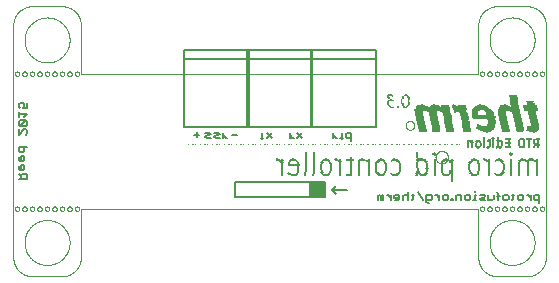
<source format=gbo>
G75*
%MOIN*%
%OFA0B0*%
%FSLAX25Y25*%
%IPPOS*%
%LPD*%
%AMOC8*
5,1,8,0,0,1.08239X$1,22.5*
%
%ADD10C,0.00000*%
%ADD11C,0.00500*%
%ADD12R,0.00860X0.00286*%
%ADD13R,0.00860X0.00285*%
%ADD14R,0.00570X0.00286*%
%ADD15R,0.00580X0.00286*%
%ADD16R,0.00290X0.00286*%
%ADD17R,0.00570X0.00286*%
%ADD18R,0.00850X0.00286*%
%ADD19R,0.02280X0.00286*%
%ADD20R,0.02000X0.00286*%
%ADD21R,0.02290X0.00286*%
%ADD22R,0.00860X0.00286*%
%ADD23R,0.01720X0.00286*%
%ADD24R,0.02860X0.00286*%
%ADD25R,0.02570X0.00286*%
%ADD26R,0.03140X0.00286*%
%ADD27R,0.00850X0.00285*%
%ADD28R,0.01140X0.00285*%
%ADD29R,0.00570X0.00285*%
%ADD30R,0.01150X0.00285*%
%ADD31R,0.01430X0.00285*%
%ADD32R,0.00860X0.00285*%
%ADD33R,0.01720X0.00285*%
%ADD34R,0.01140X0.00285*%
%ADD35R,0.01140X0.00286*%
%ADD36R,0.01150X0.00286*%
%ADD37R,0.00280X0.00286*%
%ADD38R,0.04000X0.00286*%
%ADD39R,0.04000X0.00285*%
%ADD40R,0.01140X0.00286*%
%ADD41R,0.01420X0.00285*%
%ADD42R,0.00280X0.00285*%
%ADD43R,0.00290X0.00285*%
%ADD44R,0.01430X0.00285*%
%ADD45R,0.06570X0.00286*%
%ADD46R,0.03720X0.00286*%
%ADD47R,0.03430X0.00286*%
%ADD48R,0.02850X0.00286*%
%ADD49R,0.02280X0.00286*%
%ADD50R,0.02580X0.00286*%
%ADD51R,0.02570X0.00286*%
%ADD52R,0.03140X0.00286*%
%ADD53R,0.02860X0.00286*%
%ADD54R,0.01430X0.00286*%
%ADD55R,0.01430X0.00286*%
%ADD56R,0.00570X0.00285*%
%ADD57R,0.00280X0.00286*%
%ADD58R,0.02290X0.00285*%
%ADD59R,0.02000X0.00285*%
%ADD60R,0.01710X0.00286*%
%ADD61R,0.02280X0.00285*%
%ADD62R,0.01710X0.00285*%
%ADD63R,0.02580X0.00285*%
%ADD64R,0.02280X0.00285*%
%ADD65R,0.02570X0.00285*%
%ADD66R,0.02860X0.00285*%
%ADD67R,0.02570X0.00285*%
%ADD68R,0.03710X0.00286*%
%ADD69R,0.04290X0.00286*%
%ADD70R,0.05140X0.00286*%
%ADD71R,0.03720X0.00285*%
%ADD72R,0.06000X0.00285*%
%ADD73R,0.03720X0.00286*%
%ADD74R,0.06000X0.00286*%
%ADD75R,0.06290X0.00286*%
%ADD76R,0.07430X0.00286*%
%ADD77R,0.07720X0.00286*%
%ADD78R,0.07720X0.00285*%
%ADD79R,0.03430X0.00286*%
%ADD80R,0.04570X0.00285*%
%ADD81R,0.07430X0.00285*%
%ADD82R,0.04290X0.00285*%
%ADD83R,0.11710X0.00285*%
%ADD84R,0.04860X0.00286*%
%ADD85R,0.07430X0.00286*%
%ADD86R,0.04570X0.00286*%
%ADD87R,0.11710X0.00286*%
%ADD88R,0.06860X0.00286*%
%ADD89R,0.05710X0.00286*%
%ADD90R,0.11430X0.00286*%
%ADD91R,0.05430X0.00286*%
%ADD92R,0.04580X0.00285*%
%ADD93R,0.06860X0.00285*%
%ADD94R,0.04860X0.00285*%
%ADD95R,0.11430X0.00285*%
%ADD96R,0.04580X0.00286*%
%ADD97R,0.00580X0.00285*%
D10*
X0044428Y0027683D02*
X0044428Y0105183D01*
X0044430Y0105339D01*
X0044436Y0105495D01*
X0044445Y0105650D01*
X0044459Y0105805D01*
X0044477Y0105960D01*
X0044498Y0106115D01*
X0044523Y0106268D01*
X0044552Y0106421D01*
X0044585Y0106574D01*
X0044621Y0106725D01*
X0044662Y0106876D01*
X0044706Y0107025D01*
X0044753Y0107174D01*
X0044805Y0107321D01*
X0044860Y0107466D01*
X0044919Y0107611D01*
X0044981Y0107754D01*
X0045047Y0107895D01*
X0045116Y0108034D01*
X0045189Y0108172D01*
X0045265Y0108308D01*
X0045345Y0108442D01*
X0045428Y0108574D01*
X0045514Y0108704D01*
X0045603Y0108831D01*
X0045696Y0108957D01*
X0045792Y0109080D01*
X0045890Y0109200D01*
X0045992Y0109319D01*
X0046096Y0109434D01*
X0046204Y0109547D01*
X0046314Y0109657D01*
X0046427Y0109765D01*
X0046542Y0109869D01*
X0046661Y0109971D01*
X0046781Y0110069D01*
X0046904Y0110165D01*
X0047030Y0110258D01*
X0047157Y0110347D01*
X0047287Y0110433D01*
X0047419Y0110516D01*
X0047553Y0110596D01*
X0047689Y0110672D01*
X0047827Y0110745D01*
X0047966Y0110814D01*
X0048107Y0110880D01*
X0048250Y0110942D01*
X0048395Y0111001D01*
X0048540Y0111056D01*
X0048687Y0111108D01*
X0048836Y0111155D01*
X0048985Y0111199D01*
X0049136Y0111240D01*
X0049287Y0111276D01*
X0049440Y0111309D01*
X0049593Y0111338D01*
X0049746Y0111363D01*
X0049901Y0111384D01*
X0050056Y0111402D01*
X0050211Y0111416D01*
X0050366Y0111425D01*
X0050522Y0111431D01*
X0050678Y0111433D01*
X0060678Y0111433D01*
X0060834Y0111431D01*
X0060990Y0111425D01*
X0061145Y0111416D01*
X0061300Y0111402D01*
X0061455Y0111384D01*
X0061610Y0111363D01*
X0061763Y0111338D01*
X0061916Y0111309D01*
X0062069Y0111276D01*
X0062220Y0111240D01*
X0062371Y0111199D01*
X0062520Y0111155D01*
X0062669Y0111108D01*
X0062816Y0111056D01*
X0062961Y0111001D01*
X0063106Y0110942D01*
X0063249Y0110880D01*
X0063390Y0110814D01*
X0063529Y0110745D01*
X0063667Y0110672D01*
X0063803Y0110596D01*
X0063937Y0110516D01*
X0064069Y0110433D01*
X0064199Y0110347D01*
X0064326Y0110258D01*
X0064452Y0110165D01*
X0064575Y0110069D01*
X0064695Y0109971D01*
X0064814Y0109869D01*
X0064929Y0109765D01*
X0065042Y0109657D01*
X0065152Y0109547D01*
X0065260Y0109434D01*
X0065364Y0109319D01*
X0065466Y0109200D01*
X0065564Y0109080D01*
X0065660Y0108957D01*
X0065753Y0108831D01*
X0065842Y0108704D01*
X0065928Y0108574D01*
X0066011Y0108442D01*
X0066091Y0108308D01*
X0066167Y0108172D01*
X0066240Y0108034D01*
X0066309Y0107895D01*
X0066375Y0107754D01*
X0066437Y0107611D01*
X0066496Y0107466D01*
X0066551Y0107321D01*
X0066603Y0107174D01*
X0066650Y0107025D01*
X0066694Y0106876D01*
X0066735Y0106725D01*
X0066771Y0106574D01*
X0066804Y0106421D01*
X0066833Y0106268D01*
X0066858Y0106115D01*
X0066879Y0105960D01*
X0066897Y0105805D01*
X0066911Y0105650D01*
X0066920Y0105495D01*
X0066926Y0105339D01*
X0066928Y0105183D01*
X0066928Y0088933D01*
X0199428Y0088933D01*
X0199428Y0105183D01*
X0199430Y0105339D01*
X0199436Y0105495D01*
X0199445Y0105650D01*
X0199459Y0105805D01*
X0199477Y0105960D01*
X0199498Y0106115D01*
X0199523Y0106268D01*
X0199552Y0106421D01*
X0199585Y0106574D01*
X0199621Y0106725D01*
X0199662Y0106876D01*
X0199706Y0107025D01*
X0199753Y0107174D01*
X0199805Y0107321D01*
X0199860Y0107466D01*
X0199919Y0107611D01*
X0199981Y0107754D01*
X0200047Y0107895D01*
X0200116Y0108034D01*
X0200189Y0108172D01*
X0200265Y0108308D01*
X0200345Y0108442D01*
X0200428Y0108574D01*
X0200514Y0108704D01*
X0200603Y0108831D01*
X0200696Y0108957D01*
X0200792Y0109080D01*
X0200890Y0109200D01*
X0200992Y0109319D01*
X0201096Y0109434D01*
X0201204Y0109547D01*
X0201314Y0109657D01*
X0201427Y0109765D01*
X0201542Y0109869D01*
X0201661Y0109971D01*
X0201781Y0110069D01*
X0201904Y0110165D01*
X0202030Y0110258D01*
X0202157Y0110347D01*
X0202287Y0110433D01*
X0202419Y0110516D01*
X0202553Y0110596D01*
X0202689Y0110672D01*
X0202827Y0110745D01*
X0202966Y0110814D01*
X0203107Y0110880D01*
X0203250Y0110942D01*
X0203395Y0111001D01*
X0203540Y0111056D01*
X0203687Y0111108D01*
X0203836Y0111155D01*
X0203985Y0111199D01*
X0204136Y0111240D01*
X0204287Y0111276D01*
X0204440Y0111309D01*
X0204593Y0111338D01*
X0204746Y0111363D01*
X0204901Y0111384D01*
X0205056Y0111402D01*
X0205211Y0111416D01*
X0205366Y0111425D01*
X0205522Y0111431D01*
X0205678Y0111433D01*
X0215678Y0111433D01*
X0215834Y0111431D01*
X0215990Y0111425D01*
X0216145Y0111416D01*
X0216300Y0111402D01*
X0216455Y0111384D01*
X0216610Y0111363D01*
X0216763Y0111338D01*
X0216916Y0111309D01*
X0217069Y0111276D01*
X0217220Y0111240D01*
X0217371Y0111199D01*
X0217520Y0111155D01*
X0217669Y0111108D01*
X0217816Y0111056D01*
X0217961Y0111001D01*
X0218106Y0110942D01*
X0218249Y0110880D01*
X0218390Y0110814D01*
X0218529Y0110745D01*
X0218667Y0110672D01*
X0218803Y0110596D01*
X0218937Y0110516D01*
X0219069Y0110433D01*
X0219199Y0110347D01*
X0219326Y0110258D01*
X0219452Y0110165D01*
X0219575Y0110069D01*
X0219695Y0109971D01*
X0219814Y0109869D01*
X0219929Y0109765D01*
X0220042Y0109657D01*
X0220152Y0109547D01*
X0220260Y0109434D01*
X0220364Y0109319D01*
X0220466Y0109200D01*
X0220564Y0109080D01*
X0220660Y0108957D01*
X0220753Y0108831D01*
X0220842Y0108704D01*
X0220928Y0108574D01*
X0221011Y0108442D01*
X0221091Y0108308D01*
X0221167Y0108172D01*
X0221240Y0108034D01*
X0221309Y0107895D01*
X0221375Y0107754D01*
X0221437Y0107611D01*
X0221496Y0107466D01*
X0221551Y0107321D01*
X0221603Y0107174D01*
X0221650Y0107025D01*
X0221694Y0106876D01*
X0221735Y0106725D01*
X0221771Y0106574D01*
X0221804Y0106421D01*
X0221833Y0106268D01*
X0221858Y0106115D01*
X0221879Y0105960D01*
X0221897Y0105805D01*
X0221911Y0105650D01*
X0221920Y0105495D01*
X0221926Y0105339D01*
X0221928Y0105183D01*
X0221928Y0027683D01*
X0221926Y0027527D01*
X0221920Y0027371D01*
X0221911Y0027216D01*
X0221897Y0027061D01*
X0221879Y0026906D01*
X0221858Y0026751D01*
X0221833Y0026598D01*
X0221804Y0026445D01*
X0221771Y0026292D01*
X0221735Y0026141D01*
X0221694Y0025990D01*
X0221650Y0025841D01*
X0221603Y0025692D01*
X0221551Y0025545D01*
X0221496Y0025400D01*
X0221437Y0025255D01*
X0221375Y0025112D01*
X0221309Y0024971D01*
X0221240Y0024832D01*
X0221167Y0024694D01*
X0221091Y0024558D01*
X0221011Y0024424D01*
X0220928Y0024292D01*
X0220842Y0024162D01*
X0220753Y0024035D01*
X0220660Y0023909D01*
X0220564Y0023786D01*
X0220466Y0023666D01*
X0220364Y0023547D01*
X0220260Y0023432D01*
X0220152Y0023319D01*
X0220042Y0023209D01*
X0219929Y0023101D01*
X0219814Y0022997D01*
X0219695Y0022895D01*
X0219575Y0022797D01*
X0219452Y0022701D01*
X0219326Y0022608D01*
X0219199Y0022519D01*
X0219069Y0022433D01*
X0218937Y0022350D01*
X0218803Y0022270D01*
X0218667Y0022194D01*
X0218529Y0022121D01*
X0218390Y0022052D01*
X0218249Y0021986D01*
X0218106Y0021924D01*
X0217961Y0021865D01*
X0217816Y0021810D01*
X0217669Y0021758D01*
X0217520Y0021711D01*
X0217371Y0021667D01*
X0217220Y0021626D01*
X0217069Y0021590D01*
X0216916Y0021557D01*
X0216763Y0021528D01*
X0216610Y0021503D01*
X0216455Y0021482D01*
X0216300Y0021464D01*
X0216145Y0021450D01*
X0215990Y0021441D01*
X0215834Y0021435D01*
X0215678Y0021433D01*
X0205678Y0021433D01*
X0205522Y0021435D01*
X0205366Y0021441D01*
X0205211Y0021450D01*
X0205056Y0021464D01*
X0204901Y0021482D01*
X0204746Y0021503D01*
X0204593Y0021528D01*
X0204440Y0021557D01*
X0204287Y0021590D01*
X0204136Y0021626D01*
X0203985Y0021667D01*
X0203836Y0021711D01*
X0203687Y0021758D01*
X0203540Y0021810D01*
X0203395Y0021865D01*
X0203250Y0021924D01*
X0203107Y0021986D01*
X0202966Y0022052D01*
X0202827Y0022121D01*
X0202689Y0022194D01*
X0202553Y0022270D01*
X0202419Y0022350D01*
X0202287Y0022433D01*
X0202157Y0022519D01*
X0202030Y0022608D01*
X0201904Y0022701D01*
X0201781Y0022797D01*
X0201661Y0022895D01*
X0201542Y0022997D01*
X0201427Y0023101D01*
X0201314Y0023209D01*
X0201204Y0023319D01*
X0201096Y0023432D01*
X0200992Y0023547D01*
X0200890Y0023666D01*
X0200792Y0023786D01*
X0200696Y0023909D01*
X0200603Y0024035D01*
X0200514Y0024162D01*
X0200428Y0024292D01*
X0200345Y0024424D01*
X0200265Y0024558D01*
X0200189Y0024694D01*
X0200116Y0024832D01*
X0200047Y0024971D01*
X0199981Y0025112D01*
X0199919Y0025255D01*
X0199860Y0025400D01*
X0199805Y0025545D01*
X0199753Y0025692D01*
X0199706Y0025841D01*
X0199662Y0025990D01*
X0199621Y0026141D01*
X0199585Y0026292D01*
X0199552Y0026445D01*
X0199523Y0026598D01*
X0199498Y0026751D01*
X0199477Y0026906D01*
X0199459Y0027061D01*
X0199445Y0027216D01*
X0199436Y0027371D01*
X0199430Y0027527D01*
X0199428Y0027683D01*
X0199428Y0043933D01*
X0066928Y0043933D01*
X0066928Y0027683D01*
X0066926Y0027527D01*
X0066920Y0027371D01*
X0066911Y0027216D01*
X0066897Y0027061D01*
X0066879Y0026906D01*
X0066858Y0026751D01*
X0066833Y0026598D01*
X0066804Y0026445D01*
X0066771Y0026292D01*
X0066735Y0026141D01*
X0066694Y0025990D01*
X0066650Y0025841D01*
X0066603Y0025692D01*
X0066551Y0025545D01*
X0066496Y0025400D01*
X0066437Y0025255D01*
X0066375Y0025112D01*
X0066309Y0024971D01*
X0066240Y0024832D01*
X0066167Y0024694D01*
X0066091Y0024558D01*
X0066011Y0024424D01*
X0065928Y0024292D01*
X0065842Y0024162D01*
X0065753Y0024035D01*
X0065660Y0023909D01*
X0065564Y0023786D01*
X0065466Y0023666D01*
X0065364Y0023547D01*
X0065260Y0023432D01*
X0065152Y0023319D01*
X0065042Y0023209D01*
X0064929Y0023101D01*
X0064814Y0022997D01*
X0064695Y0022895D01*
X0064575Y0022797D01*
X0064452Y0022701D01*
X0064326Y0022608D01*
X0064199Y0022519D01*
X0064069Y0022433D01*
X0063937Y0022350D01*
X0063803Y0022270D01*
X0063667Y0022194D01*
X0063529Y0022121D01*
X0063390Y0022052D01*
X0063249Y0021986D01*
X0063106Y0021924D01*
X0062961Y0021865D01*
X0062816Y0021810D01*
X0062669Y0021758D01*
X0062520Y0021711D01*
X0062371Y0021667D01*
X0062220Y0021626D01*
X0062069Y0021590D01*
X0061916Y0021557D01*
X0061763Y0021528D01*
X0061610Y0021503D01*
X0061455Y0021482D01*
X0061300Y0021464D01*
X0061145Y0021450D01*
X0060990Y0021441D01*
X0060834Y0021435D01*
X0060678Y0021433D01*
X0050678Y0021433D01*
X0050522Y0021435D01*
X0050366Y0021441D01*
X0050211Y0021450D01*
X0050056Y0021464D01*
X0049901Y0021482D01*
X0049746Y0021503D01*
X0049593Y0021528D01*
X0049440Y0021557D01*
X0049287Y0021590D01*
X0049136Y0021626D01*
X0048985Y0021667D01*
X0048836Y0021711D01*
X0048687Y0021758D01*
X0048540Y0021810D01*
X0048395Y0021865D01*
X0048250Y0021924D01*
X0048107Y0021986D01*
X0047966Y0022052D01*
X0047827Y0022121D01*
X0047689Y0022194D01*
X0047553Y0022270D01*
X0047419Y0022350D01*
X0047287Y0022433D01*
X0047157Y0022519D01*
X0047030Y0022608D01*
X0046904Y0022701D01*
X0046781Y0022797D01*
X0046661Y0022895D01*
X0046542Y0022997D01*
X0046427Y0023101D01*
X0046314Y0023209D01*
X0046204Y0023319D01*
X0046096Y0023432D01*
X0045992Y0023547D01*
X0045890Y0023666D01*
X0045792Y0023786D01*
X0045696Y0023909D01*
X0045603Y0024035D01*
X0045514Y0024162D01*
X0045428Y0024292D01*
X0045345Y0024424D01*
X0045265Y0024558D01*
X0045189Y0024694D01*
X0045116Y0024832D01*
X0045047Y0024971D01*
X0044981Y0025112D01*
X0044919Y0025255D01*
X0044860Y0025400D01*
X0044805Y0025545D01*
X0044753Y0025692D01*
X0044706Y0025841D01*
X0044662Y0025990D01*
X0044621Y0026141D01*
X0044585Y0026292D01*
X0044552Y0026445D01*
X0044523Y0026598D01*
X0044498Y0026751D01*
X0044477Y0026906D01*
X0044459Y0027061D01*
X0044445Y0027216D01*
X0044436Y0027371D01*
X0044430Y0027527D01*
X0044428Y0027683D01*
X0048178Y0032683D02*
X0048180Y0032867D01*
X0048187Y0033051D01*
X0048198Y0033235D01*
X0048214Y0033418D01*
X0048234Y0033601D01*
X0048259Y0033783D01*
X0048288Y0033965D01*
X0048322Y0034146D01*
X0048360Y0034326D01*
X0048403Y0034505D01*
X0048450Y0034683D01*
X0048501Y0034860D01*
X0048557Y0035036D01*
X0048616Y0035210D01*
X0048681Y0035382D01*
X0048749Y0035553D01*
X0048821Y0035722D01*
X0048898Y0035890D01*
X0048979Y0036055D01*
X0049064Y0036218D01*
X0049152Y0036380D01*
X0049245Y0036539D01*
X0049342Y0036695D01*
X0049442Y0036850D01*
X0049546Y0037002D01*
X0049654Y0037151D01*
X0049765Y0037297D01*
X0049880Y0037441D01*
X0049999Y0037582D01*
X0050121Y0037720D01*
X0050246Y0037855D01*
X0050375Y0037986D01*
X0050506Y0038115D01*
X0050641Y0038240D01*
X0050779Y0038362D01*
X0050920Y0038481D01*
X0051064Y0038596D01*
X0051210Y0038707D01*
X0051359Y0038815D01*
X0051511Y0038919D01*
X0051666Y0039019D01*
X0051822Y0039116D01*
X0051981Y0039209D01*
X0052143Y0039297D01*
X0052306Y0039382D01*
X0052471Y0039463D01*
X0052639Y0039540D01*
X0052808Y0039612D01*
X0052979Y0039680D01*
X0053151Y0039745D01*
X0053325Y0039804D01*
X0053501Y0039860D01*
X0053678Y0039911D01*
X0053856Y0039958D01*
X0054035Y0040001D01*
X0054215Y0040039D01*
X0054396Y0040073D01*
X0054578Y0040102D01*
X0054760Y0040127D01*
X0054943Y0040147D01*
X0055126Y0040163D01*
X0055310Y0040174D01*
X0055494Y0040181D01*
X0055678Y0040183D01*
X0055862Y0040181D01*
X0056046Y0040174D01*
X0056230Y0040163D01*
X0056413Y0040147D01*
X0056596Y0040127D01*
X0056778Y0040102D01*
X0056960Y0040073D01*
X0057141Y0040039D01*
X0057321Y0040001D01*
X0057500Y0039958D01*
X0057678Y0039911D01*
X0057855Y0039860D01*
X0058031Y0039804D01*
X0058205Y0039745D01*
X0058377Y0039680D01*
X0058548Y0039612D01*
X0058717Y0039540D01*
X0058885Y0039463D01*
X0059050Y0039382D01*
X0059213Y0039297D01*
X0059375Y0039209D01*
X0059534Y0039116D01*
X0059690Y0039019D01*
X0059845Y0038919D01*
X0059997Y0038815D01*
X0060146Y0038707D01*
X0060292Y0038596D01*
X0060436Y0038481D01*
X0060577Y0038362D01*
X0060715Y0038240D01*
X0060850Y0038115D01*
X0060981Y0037986D01*
X0061110Y0037855D01*
X0061235Y0037720D01*
X0061357Y0037582D01*
X0061476Y0037441D01*
X0061591Y0037297D01*
X0061702Y0037151D01*
X0061810Y0037002D01*
X0061914Y0036850D01*
X0062014Y0036695D01*
X0062111Y0036539D01*
X0062204Y0036380D01*
X0062292Y0036218D01*
X0062377Y0036055D01*
X0062458Y0035890D01*
X0062535Y0035722D01*
X0062607Y0035553D01*
X0062675Y0035382D01*
X0062740Y0035210D01*
X0062799Y0035036D01*
X0062855Y0034860D01*
X0062906Y0034683D01*
X0062953Y0034505D01*
X0062996Y0034326D01*
X0063034Y0034146D01*
X0063068Y0033965D01*
X0063097Y0033783D01*
X0063122Y0033601D01*
X0063142Y0033418D01*
X0063158Y0033235D01*
X0063169Y0033051D01*
X0063176Y0032867D01*
X0063178Y0032683D01*
X0063176Y0032499D01*
X0063169Y0032315D01*
X0063158Y0032131D01*
X0063142Y0031948D01*
X0063122Y0031765D01*
X0063097Y0031583D01*
X0063068Y0031401D01*
X0063034Y0031220D01*
X0062996Y0031040D01*
X0062953Y0030861D01*
X0062906Y0030683D01*
X0062855Y0030506D01*
X0062799Y0030330D01*
X0062740Y0030156D01*
X0062675Y0029984D01*
X0062607Y0029813D01*
X0062535Y0029644D01*
X0062458Y0029476D01*
X0062377Y0029311D01*
X0062292Y0029148D01*
X0062204Y0028986D01*
X0062111Y0028827D01*
X0062014Y0028671D01*
X0061914Y0028516D01*
X0061810Y0028364D01*
X0061702Y0028215D01*
X0061591Y0028069D01*
X0061476Y0027925D01*
X0061357Y0027784D01*
X0061235Y0027646D01*
X0061110Y0027511D01*
X0060981Y0027380D01*
X0060850Y0027251D01*
X0060715Y0027126D01*
X0060577Y0027004D01*
X0060436Y0026885D01*
X0060292Y0026770D01*
X0060146Y0026659D01*
X0059997Y0026551D01*
X0059845Y0026447D01*
X0059690Y0026347D01*
X0059534Y0026250D01*
X0059375Y0026157D01*
X0059213Y0026069D01*
X0059050Y0025984D01*
X0058885Y0025903D01*
X0058717Y0025826D01*
X0058548Y0025754D01*
X0058377Y0025686D01*
X0058205Y0025621D01*
X0058031Y0025562D01*
X0057855Y0025506D01*
X0057678Y0025455D01*
X0057500Y0025408D01*
X0057321Y0025365D01*
X0057141Y0025327D01*
X0056960Y0025293D01*
X0056778Y0025264D01*
X0056596Y0025239D01*
X0056413Y0025219D01*
X0056230Y0025203D01*
X0056046Y0025192D01*
X0055862Y0025185D01*
X0055678Y0025183D01*
X0055494Y0025185D01*
X0055310Y0025192D01*
X0055126Y0025203D01*
X0054943Y0025219D01*
X0054760Y0025239D01*
X0054578Y0025264D01*
X0054396Y0025293D01*
X0054215Y0025327D01*
X0054035Y0025365D01*
X0053856Y0025408D01*
X0053678Y0025455D01*
X0053501Y0025506D01*
X0053325Y0025562D01*
X0053151Y0025621D01*
X0052979Y0025686D01*
X0052808Y0025754D01*
X0052639Y0025826D01*
X0052471Y0025903D01*
X0052306Y0025984D01*
X0052143Y0026069D01*
X0051981Y0026157D01*
X0051822Y0026250D01*
X0051666Y0026347D01*
X0051511Y0026447D01*
X0051359Y0026551D01*
X0051210Y0026659D01*
X0051064Y0026770D01*
X0050920Y0026885D01*
X0050779Y0027004D01*
X0050641Y0027126D01*
X0050506Y0027251D01*
X0050375Y0027380D01*
X0050246Y0027511D01*
X0050121Y0027646D01*
X0049999Y0027784D01*
X0049880Y0027925D01*
X0049765Y0028069D01*
X0049654Y0028215D01*
X0049546Y0028364D01*
X0049442Y0028516D01*
X0049342Y0028671D01*
X0049245Y0028827D01*
X0049152Y0028986D01*
X0049064Y0029148D01*
X0048979Y0029311D01*
X0048898Y0029476D01*
X0048821Y0029644D01*
X0048749Y0029813D01*
X0048681Y0029984D01*
X0048616Y0030156D01*
X0048557Y0030330D01*
X0048501Y0030506D01*
X0048450Y0030683D01*
X0048403Y0030861D01*
X0048360Y0031040D01*
X0048322Y0031220D01*
X0048288Y0031401D01*
X0048259Y0031583D01*
X0048234Y0031765D01*
X0048214Y0031948D01*
X0048198Y0032131D01*
X0048187Y0032315D01*
X0048180Y0032499D01*
X0048178Y0032683D01*
X0047428Y0043933D02*
X0047430Y0043987D01*
X0047436Y0044041D01*
X0047446Y0044094D01*
X0047459Y0044147D01*
X0047476Y0044198D01*
X0047497Y0044248D01*
X0047522Y0044296D01*
X0047550Y0044343D01*
X0047581Y0044387D01*
X0047615Y0044429D01*
X0047652Y0044468D01*
X0047692Y0044505D01*
X0047735Y0044538D01*
X0047780Y0044569D01*
X0047827Y0044596D01*
X0047875Y0044619D01*
X0047926Y0044639D01*
X0047977Y0044656D01*
X0048030Y0044668D01*
X0048083Y0044677D01*
X0048137Y0044682D01*
X0048192Y0044683D01*
X0048246Y0044680D01*
X0048299Y0044673D01*
X0048352Y0044662D01*
X0048405Y0044648D01*
X0048456Y0044630D01*
X0048505Y0044608D01*
X0048553Y0044583D01*
X0048599Y0044554D01*
X0048643Y0044522D01*
X0048684Y0044487D01*
X0048722Y0044449D01*
X0048758Y0044408D01*
X0048791Y0044365D01*
X0048821Y0044320D01*
X0048847Y0044272D01*
X0048870Y0044223D01*
X0048889Y0044172D01*
X0048904Y0044121D01*
X0048916Y0044068D01*
X0048924Y0044014D01*
X0048928Y0043960D01*
X0048928Y0043906D01*
X0048924Y0043852D01*
X0048916Y0043798D01*
X0048904Y0043745D01*
X0048889Y0043694D01*
X0048870Y0043643D01*
X0048847Y0043594D01*
X0048821Y0043546D01*
X0048791Y0043501D01*
X0048758Y0043458D01*
X0048722Y0043417D01*
X0048684Y0043379D01*
X0048643Y0043344D01*
X0048599Y0043312D01*
X0048553Y0043283D01*
X0048505Y0043258D01*
X0048456Y0043236D01*
X0048405Y0043218D01*
X0048352Y0043204D01*
X0048299Y0043193D01*
X0048246Y0043186D01*
X0048192Y0043183D01*
X0048137Y0043184D01*
X0048083Y0043189D01*
X0048030Y0043198D01*
X0047977Y0043210D01*
X0047926Y0043227D01*
X0047875Y0043247D01*
X0047827Y0043270D01*
X0047780Y0043297D01*
X0047735Y0043328D01*
X0047692Y0043361D01*
X0047652Y0043398D01*
X0047615Y0043437D01*
X0047581Y0043479D01*
X0047550Y0043523D01*
X0047522Y0043570D01*
X0047497Y0043618D01*
X0047476Y0043668D01*
X0047459Y0043719D01*
X0047446Y0043772D01*
X0047436Y0043825D01*
X0047430Y0043879D01*
X0047428Y0043933D01*
X0044928Y0043933D02*
X0044930Y0043987D01*
X0044936Y0044041D01*
X0044946Y0044094D01*
X0044959Y0044147D01*
X0044976Y0044198D01*
X0044997Y0044248D01*
X0045022Y0044296D01*
X0045050Y0044343D01*
X0045081Y0044387D01*
X0045115Y0044429D01*
X0045152Y0044468D01*
X0045192Y0044505D01*
X0045235Y0044538D01*
X0045280Y0044569D01*
X0045327Y0044596D01*
X0045375Y0044619D01*
X0045426Y0044639D01*
X0045477Y0044656D01*
X0045530Y0044668D01*
X0045583Y0044677D01*
X0045637Y0044682D01*
X0045692Y0044683D01*
X0045746Y0044680D01*
X0045799Y0044673D01*
X0045852Y0044662D01*
X0045905Y0044648D01*
X0045956Y0044630D01*
X0046005Y0044608D01*
X0046053Y0044583D01*
X0046099Y0044554D01*
X0046143Y0044522D01*
X0046184Y0044487D01*
X0046222Y0044449D01*
X0046258Y0044408D01*
X0046291Y0044365D01*
X0046321Y0044320D01*
X0046347Y0044272D01*
X0046370Y0044223D01*
X0046389Y0044172D01*
X0046404Y0044121D01*
X0046416Y0044068D01*
X0046424Y0044014D01*
X0046428Y0043960D01*
X0046428Y0043906D01*
X0046424Y0043852D01*
X0046416Y0043798D01*
X0046404Y0043745D01*
X0046389Y0043694D01*
X0046370Y0043643D01*
X0046347Y0043594D01*
X0046321Y0043546D01*
X0046291Y0043501D01*
X0046258Y0043458D01*
X0046222Y0043417D01*
X0046184Y0043379D01*
X0046143Y0043344D01*
X0046099Y0043312D01*
X0046053Y0043283D01*
X0046005Y0043258D01*
X0045956Y0043236D01*
X0045905Y0043218D01*
X0045852Y0043204D01*
X0045799Y0043193D01*
X0045746Y0043186D01*
X0045692Y0043183D01*
X0045637Y0043184D01*
X0045583Y0043189D01*
X0045530Y0043198D01*
X0045477Y0043210D01*
X0045426Y0043227D01*
X0045375Y0043247D01*
X0045327Y0043270D01*
X0045280Y0043297D01*
X0045235Y0043328D01*
X0045192Y0043361D01*
X0045152Y0043398D01*
X0045115Y0043437D01*
X0045081Y0043479D01*
X0045050Y0043523D01*
X0045022Y0043570D01*
X0044997Y0043618D01*
X0044976Y0043668D01*
X0044959Y0043719D01*
X0044946Y0043772D01*
X0044936Y0043825D01*
X0044930Y0043879D01*
X0044928Y0043933D01*
X0049928Y0043933D02*
X0049930Y0043987D01*
X0049936Y0044041D01*
X0049946Y0044094D01*
X0049959Y0044147D01*
X0049976Y0044198D01*
X0049997Y0044248D01*
X0050022Y0044296D01*
X0050050Y0044343D01*
X0050081Y0044387D01*
X0050115Y0044429D01*
X0050152Y0044468D01*
X0050192Y0044505D01*
X0050235Y0044538D01*
X0050280Y0044569D01*
X0050327Y0044596D01*
X0050375Y0044619D01*
X0050426Y0044639D01*
X0050477Y0044656D01*
X0050530Y0044668D01*
X0050583Y0044677D01*
X0050637Y0044682D01*
X0050692Y0044683D01*
X0050746Y0044680D01*
X0050799Y0044673D01*
X0050852Y0044662D01*
X0050905Y0044648D01*
X0050956Y0044630D01*
X0051005Y0044608D01*
X0051053Y0044583D01*
X0051099Y0044554D01*
X0051143Y0044522D01*
X0051184Y0044487D01*
X0051222Y0044449D01*
X0051258Y0044408D01*
X0051291Y0044365D01*
X0051321Y0044320D01*
X0051347Y0044272D01*
X0051370Y0044223D01*
X0051389Y0044172D01*
X0051404Y0044121D01*
X0051416Y0044068D01*
X0051424Y0044014D01*
X0051428Y0043960D01*
X0051428Y0043906D01*
X0051424Y0043852D01*
X0051416Y0043798D01*
X0051404Y0043745D01*
X0051389Y0043694D01*
X0051370Y0043643D01*
X0051347Y0043594D01*
X0051321Y0043546D01*
X0051291Y0043501D01*
X0051258Y0043458D01*
X0051222Y0043417D01*
X0051184Y0043379D01*
X0051143Y0043344D01*
X0051099Y0043312D01*
X0051053Y0043283D01*
X0051005Y0043258D01*
X0050956Y0043236D01*
X0050905Y0043218D01*
X0050852Y0043204D01*
X0050799Y0043193D01*
X0050746Y0043186D01*
X0050692Y0043183D01*
X0050637Y0043184D01*
X0050583Y0043189D01*
X0050530Y0043198D01*
X0050477Y0043210D01*
X0050426Y0043227D01*
X0050375Y0043247D01*
X0050327Y0043270D01*
X0050280Y0043297D01*
X0050235Y0043328D01*
X0050192Y0043361D01*
X0050152Y0043398D01*
X0050115Y0043437D01*
X0050081Y0043479D01*
X0050050Y0043523D01*
X0050022Y0043570D01*
X0049997Y0043618D01*
X0049976Y0043668D01*
X0049959Y0043719D01*
X0049946Y0043772D01*
X0049936Y0043825D01*
X0049930Y0043879D01*
X0049928Y0043933D01*
X0052428Y0043933D02*
X0052430Y0043987D01*
X0052436Y0044041D01*
X0052446Y0044094D01*
X0052459Y0044147D01*
X0052476Y0044198D01*
X0052497Y0044248D01*
X0052522Y0044296D01*
X0052550Y0044343D01*
X0052581Y0044387D01*
X0052615Y0044429D01*
X0052652Y0044468D01*
X0052692Y0044505D01*
X0052735Y0044538D01*
X0052780Y0044569D01*
X0052827Y0044596D01*
X0052875Y0044619D01*
X0052926Y0044639D01*
X0052977Y0044656D01*
X0053030Y0044668D01*
X0053083Y0044677D01*
X0053137Y0044682D01*
X0053192Y0044683D01*
X0053246Y0044680D01*
X0053299Y0044673D01*
X0053352Y0044662D01*
X0053405Y0044648D01*
X0053456Y0044630D01*
X0053505Y0044608D01*
X0053553Y0044583D01*
X0053599Y0044554D01*
X0053643Y0044522D01*
X0053684Y0044487D01*
X0053722Y0044449D01*
X0053758Y0044408D01*
X0053791Y0044365D01*
X0053821Y0044320D01*
X0053847Y0044272D01*
X0053870Y0044223D01*
X0053889Y0044172D01*
X0053904Y0044121D01*
X0053916Y0044068D01*
X0053924Y0044014D01*
X0053928Y0043960D01*
X0053928Y0043906D01*
X0053924Y0043852D01*
X0053916Y0043798D01*
X0053904Y0043745D01*
X0053889Y0043694D01*
X0053870Y0043643D01*
X0053847Y0043594D01*
X0053821Y0043546D01*
X0053791Y0043501D01*
X0053758Y0043458D01*
X0053722Y0043417D01*
X0053684Y0043379D01*
X0053643Y0043344D01*
X0053599Y0043312D01*
X0053553Y0043283D01*
X0053505Y0043258D01*
X0053456Y0043236D01*
X0053405Y0043218D01*
X0053352Y0043204D01*
X0053299Y0043193D01*
X0053246Y0043186D01*
X0053192Y0043183D01*
X0053137Y0043184D01*
X0053083Y0043189D01*
X0053030Y0043198D01*
X0052977Y0043210D01*
X0052926Y0043227D01*
X0052875Y0043247D01*
X0052827Y0043270D01*
X0052780Y0043297D01*
X0052735Y0043328D01*
X0052692Y0043361D01*
X0052652Y0043398D01*
X0052615Y0043437D01*
X0052581Y0043479D01*
X0052550Y0043523D01*
X0052522Y0043570D01*
X0052497Y0043618D01*
X0052476Y0043668D01*
X0052459Y0043719D01*
X0052446Y0043772D01*
X0052436Y0043825D01*
X0052430Y0043879D01*
X0052428Y0043933D01*
X0054928Y0043933D02*
X0054930Y0043987D01*
X0054936Y0044041D01*
X0054946Y0044094D01*
X0054959Y0044147D01*
X0054976Y0044198D01*
X0054997Y0044248D01*
X0055022Y0044296D01*
X0055050Y0044343D01*
X0055081Y0044387D01*
X0055115Y0044429D01*
X0055152Y0044468D01*
X0055192Y0044505D01*
X0055235Y0044538D01*
X0055280Y0044569D01*
X0055327Y0044596D01*
X0055375Y0044619D01*
X0055426Y0044639D01*
X0055477Y0044656D01*
X0055530Y0044668D01*
X0055583Y0044677D01*
X0055637Y0044682D01*
X0055692Y0044683D01*
X0055746Y0044680D01*
X0055799Y0044673D01*
X0055852Y0044662D01*
X0055905Y0044648D01*
X0055956Y0044630D01*
X0056005Y0044608D01*
X0056053Y0044583D01*
X0056099Y0044554D01*
X0056143Y0044522D01*
X0056184Y0044487D01*
X0056222Y0044449D01*
X0056258Y0044408D01*
X0056291Y0044365D01*
X0056321Y0044320D01*
X0056347Y0044272D01*
X0056370Y0044223D01*
X0056389Y0044172D01*
X0056404Y0044121D01*
X0056416Y0044068D01*
X0056424Y0044014D01*
X0056428Y0043960D01*
X0056428Y0043906D01*
X0056424Y0043852D01*
X0056416Y0043798D01*
X0056404Y0043745D01*
X0056389Y0043694D01*
X0056370Y0043643D01*
X0056347Y0043594D01*
X0056321Y0043546D01*
X0056291Y0043501D01*
X0056258Y0043458D01*
X0056222Y0043417D01*
X0056184Y0043379D01*
X0056143Y0043344D01*
X0056099Y0043312D01*
X0056053Y0043283D01*
X0056005Y0043258D01*
X0055956Y0043236D01*
X0055905Y0043218D01*
X0055852Y0043204D01*
X0055799Y0043193D01*
X0055746Y0043186D01*
X0055692Y0043183D01*
X0055637Y0043184D01*
X0055583Y0043189D01*
X0055530Y0043198D01*
X0055477Y0043210D01*
X0055426Y0043227D01*
X0055375Y0043247D01*
X0055327Y0043270D01*
X0055280Y0043297D01*
X0055235Y0043328D01*
X0055192Y0043361D01*
X0055152Y0043398D01*
X0055115Y0043437D01*
X0055081Y0043479D01*
X0055050Y0043523D01*
X0055022Y0043570D01*
X0054997Y0043618D01*
X0054976Y0043668D01*
X0054959Y0043719D01*
X0054946Y0043772D01*
X0054936Y0043825D01*
X0054930Y0043879D01*
X0054928Y0043933D01*
X0057428Y0043933D02*
X0057430Y0043987D01*
X0057436Y0044041D01*
X0057446Y0044094D01*
X0057459Y0044147D01*
X0057476Y0044198D01*
X0057497Y0044248D01*
X0057522Y0044296D01*
X0057550Y0044343D01*
X0057581Y0044387D01*
X0057615Y0044429D01*
X0057652Y0044468D01*
X0057692Y0044505D01*
X0057735Y0044538D01*
X0057780Y0044569D01*
X0057827Y0044596D01*
X0057875Y0044619D01*
X0057926Y0044639D01*
X0057977Y0044656D01*
X0058030Y0044668D01*
X0058083Y0044677D01*
X0058137Y0044682D01*
X0058192Y0044683D01*
X0058246Y0044680D01*
X0058299Y0044673D01*
X0058352Y0044662D01*
X0058405Y0044648D01*
X0058456Y0044630D01*
X0058505Y0044608D01*
X0058553Y0044583D01*
X0058599Y0044554D01*
X0058643Y0044522D01*
X0058684Y0044487D01*
X0058722Y0044449D01*
X0058758Y0044408D01*
X0058791Y0044365D01*
X0058821Y0044320D01*
X0058847Y0044272D01*
X0058870Y0044223D01*
X0058889Y0044172D01*
X0058904Y0044121D01*
X0058916Y0044068D01*
X0058924Y0044014D01*
X0058928Y0043960D01*
X0058928Y0043906D01*
X0058924Y0043852D01*
X0058916Y0043798D01*
X0058904Y0043745D01*
X0058889Y0043694D01*
X0058870Y0043643D01*
X0058847Y0043594D01*
X0058821Y0043546D01*
X0058791Y0043501D01*
X0058758Y0043458D01*
X0058722Y0043417D01*
X0058684Y0043379D01*
X0058643Y0043344D01*
X0058599Y0043312D01*
X0058553Y0043283D01*
X0058505Y0043258D01*
X0058456Y0043236D01*
X0058405Y0043218D01*
X0058352Y0043204D01*
X0058299Y0043193D01*
X0058246Y0043186D01*
X0058192Y0043183D01*
X0058137Y0043184D01*
X0058083Y0043189D01*
X0058030Y0043198D01*
X0057977Y0043210D01*
X0057926Y0043227D01*
X0057875Y0043247D01*
X0057827Y0043270D01*
X0057780Y0043297D01*
X0057735Y0043328D01*
X0057692Y0043361D01*
X0057652Y0043398D01*
X0057615Y0043437D01*
X0057581Y0043479D01*
X0057550Y0043523D01*
X0057522Y0043570D01*
X0057497Y0043618D01*
X0057476Y0043668D01*
X0057459Y0043719D01*
X0057446Y0043772D01*
X0057436Y0043825D01*
X0057430Y0043879D01*
X0057428Y0043933D01*
X0059928Y0043933D02*
X0059930Y0043987D01*
X0059936Y0044041D01*
X0059946Y0044094D01*
X0059959Y0044147D01*
X0059976Y0044198D01*
X0059997Y0044248D01*
X0060022Y0044296D01*
X0060050Y0044343D01*
X0060081Y0044387D01*
X0060115Y0044429D01*
X0060152Y0044468D01*
X0060192Y0044505D01*
X0060235Y0044538D01*
X0060280Y0044569D01*
X0060327Y0044596D01*
X0060375Y0044619D01*
X0060426Y0044639D01*
X0060477Y0044656D01*
X0060530Y0044668D01*
X0060583Y0044677D01*
X0060637Y0044682D01*
X0060692Y0044683D01*
X0060746Y0044680D01*
X0060799Y0044673D01*
X0060852Y0044662D01*
X0060905Y0044648D01*
X0060956Y0044630D01*
X0061005Y0044608D01*
X0061053Y0044583D01*
X0061099Y0044554D01*
X0061143Y0044522D01*
X0061184Y0044487D01*
X0061222Y0044449D01*
X0061258Y0044408D01*
X0061291Y0044365D01*
X0061321Y0044320D01*
X0061347Y0044272D01*
X0061370Y0044223D01*
X0061389Y0044172D01*
X0061404Y0044121D01*
X0061416Y0044068D01*
X0061424Y0044014D01*
X0061428Y0043960D01*
X0061428Y0043906D01*
X0061424Y0043852D01*
X0061416Y0043798D01*
X0061404Y0043745D01*
X0061389Y0043694D01*
X0061370Y0043643D01*
X0061347Y0043594D01*
X0061321Y0043546D01*
X0061291Y0043501D01*
X0061258Y0043458D01*
X0061222Y0043417D01*
X0061184Y0043379D01*
X0061143Y0043344D01*
X0061099Y0043312D01*
X0061053Y0043283D01*
X0061005Y0043258D01*
X0060956Y0043236D01*
X0060905Y0043218D01*
X0060852Y0043204D01*
X0060799Y0043193D01*
X0060746Y0043186D01*
X0060692Y0043183D01*
X0060637Y0043184D01*
X0060583Y0043189D01*
X0060530Y0043198D01*
X0060477Y0043210D01*
X0060426Y0043227D01*
X0060375Y0043247D01*
X0060327Y0043270D01*
X0060280Y0043297D01*
X0060235Y0043328D01*
X0060192Y0043361D01*
X0060152Y0043398D01*
X0060115Y0043437D01*
X0060081Y0043479D01*
X0060050Y0043523D01*
X0060022Y0043570D01*
X0059997Y0043618D01*
X0059976Y0043668D01*
X0059959Y0043719D01*
X0059946Y0043772D01*
X0059936Y0043825D01*
X0059930Y0043879D01*
X0059928Y0043933D01*
X0062428Y0043933D02*
X0062430Y0043987D01*
X0062436Y0044041D01*
X0062446Y0044094D01*
X0062459Y0044147D01*
X0062476Y0044198D01*
X0062497Y0044248D01*
X0062522Y0044296D01*
X0062550Y0044343D01*
X0062581Y0044387D01*
X0062615Y0044429D01*
X0062652Y0044468D01*
X0062692Y0044505D01*
X0062735Y0044538D01*
X0062780Y0044569D01*
X0062827Y0044596D01*
X0062875Y0044619D01*
X0062926Y0044639D01*
X0062977Y0044656D01*
X0063030Y0044668D01*
X0063083Y0044677D01*
X0063137Y0044682D01*
X0063192Y0044683D01*
X0063246Y0044680D01*
X0063299Y0044673D01*
X0063352Y0044662D01*
X0063405Y0044648D01*
X0063456Y0044630D01*
X0063505Y0044608D01*
X0063553Y0044583D01*
X0063599Y0044554D01*
X0063643Y0044522D01*
X0063684Y0044487D01*
X0063722Y0044449D01*
X0063758Y0044408D01*
X0063791Y0044365D01*
X0063821Y0044320D01*
X0063847Y0044272D01*
X0063870Y0044223D01*
X0063889Y0044172D01*
X0063904Y0044121D01*
X0063916Y0044068D01*
X0063924Y0044014D01*
X0063928Y0043960D01*
X0063928Y0043906D01*
X0063924Y0043852D01*
X0063916Y0043798D01*
X0063904Y0043745D01*
X0063889Y0043694D01*
X0063870Y0043643D01*
X0063847Y0043594D01*
X0063821Y0043546D01*
X0063791Y0043501D01*
X0063758Y0043458D01*
X0063722Y0043417D01*
X0063684Y0043379D01*
X0063643Y0043344D01*
X0063599Y0043312D01*
X0063553Y0043283D01*
X0063505Y0043258D01*
X0063456Y0043236D01*
X0063405Y0043218D01*
X0063352Y0043204D01*
X0063299Y0043193D01*
X0063246Y0043186D01*
X0063192Y0043183D01*
X0063137Y0043184D01*
X0063083Y0043189D01*
X0063030Y0043198D01*
X0062977Y0043210D01*
X0062926Y0043227D01*
X0062875Y0043247D01*
X0062827Y0043270D01*
X0062780Y0043297D01*
X0062735Y0043328D01*
X0062692Y0043361D01*
X0062652Y0043398D01*
X0062615Y0043437D01*
X0062581Y0043479D01*
X0062550Y0043523D01*
X0062522Y0043570D01*
X0062497Y0043618D01*
X0062476Y0043668D01*
X0062459Y0043719D01*
X0062446Y0043772D01*
X0062436Y0043825D01*
X0062430Y0043879D01*
X0062428Y0043933D01*
X0064928Y0043933D02*
X0064930Y0043987D01*
X0064936Y0044041D01*
X0064946Y0044094D01*
X0064959Y0044147D01*
X0064976Y0044198D01*
X0064997Y0044248D01*
X0065022Y0044296D01*
X0065050Y0044343D01*
X0065081Y0044387D01*
X0065115Y0044429D01*
X0065152Y0044468D01*
X0065192Y0044505D01*
X0065235Y0044538D01*
X0065280Y0044569D01*
X0065327Y0044596D01*
X0065375Y0044619D01*
X0065426Y0044639D01*
X0065477Y0044656D01*
X0065530Y0044668D01*
X0065583Y0044677D01*
X0065637Y0044682D01*
X0065692Y0044683D01*
X0065746Y0044680D01*
X0065799Y0044673D01*
X0065852Y0044662D01*
X0065905Y0044648D01*
X0065956Y0044630D01*
X0066005Y0044608D01*
X0066053Y0044583D01*
X0066099Y0044554D01*
X0066143Y0044522D01*
X0066184Y0044487D01*
X0066222Y0044449D01*
X0066258Y0044408D01*
X0066291Y0044365D01*
X0066321Y0044320D01*
X0066347Y0044272D01*
X0066370Y0044223D01*
X0066389Y0044172D01*
X0066404Y0044121D01*
X0066416Y0044068D01*
X0066424Y0044014D01*
X0066428Y0043960D01*
X0066428Y0043906D01*
X0066424Y0043852D01*
X0066416Y0043798D01*
X0066404Y0043745D01*
X0066389Y0043694D01*
X0066370Y0043643D01*
X0066347Y0043594D01*
X0066321Y0043546D01*
X0066291Y0043501D01*
X0066258Y0043458D01*
X0066222Y0043417D01*
X0066184Y0043379D01*
X0066143Y0043344D01*
X0066099Y0043312D01*
X0066053Y0043283D01*
X0066005Y0043258D01*
X0065956Y0043236D01*
X0065905Y0043218D01*
X0065852Y0043204D01*
X0065799Y0043193D01*
X0065746Y0043186D01*
X0065692Y0043183D01*
X0065637Y0043184D01*
X0065583Y0043189D01*
X0065530Y0043198D01*
X0065477Y0043210D01*
X0065426Y0043227D01*
X0065375Y0043247D01*
X0065327Y0043270D01*
X0065280Y0043297D01*
X0065235Y0043328D01*
X0065192Y0043361D01*
X0065152Y0043398D01*
X0065115Y0043437D01*
X0065081Y0043479D01*
X0065050Y0043523D01*
X0065022Y0043570D01*
X0064997Y0043618D01*
X0064976Y0043668D01*
X0064959Y0043719D01*
X0064946Y0043772D01*
X0064936Y0043825D01*
X0064930Y0043879D01*
X0064928Y0043933D01*
X0064928Y0088933D02*
X0064930Y0088987D01*
X0064936Y0089041D01*
X0064946Y0089094D01*
X0064959Y0089147D01*
X0064976Y0089198D01*
X0064997Y0089248D01*
X0065022Y0089296D01*
X0065050Y0089343D01*
X0065081Y0089387D01*
X0065115Y0089429D01*
X0065152Y0089468D01*
X0065192Y0089505D01*
X0065235Y0089538D01*
X0065280Y0089569D01*
X0065327Y0089596D01*
X0065375Y0089619D01*
X0065426Y0089639D01*
X0065477Y0089656D01*
X0065530Y0089668D01*
X0065583Y0089677D01*
X0065637Y0089682D01*
X0065692Y0089683D01*
X0065746Y0089680D01*
X0065799Y0089673D01*
X0065852Y0089662D01*
X0065905Y0089648D01*
X0065956Y0089630D01*
X0066005Y0089608D01*
X0066053Y0089583D01*
X0066099Y0089554D01*
X0066143Y0089522D01*
X0066184Y0089487D01*
X0066222Y0089449D01*
X0066258Y0089408D01*
X0066291Y0089365D01*
X0066321Y0089320D01*
X0066347Y0089272D01*
X0066370Y0089223D01*
X0066389Y0089172D01*
X0066404Y0089121D01*
X0066416Y0089068D01*
X0066424Y0089014D01*
X0066428Y0088960D01*
X0066428Y0088906D01*
X0066424Y0088852D01*
X0066416Y0088798D01*
X0066404Y0088745D01*
X0066389Y0088694D01*
X0066370Y0088643D01*
X0066347Y0088594D01*
X0066321Y0088546D01*
X0066291Y0088501D01*
X0066258Y0088458D01*
X0066222Y0088417D01*
X0066184Y0088379D01*
X0066143Y0088344D01*
X0066099Y0088312D01*
X0066053Y0088283D01*
X0066005Y0088258D01*
X0065956Y0088236D01*
X0065905Y0088218D01*
X0065852Y0088204D01*
X0065799Y0088193D01*
X0065746Y0088186D01*
X0065692Y0088183D01*
X0065637Y0088184D01*
X0065583Y0088189D01*
X0065530Y0088198D01*
X0065477Y0088210D01*
X0065426Y0088227D01*
X0065375Y0088247D01*
X0065327Y0088270D01*
X0065280Y0088297D01*
X0065235Y0088328D01*
X0065192Y0088361D01*
X0065152Y0088398D01*
X0065115Y0088437D01*
X0065081Y0088479D01*
X0065050Y0088523D01*
X0065022Y0088570D01*
X0064997Y0088618D01*
X0064976Y0088668D01*
X0064959Y0088719D01*
X0064946Y0088772D01*
X0064936Y0088825D01*
X0064930Y0088879D01*
X0064928Y0088933D01*
X0062428Y0088933D02*
X0062430Y0088987D01*
X0062436Y0089041D01*
X0062446Y0089094D01*
X0062459Y0089147D01*
X0062476Y0089198D01*
X0062497Y0089248D01*
X0062522Y0089296D01*
X0062550Y0089343D01*
X0062581Y0089387D01*
X0062615Y0089429D01*
X0062652Y0089468D01*
X0062692Y0089505D01*
X0062735Y0089538D01*
X0062780Y0089569D01*
X0062827Y0089596D01*
X0062875Y0089619D01*
X0062926Y0089639D01*
X0062977Y0089656D01*
X0063030Y0089668D01*
X0063083Y0089677D01*
X0063137Y0089682D01*
X0063192Y0089683D01*
X0063246Y0089680D01*
X0063299Y0089673D01*
X0063352Y0089662D01*
X0063405Y0089648D01*
X0063456Y0089630D01*
X0063505Y0089608D01*
X0063553Y0089583D01*
X0063599Y0089554D01*
X0063643Y0089522D01*
X0063684Y0089487D01*
X0063722Y0089449D01*
X0063758Y0089408D01*
X0063791Y0089365D01*
X0063821Y0089320D01*
X0063847Y0089272D01*
X0063870Y0089223D01*
X0063889Y0089172D01*
X0063904Y0089121D01*
X0063916Y0089068D01*
X0063924Y0089014D01*
X0063928Y0088960D01*
X0063928Y0088906D01*
X0063924Y0088852D01*
X0063916Y0088798D01*
X0063904Y0088745D01*
X0063889Y0088694D01*
X0063870Y0088643D01*
X0063847Y0088594D01*
X0063821Y0088546D01*
X0063791Y0088501D01*
X0063758Y0088458D01*
X0063722Y0088417D01*
X0063684Y0088379D01*
X0063643Y0088344D01*
X0063599Y0088312D01*
X0063553Y0088283D01*
X0063505Y0088258D01*
X0063456Y0088236D01*
X0063405Y0088218D01*
X0063352Y0088204D01*
X0063299Y0088193D01*
X0063246Y0088186D01*
X0063192Y0088183D01*
X0063137Y0088184D01*
X0063083Y0088189D01*
X0063030Y0088198D01*
X0062977Y0088210D01*
X0062926Y0088227D01*
X0062875Y0088247D01*
X0062827Y0088270D01*
X0062780Y0088297D01*
X0062735Y0088328D01*
X0062692Y0088361D01*
X0062652Y0088398D01*
X0062615Y0088437D01*
X0062581Y0088479D01*
X0062550Y0088523D01*
X0062522Y0088570D01*
X0062497Y0088618D01*
X0062476Y0088668D01*
X0062459Y0088719D01*
X0062446Y0088772D01*
X0062436Y0088825D01*
X0062430Y0088879D01*
X0062428Y0088933D01*
X0059928Y0088933D02*
X0059930Y0088987D01*
X0059936Y0089041D01*
X0059946Y0089094D01*
X0059959Y0089147D01*
X0059976Y0089198D01*
X0059997Y0089248D01*
X0060022Y0089296D01*
X0060050Y0089343D01*
X0060081Y0089387D01*
X0060115Y0089429D01*
X0060152Y0089468D01*
X0060192Y0089505D01*
X0060235Y0089538D01*
X0060280Y0089569D01*
X0060327Y0089596D01*
X0060375Y0089619D01*
X0060426Y0089639D01*
X0060477Y0089656D01*
X0060530Y0089668D01*
X0060583Y0089677D01*
X0060637Y0089682D01*
X0060692Y0089683D01*
X0060746Y0089680D01*
X0060799Y0089673D01*
X0060852Y0089662D01*
X0060905Y0089648D01*
X0060956Y0089630D01*
X0061005Y0089608D01*
X0061053Y0089583D01*
X0061099Y0089554D01*
X0061143Y0089522D01*
X0061184Y0089487D01*
X0061222Y0089449D01*
X0061258Y0089408D01*
X0061291Y0089365D01*
X0061321Y0089320D01*
X0061347Y0089272D01*
X0061370Y0089223D01*
X0061389Y0089172D01*
X0061404Y0089121D01*
X0061416Y0089068D01*
X0061424Y0089014D01*
X0061428Y0088960D01*
X0061428Y0088906D01*
X0061424Y0088852D01*
X0061416Y0088798D01*
X0061404Y0088745D01*
X0061389Y0088694D01*
X0061370Y0088643D01*
X0061347Y0088594D01*
X0061321Y0088546D01*
X0061291Y0088501D01*
X0061258Y0088458D01*
X0061222Y0088417D01*
X0061184Y0088379D01*
X0061143Y0088344D01*
X0061099Y0088312D01*
X0061053Y0088283D01*
X0061005Y0088258D01*
X0060956Y0088236D01*
X0060905Y0088218D01*
X0060852Y0088204D01*
X0060799Y0088193D01*
X0060746Y0088186D01*
X0060692Y0088183D01*
X0060637Y0088184D01*
X0060583Y0088189D01*
X0060530Y0088198D01*
X0060477Y0088210D01*
X0060426Y0088227D01*
X0060375Y0088247D01*
X0060327Y0088270D01*
X0060280Y0088297D01*
X0060235Y0088328D01*
X0060192Y0088361D01*
X0060152Y0088398D01*
X0060115Y0088437D01*
X0060081Y0088479D01*
X0060050Y0088523D01*
X0060022Y0088570D01*
X0059997Y0088618D01*
X0059976Y0088668D01*
X0059959Y0088719D01*
X0059946Y0088772D01*
X0059936Y0088825D01*
X0059930Y0088879D01*
X0059928Y0088933D01*
X0057428Y0088933D02*
X0057430Y0088987D01*
X0057436Y0089041D01*
X0057446Y0089094D01*
X0057459Y0089147D01*
X0057476Y0089198D01*
X0057497Y0089248D01*
X0057522Y0089296D01*
X0057550Y0089343D01*
X0057581Y0089387D01*
X0057615Y0089429D01*
X0057652Y0089468D01*
X0057692Y0089505D01*
X0057735Y0089538D01*
X0057780Y0089569D01*
X0057827Y0089596D01*
X0057875Y0089619D01*
X0057926Y0089639D01*
X0057977Y0089656D01*
X0058030Y0089668D01*
X0058083Y0089677D01*
X0058137Y0089682D01*
X0058192Y0089683D01*
X0058246Y0089680D01*
X0058299Y0089673D01*
X0058352Y0089662D01*
X0058405Y0089648D01*
X0058456Y0089630D01*
X0058505Y0089608D01*
X0058553Y0089583D01*
X0058599Y0089554D01*
X0058643Y0089522D01*
X0058684Y0089487D01*
X0058722Y0089449D01*
X0058758Y0089408D01*
X0058791Y0089365D01*
X0058821Y0089320D01*
X0058847Y0089272D01*
X0058870Y0089223D01*
X0058889Y0089172D01*
X0058904Y0089121D01*
X0058916Y0089068D01*
X0058924Y0089014D01*
X0058928Y0088960D01*
X0058928Y0088906D01*
X0058924Y0088852D01*
X0058916Y0088798D01*
X0058904Y0088745D01*
X0058889Y0088694D01*
X0058870Y0088643D01*
X0058847Y0088594D01*
X0058821Y0088546D01*
X0058791Y0088501D01*
X0058758Y0088458D01*
X0058722Y0088417D01*
X0058684Y0088379D01*
X0058643Y0088344D01*
X0058599Y0088312D01*
X0058553Y0088283D01*
X0058505Y0088258D01*
X0058456Y0088236D01*
X0058405Y0088218D01*
X0058352Y0088204D01*
X0058299Y0088193D01*
X0058246Y0088186D01*
X0058192Y0088183D01*
X0058137Y0088184D01*
X0058083Y0088189D01*
X0058030Y0088198D01*
X0057977Y0088210D01*
X0057926Y0088227D01*
X0057875Y0088247D01*
X0057827Y0088270D01*
X0057780Y0088297D01*
X0057735Y0088328D01*
X0057692Y0088361D01*
X0057652Y0088398D01*
X0057615Y0088437D01*
X0057581Y0088479D01*
X0057550Y0088523D01*
X0057522Y0088570D01*
X0057497Y0088618D01*
X0057476Y0088668D01*
X0057459Y0088719D01*
X0057446Y0088772D01*
X0057436Y0088825D01*
X0057430Y0088879D01*
X0057428Y0088933D01*
X0054928Y0088933D02*
X0054930Y0088987D01*
X0054936Y0089041D01*
X0054946Y0089094D01*
X0054959Y0089147D01*
X0054976Y0089198D01*
X0054997Y0089248D01*
X0055022Y0089296D01*
X0055050Y0089343D01*
X0055081Y0089387D01*
X0055115Y0089429D01*
X0055152Y0089468D01*
X0055192Y0089505D01*
X0055235Y0089538D01*
X0055280Y0089569D01*
X0055327Y0089596D01*
X0055375Y0089619D01*
X0055426Y0089639D01*
X0055477Y0089656D01*
X0055530Y0089668D01*
X0055583Y0089677D01*
X0055637Y0089682D01*
X0055692Y0089683D01*
X0055746Y0089680D01*
X0055799Y0089673D01*
X0055852Y0089662D01*
X0055905Y0089648D01*
X0055956Y0089630D01*
X0056005Y0089608D01*
X0056053Y0089583D01*
X0056099Y0089554D01*
X0056143Y0089522D01*
X0056184Y0089487D01*
X0056222Y0089449D01*
X0056258Y0089408D01*
X0056291Y0089365D01*
X0056321Y0089320D01*
X0056347Y0089272D01*
X0056370Y0089223D01*
X0056389Y0089172D01*
X0056404Y0089121D01*
X0056416Y0089068D01*
X0056424Y0089014D01*
X0056428Y0088960D01*
X0056428Y0088906D01*
X0056424Y0088852D01*
X0056416Y0088798D01*
X0056404Y0088745D01*
X0056389Y0088694D01*
X0056370Y0088643D01*
X0056347Y0088594D01*
X0056321Y0088546D01*
X0056291Y0088501D01*
X0056258Y0088458D01*
X0056222Y0088417D01*
X0056184Y0088379D01*
X0056143Y0088344D01*
X0056099Y0088312D01*
X0056053Y0088283D01*
X0056005Y0088258D01*
X0055956Y0088236D01*
X0055905Y0088218D01*
X0055852Y0088204D01*
X0055799Y0088193D01*
X0055746Y0088186D01*
X0055692Y0088183D01*
X0055637Y0088184D01*
X0055583Y0088189D01*
X0055530Y0088198D01*
X0055477Y0088210D01*
X0055426Y0088227D01*
X0055375Y0088247D01*
X0055327Y0088270D01*
X0055280Y0088297D01*
X0055235Y0088328D01*
X0055192Y0088361D01*
X0055152Y0088398D01*
X0055115Y0088437D01*
X0055081Y0088479D01*
X0055050Y0088523D01*
X0055022Y0088570D01*
X0054997Y0088618D01*
X0054976Y0088668D01*
X0054959Y0088719D01*
X0054946Y0088772D01*
X0054936Y0088825D01*
X0054930Y0088879D01*
X0054928Y0088933D01*
X0052428Y0088933D02*
X0052430Y0088987D01*
X0052436Y0089041D01*
X0052446Y0089094D01*
X0052459Y0089147D01*
X0052476Y0089198D01*
X0052497Y0089248D01*
X0052522Y0089296D01*
X0052550Y0089343D01*
X0052581Y0089387D01*
X0052615Y0089429D01*
X0052652Y0089468D01*
X0052692Y0089505D01*
X0052735Y0089538D01*
X0052780Y0089569D01*
X0052827Y0089596D01*
X0052875Y0089619D01*
X0052926Y0089639D01*
X0052977Y0089656D01*
X0053030Y0089668D01*
X0053083Y0089677D01*
X0053137Y0089682D01*
X0053192Y0089683D01*
X0053246Y0089680D01*
X0053299Y0089673D01*
X0053352Y0089662D01*
X0053405Y0089648D01*
X0053456Y0089630D01*
X0053505Y0089608D01*
X0053553Y0089583D01*
X0053599Y0089554D01*
X0053643Y0089522D01*
X0053684Y0089487D01*
X0053722Y0089449D01*
X0053758Y0089408D01*
X0053791Y0089365D01*
X0053821Y0089320D01*
X0053847Y0089272D01*
X0053870Y0089223D01*
X0053889Y0089172D01*
X0053904Y0089121D01*
X0053916Y0089068D01*
X0053924Y0089014D01*
X0053928Y0088960D01*
X0053928Y0088906D01*
X0053924Y0088852D01*
X0053916Y0088798D01*
X0053904Y0088745D01*
X0053889Y0088694D01*
X0053870Y0088643D01*
X0053847Y0088594D01*
X0053821Y0088546D01*
X0053791Y0088501D01*
X0053758Y0088458D01*
X0053722Y0088417D01*
X0053684Y0088379D01*
X0053643Y0088344D01*
X0053599Y0088312D01*
X0053553Y0088283D01*
X0053505Y0088258D01*
X0053456Y0088236D01*
X0053405Y0088218D01*
X0053352Y0088204D01*
X0053299Y0088193D01*
X0053246Y0088186D01*
X0053192Y0088183D01*
X0053137Y0088184D01*
X0053083Y0088189D01*
X0053030Y0088198D01*
X0052977Y0088210D01*
X0052926Y0088227D01*
X0052875Y0088247D01*
X0052827Y0088270D01*
X0052780Y0088297D01*
X0052735Y0088328D01*
X0052692Y0088361D01*
X0052652Y0088398D01*
X0052615Y0088437D01*
X0052581Y0088479D01*
X0052550Y0088523D01*
X0052522Y0088570D01*
X0052497Y0088618D01*
X0052476Y0088668D01*
X0052459Y0088719D01*
X0052446Y0088772D01*
X0052436Y0088825D01*
X0052430Y0088879D01*
X0052428Y0088933D01*
X0049928Y0088933D02*
X0049930Y0088987D01*
X0049936Y0089041D01*
X0049946Y0089094D01*
X0049959Y0089147D01*
X0049976Y0089198D01*
X0049997Y0089248D01*
X0050022Y0089296D01*
X0050050Y0089343D01*
X0050081Y0089387D01*
X0050115Y0089429D01*
X0050152Y0089468D01*
X0050192Y0089505D01*
X0050235Y0089538D01*
X0050280Y0089569D01*
X0050327Y0089596D01*
X0050375Y0089619D01*
X0050426Y0089639D01*
X0050477Y0089656D01*
X0050530Y0089668D01*
X0050583Y0089677D01*
X0050637Y0089682D01*
X0050692Y0089683D01*
X0050746Y0089680D01*
X0050799Y0089673D01*
X0050852Y0089662D01*
X0050905Y0089648D01*
X0050956Y0089630D01*
X0051005Y0089608D01*
X0051053Y0089583D01*
X0051099Y0089554D01*
X0051143Y0089522D01*
X0051184Y0089487D01*
X0051222Y0089449D01*
X0051258Y0089408D01*
X0051291Y0089365D01*
X0051321Y0089320D01*
X0051347Y0089272D01*
X0051370Y0089223D01*
X0051389Y0089172D01*
X0051404Y0089121D01*
X0051416Y0089068D01*
X0051424Y0089014D01*
X0051428Y0088960D01*
X0051428Y0088906D01*
X0051424Y0088852D01*
X0051416Y0088798D01*
X0051404Y0088745D01*
X0051389Y0088694D01*
X0051370Y0088643D01*
X0051347Y0088594D01*
X0051321Y0088546D01*
X0051291Y0088501D01*
X0051258Y0088458D01*
X0051222Y0088417D01*
X0051184Y0088379D01*
X0051143Y0088344D01*
X0051099Y0088312D01*
X0051053Y0088283D01*
X0051005Y0088258D01*
X0050956Y0088236D01*
X0050905Y0088218D01*
X0050852Y0088204D01*
X0050799Y0088193D01*
X0050746Y0088186D01*
X0050692Y0088183D01*
X0050637Y0088184D01*
X0050583Y0088189D01*
X0050530Y0088198D01*
X0050477Y0088210D01*
X0050426Y0088227D01*
X0050375Y0088247D01*
X0050327Y0088270D01*
X0050280Y0088297D01*
X0050235Y0088328D01*
X0050192Y0088361D01*
X0050152Y0088398D01*
X0050115Y0088437D01*
X0050081Y0088479D01*
X0050050Y0088523D01*
X0050022Y0088570D01*
X0049997Y0088618D01*
X0049976Y0088668D01*
X0049959Y0088719D01*
X0049946Y0088772D01*
X0049936Y0088825D01*
X0049930Y0088879D01*
X0049928Y0088933D01*
X0047428Y0088933D02*
X0047430Y0088987D01*
X0047436Y0089041D01*
X0047446Y0089094D01*
X0047459Y0089147D01*
X0047476Y0089198D01*
X0047497Y0089248D01*
X0047522Y0089296D01*
X0047550Y0089343D01*
X0047581Y0089387D01*
X0047615Y0089429D01*
X0047652Y0089468D01*
X0047692Y0089505D01*
X0047735Y0089538D01*
X0047780Y0089569D01*
X0047827Y0089596D01*
X0047875Y0089619D01*
X0047926Y0089639D01*
X0047977Y0089656D01*
X0048030Y0089668D01*
X0048083Y0089677D01*
X0048137Y0089682D01*
X0048192Y0089683D01*
X0048246Y0089680D01*
X0048299Y0089673D01*
X0048352Y0089662D01*
X0048405Y0089648D01*
X0048456Y0089630D01*
X0048505Y0089608D01*
X0048553Y0089583D01*
X0048599Y0089554D01*
X0048643Y0089522D01*
X0048684Y0089487D01*
X0048722Y0089449D01*
X0048758Y0089408D01*
X0048791Y0089365D01*
X0048821Y0089320D01*
X0048847Y0089272D01*
X0048870Y0089223D01*
X0048889Y0089172D01*
X0048904Y0089121D01*
X0048916Y0089068D01*
X0048924Y0089014D01*
X0048928Y0088960D01*
X0048928Y0088906D01*
X0048924Y0088852D01*
X0048916Y0088798D01*
X0048904Y0088745D01*
X0048889Y0088694D01*
X0048870Y0088643D01*
X0048847Y0088594D01*
X0048821Y0088546D01*
X0048791Y0088501D01*
X0048758Y0088458D01*
X0048722Y0088417D01*
X0048684Y0088379D01*
X0048643Y0088344D01*
X0048599Y0088312D01*
X0048553Y0088283D01*
X0048505Y0088258D01*
X0048456Y0088236D01*
X0048405Y0088218D01*
X0048352Y0088204D01*
X0048299Y0088193D01*
X0048246Y0088186D01*
X0048192Y0088183D01*
X0048137Y0088184D01*
X0048083Y0088189D01*
X0048030Y0088198D01*
X0047977Y0088210D01*
X0047926Y0088227D01*
X0047875Y0088247D01*
X0047827Y0088270D01*
X0047780Y0088297D01*
X0047735Y0088328D01*
X0047692Y0088361D01*
X0047652Y0088398D01*
X0047615Y0088437D01*
X0047581Y0088479D01*
X0047550Y0088523D01*
X0047522Y0088570D01*
X0047497Y0088618D01*
X0047476Y0088668D01*
X0047459Y0088719D01*
X0047446Y0088772D01*
X0047436Y0088825D01*
X0047430Y0088879D01*
X0047428Y0088933D01*
X0044928Y0088933D02*
X0044930Y0088987D01*
X0044936Y0089041D01*
X0044946Y0089094D01*
X0044959Y0089147D01*
X0044976Y0089198D01*
X0044997Y0089248D01*
X0045022Y0089296D01*
X0045050Y0089343D01*
X0045081Y0089387D01*
X0045115Y0089429D01*
X0045152Y0089468D01*
X0045192Y0089505D01*
X0045235Y0089538D01*
X0045280Y0089569D01*
X0045327Y0089596D01*
X0045375Y0089619D01*
X0045426Y0089639D01*
X0045477Y0089656D01*
X0045530Y0089668D01*
X0045583Y0089677D01*
X0045637Y0089682D01*
X0045692Y0089683D01*
X0045746Y0089680D01*
X0045799Y0089673D01*
X0045852Y0089662D01*
X0045905Y0089648D01*
X0045956Y0089630D01*
X0046005Y0089608D01*
X0046053Y0089583D01*
X0046099Y0089554D01*
X0046143Y0089522D01*
X0046184Y0089487D01*
X0046222Y0089449D01*
X0046258Y0089408D01*
X0046291Y0089365D01*
X0046321Y0089320D01*
X0046347Y0089272D01*
X0046370Y0089223D01*
X0046389Y0089172D01*
X0046404Y0089121D01*
X0046416Y0089068D01*
X0046424Y0089014D01*
X0046428Y0088960D01*
X0046428Y0088906D01*
X0046424Y0088852D01*
X0046416Y0088798D01*
X0046404Y0088745D01*
X0046389Y0088694D01*
X0046370Y0088643D01*
X0046347Y0088594D01*
X0046321Y0088546D01*
X0046291Y0088501D01*
X0046258Y0088458D01*
X0046222Y0088417D01*
X0046184Y0088379D01*
X0046143Y0088344D01*
X0046099Y0088312D01*
X0046053Y0088283D01*
X0046005Y0088258D01*
X0045956Y0088236D01*
X0045905Y0088218D01*
X0045852Y0088204D01*
X0045799Y0088193D01*
X0045746Y0088186D01*
X0045692Y0088183D01*
X0045637Y0088184D01*
X0045583Y0088189D01*
X0045530Y0088198D01*
X0045477Y0088210D01*
X0045426Y0088227D01*
X0045375Y0088247D01*
X0045327Y0088270D01*
X0045280Y0088297D01*
X0045235Y0088328D01*
X0045192Y0088361D01*
X0045152Y0088398D01*
X0045115Y0088437D01*
X0045081Y0088479D01*
X0045050Y0088523D01*
X0045022Y0088570D01*
X0044997Y0088618D01*
X0044976Y0088668D01*
X0044959Y0088719D01*
X0044946Y0088772D01*
X0044936Y0088825D01*
X0044930Y0088879D01*
X0044928Y0088933D01*
X0048178Y0100183D02*
X0048180Y0100367D01*
X0048187Y0100551D01*
X0048198Y0100735D01*
X0048214Y0100918D01*
X0048234Y0101101D01*
X0048259Y0101283D01*
X0048288Y0101465D01*
X0048322Y0101646D01*
X0048360Y0101826D01*
X0048403Y0102005D01*
X0048450Y0102183D01*
X0048501Y0102360D01*
X0048557Y0102536D01*
X0048616Y0102710D01*
X0048681Y0102882D01*
X0048749Y0103053D01*
X0048821Y0103222D01*
X0048898Y0103390D01*
X0048979Y0103555D01*
X0049064Y0103718D01*
X0049152Y0103880D01*
X0049245Y0104039D01*
X0049342Y0104195D01*
X0049442Y0104350D01*
X0049546Y0104502D01*
X0049654Y0104651D01*
X0049765Y0104797D01*
X0049880Y0104941D01*
X0049999Y0105082D01*
X0050121Y0105220D01*
X0050246Y0105355D01*
X0050375Y0105486D01*
X0050506Y0105615D01*
X0050641Y0105740D01*
X0050779Y0105862D01*
X0050920Y0105981D01*
X0051064Y0106096D01*
X0051210Y0106207D01*
X0051359Y0106315D01*
X0051511Y0106419D01*
X0051666Y0106519D01*
X0051822Y0106616D01*
X0051981Y0106709D01*
X0052143Y0106797D01*
X0052306Y0106882D01*
X0052471Y0106963D01*
X0052639Y0107040D01*
X0052808Y0107112D01*
X0052979Y0107180D01*
X0053151Y0107245D01*
X0053325Y0107304D01*
X0053501Y0107360D01*
X0053678Y0107411D01*
X0053856Y0107458D01*
X0054035Y0107501D01*
X0054215Y0107539D01*
X0054396Y0107573D01*
X0054578Y0107602D01*
X0054760Y0107627D01*
X0054943Y0107647D01*
X0055126Y0107663D01*
X0055310Y0107674D01*
X0055494Y0107681D01*
X0055678Y0107683D01*
X0055862Y0107681D01*
X0056046Y0107674D01*
X0056230Y0107663D01*
X0056413Y0107647D01*
X0056596Y0107627D01*
X0056778Y0107602D01*
X0056960Y0107573D01*
X0057141Y0107539D01*
X0057321Y0107501D01*
X0057500Y0107458D01*
X0057678Y0107411D01*
X0057855Y0107360D01*
X0058031Y0107304D01*
X0058205Y0107245D01*
X0058377Y0107180D01*
X0058548Y0107112D01*
X0058717Y0107040D01*
X0058885Y0106963D01*
X0059050Y0106882D01*
X0059213Y0106797D01*
X0059375Y0106709D01*
X0059534Y0106616D01*
X0059690Y0106519D01*
X0059845Y0106419D01*
X0059997Y0106315D01*
X0060146Y0106207D01*
X0060292Y0106096D01*
X0060436Y0105981D01*
X0060577Y0105862D01*
X0060715Y0105740D01*
X0060850Y0105615D01*
X0060981Y0105486D01*
X0061110Y0105355D01*
X0061235Y0105220D01*
X0061357Y0105082D01*
X0061476Y0104941D01*
X0061591Y0104797D01*
X0061702Y0104651D01*
X0061810Y0104502D01*
X0061914Y0104350D01*
X0062014Y0104195D01*
X0062111Y0104039D01*
X0062204Y0103880D01*
X0062292Y0103718D01*
X0062377Y0103555D01*
X0062458Y0103390D01*
X0062535Y0103222D01*
X0062607Y0103053D01*
X0062675Y0102882D01*
X0062740Y0102710D01*
X0062799Y0102536D01*
X0062855Y0102360D01*
X0062906Y0102183D01*
X0062953Y0102005D01*
X0062996Y0101826D01*
X0063034Y0101646D01*
X0063068Y0101465D01*
X0063097Y0101283D01*
X0063122Y0101101D01*
X0063142Y0100918D01*
X0063158Y0100735D01*
X0063169Y0100551D01*
X0063176Y0100367D01*
X0063178Y0100183D01*
X0063176Y0099999D01*
X0063169Y0099815D01*
X0063158Y0099631D01*
X0063142Y0099448D01*
X0063122Y0099265D01*
X0063097Y0099083D01*
X0063068Y0098901D01*
X0063034Y0098720D01*
X0062996Y0098540D01*
X0062953Y0098361D01*
X0062906Y0098183D01*
X0062855Y0098006D01*
X0062799Y0097830D01*
X0062740Y0097656D01*
X0062675Y0097484D01*
X0062607Y0097313D01*
X0062535Y0097144D01*
X0062458Y0096976D01*
X0062377Y0096811D01*
X0062292Y0096648D01*
X0062204Y0096486D01*
X0062111Y0096327D01*
X0062014Y0096171D01*
X0061914Y0096016D01*
X0061810Y0095864D01*
X0061702Y0095715D01*
X0061591Y0095569D01*
X0061476Y0095425D01*
X0061357Y0095284D01*
X0061235Y0095146D01*
X0061110Y0095011D01*
X0060981Y0094880D01*
X0060850Y0094751D01*
X0060715Y0094626D01*
X0060577Y0094504D01*
X0060436Y0094385D01*
X0060292Y0094270D01*
X0060146Y0094159D01*
X0059997Y0094051D01*
X0059845Y0093947D01*
X0059690Y0093847D01*
X0059534Y0093750D01*
X0059375Y0093657D01*
X0059213Y0093569D01*
X0059050Y0093484D01*
X0058885Y0093403D01*
X0058717Y0093326D01*
X0058548Y0093254D01*
X0058377Y0093186D01*
X0058205Y0093121D01*
X0058031Y0093062D01*
X0057855Y0093006D01*
X0057678Y0092955D01*
X0057500Y0092908D01*
X0057321Y0092865D01*
X0057141Y0092827D01*
X0056960Y0092793D01*
X0056778Y0092764D01*
X0056596Y0092739D01*
X0056413Y0092719D01*
X0056230Y0092703D01*
X0056046Y0092692D01*
X0055862Y0092685D01*
X0055678Y0092683D01*
X0055494Y0092685D01*
X0055310Y0092692D01*
X0055126Y0092703D01*
X0054943Y0092719D01*
X0054760Y0092739D01*
X0054578Y0092764D01*
X0054396Y0092793D01*
X0054215Y0092827D01*
X0054035Y0092865D01*
X0053856Y0092908D01*
X0053678Y0092955D01*
X0053501Y0093006D01*
X0053325Y0093062D01*
X0053151Y0093121D01*
X0052979Y0093186D01*
X0052808Y0093254D01*
X0052639Y0093326D01*
X0052471Y0093403D01*
X0052306Y0093484D01*
X0052143Y0093569D01*
X0051981Y0093657D01*
X0051822Y0093750D01*
X0051666Y0093847D01*
X0051511Y0093947D01*
X0051359Y0094051D01*
X0051210Y0094159D01*
X0051064Y0094270D01*
X0050920Y0094385D01*
X0050779Y0094504D01*
X0050641Y0094626D01*
X0050506Y0094751D01*
X0050375Y0094880D01*
X0050246Y0095011D01*
X0050121Y0095146D01*
X0049999Y0095284D01*
X0049880Y0095425D01*
X0049765Y0095569D01*
X0049654Y0095715D01*
X0049546Y0095864D01*
X0049442Y0096016D01*
X0049342Y0096171D01*
X0049245Y0096327D01*
X0049152Y0096486D01*
X0049064Y0096648D01*
X0048979Y0096811D01*
X0048898Y0096976D01*
X0048821Y0097144D01*
X0048749Y0097313D01*
X0048681Y0097484D01*
X0048616Y0097656D01*
X0048557Y0097830D01*
X0048501Y0098006D01*
X0048450Y0098183D01*
X0048403Y0098361D01*
X0048360Y0098540D01*
X0048322Y0098720D01*
X0048288Y0098901D01*
X0048259Y0099083D01*
X0048234Y0099265D01*
X0048214Y0099448D01*
X0048198Y0099631D01*
X0048187Y0099815D01*
X0048180Y0099999D01*
X0048178Y0100183D01*
X0175163Y0071722D02*
X0175165Y0071799D01*
X0175171Y0071875D01*
X0175181Y0071951D01*
X0175195Y0072026D01*
X0175212Y0072101D01*
X0175234Y0072174D01*
X0175259Y0072247D01*
X0175289Y0072318D01*
X0175321Y0072387D01*
X0175358Y0072454D01*
X0175397Y0072520D01*
X0175440Y0072583D01*
X0175487Y0072644D01*
X0175536Y0072703D01*
X0175589Y0072759D01*
X0175644Y0072812D01*
X0175702Y0072862D01*
X0175762Y0072909D01*
X0175825Y0072953D01*
X0175890Y0072994D01*
X0175957Y0073031D01*
X0176026Y0073065D01*
X0176096Y0073095D01*
X0176168Y0073121D01*
X0176242Y0073143D01*
X0176316Y0073162D01*
X0176391Y0073177D01*
X0176467Y0073188D01*
X0176543Y0073195D01*
X0176620Y0073198D01*
X0176696Y0073197D01*
X0176773Y0073192D01*
X0176849Y0073183D01*
X0176925Y0073170D01*
X0176999Y0073153D01*
X0177073Y0073133D01*
X0177146Y0073108D01*
X0177217Y0073080D01*
X0177287Y0073048D01*
X0177355Y0073013D01*
X0177421Y0072974D01*
X0177485Y0072932D01*
X0177546Y0072886D01*
X0177606Y0072837D01*
X0177662Y0072786D01*
X0177716Y0072731D01*
X0177767Y0072674D01*
X0177815Y0072614D01*
X0177860Y0072552D01*
X0177901Y0072487D01*
X0177939Y0072421D01*
X0177974Y0072353D01*
X0178004Y0072282D01*
X0178032Y0072211D01*
X0178055Y0072138D01*
X0178075Y0072064D01*
X0178091Y0071989D01*
X0178103Y0071913D01*
X0178111Y0071837D01*
X0178115Y0071760D01*
X0178115Y0071684D01*
X0178111Y0071607D01*
X0178103Y0071531D01*
X0178091Y0071455D01*
X0178075Y0071380D01*
X0178055Y0071306D01*
X0178032Y0071233D01*
X0178004Y0071162D01*
X0177974Y0071091D01*
X0177939Y0071023D01*
X0177901Y0070957D01*
X0177860Y0070892D01*
X0177815Y0070830D01*
X0177767Y0070770D01*
X0177716Y0070713D01*
X0177662Y0070658D01*
X0177606Y0070607D01*
X0177546Y0070558D01*
X0177485Y0070512D01*
X0177421Y0070470D01*
X0177355Y0070431D01*
X0177287Y0070396D01*
X0177217Y0070364D01*
X0177146Y0070336D01*
X0177073Y0070311D01*
X0176999Y0070291D01*
X0176925Y0070274D01*
X0176849Y0070261D01*
X0176773Y0070252D01*
X0176696Y0070247D01*
X0176620Y0070246D01*
X0176543Y0070249D01*
X0176467Y0070256D01*
X0176391Y0070267D01*
X0176316Y0070282D01*
X0176242Y0070301D01*
X0176168Y0070323D01*
X0176096Y0070349D01*
X0176026Y0070379D01*
X0175957Y0070413D01*
X0175890Y0070450D01*
X0175825Y0070491D01*
X0175762Y0070535D01*
X0175702Y0070582D01*
X0175644Y0070632D01*
X0175589Y0070685D01*
X0175536Y0070741D01*
X0175487Y0070800D01*
X0175440Y0070861D01*
X0175397Y0070924D01*
X0175358Y0070990D01*
X0175321Y0071057D01*
X0175289Y0071126D01*
X0175259Y0071197D01*
X0175234Y0071270D01*
X0175212Y0071343D01*
X0175195Y0071418D01*
X0175181Y0071493D01*
X0175171Y0071569D01*
X0175165Y0071645D01*
X0175163Y0071722D01*
X0185151Y0061144D02*
X0185153Y0061235D01*
X0185159Y0061325D01*
X0185169Y0061416D01*
X0185183Y0061505D01*
X0185201Y0061594D01*
X0185222Y0061683D01*
X0185248Y0061770D01*
X0185277Y0061856D01*
X0185311Y0061940D01*
X0185347Y0062023D01*
X0185388Y0062105D01*
X0185432Y0062184D01*
X0185479Y0062262D01*
X0185530Y0062337D01*
X0185584Y0062410D01*
X0185641Y0062480D01*
X0185701Y0062548D01*
X0185764Y0062614D01*
X0185830Y0062676D01*
X0185899Y0062735D01*
X0185970Y0062792D01*
X0186044Y0062845D01*
X0186120Y0062895D01*
X0186198Y0062942D01*
X0186278Y0062985D01*
X0186359Y0063024D01*
X0186443Y0063060D01*
X0186528Y0063092D01*
X0186614Y0063121D01*
X0186701Y0063145D01*
X0186790Y0063166D01*
X0186879Y0063183D01*
X0186969Y0063196D01*
X0187059Y0063205D01*
X0187150Y0063210D01*
X0187241Y0063211D01*
X0187331Y0063208D01*
X0187422Y0063201D01*
X0187512Y0063190D01*
X0187602Y0063175D01*
X0187691Y0063156D01*
X0187779Y0063134D01*
X0187865Y0063107D01*
X0187951Y0063077D01*
X0188035Y0063043D01*
X0188118Y0063005D01*
X0188199Y0062964D01*
X0188278Y0062919D01*
X0188355Y0062870D01*
X0188429Y0062819D01*
X0188502Y0062764D01*
X0188572Y0062706D01*
X0188639Y0062645D01*
X0188703Y0062581D01*
X0188765Y0062515D01*
X0188824Y0062445D01*
X0188879Y0062374D01*
X0188932Y0062299D01*
X0188981Y0062223D01*
X0189027Y0062145D01*
X0189069Y0062064D01*
X0189108Y0061982D01*
X0189143Y0061898D01*
X0189174Y0061813D01*
X0189201Y0061726D01*
X0189225Y0061639D01*
X0189245Y0061550D01*
X0189261Y0061461D01*
X0189273Y0061371D01*
X0189281Y0061280D01*
X0189285Y0061189D01*
X0189285Y0061099D01*
X0189281Y0061008D01*
X0189273Y0060917D01*
X0189261Y0060827D01*
X0189245Y0060738D01*
X0189225Y0060649D01*
X0189201Y0060562D01*
X0189174Y0060475D01*
X0189143Y0060390D01*
X0189108Y0060306D01*
X0189069Y0060224D01*
X0189027Y0060143D01*
X0188981Y0060065D01*
X0188932Y0059989D01*
X0188879Y0059914D01*
X0188824Y0059843D01*
X0188765Y0059773D01*
X0188703Y0059707D01*
X0188639Y0059643D01*
X0188572Y0059582D01*
X0188502Y0059524D01*
X0188429Y0059469D01*
X0188355Y0059418D01*
X0188278Y0059369D01*
X0188199Y0059324D01*
X0188118Y0059283D01*
X0188035Y0059245D01*
X0187951Y0059211D01*
X0187865Y0059181D01*
X0187779Y0059154D01*
X0187691Y0059132D01*
X0187602Y0059113D01*
X0187512Y0059098D01*
X0187422Y0059087D01*
X0187331Y0059080D01*
X0187241Y0059077D01*
X0187150Y0059078D01*
X0187059Y0059083D01*
X0186969Y0059092D01*
X0186879Y0059105D01*
X0186790Y0059122D01*
X0186701Y0059143D01*
X0186614Y0059167D01*
X0186528Y0059196D01*
X0186443Y0059228D01*
X0186359Y0059264D01*
X0186278Y0059303D01*
X0186198Y0059346D01*
X0186120Y0059393D01*
X0186044Y0059443D01*
X0185970Y0059496D01*
X0185899Y0059553D01*
X0185830Y0059612D01*
X0185764Y0059674D01*
X0185701Y0059740D01*
X0185641Y0059808D01*
X0185584Y0059878D01*
X0185530Y0059951D01*
X0185479Y0060026D01*
X0185432Y0060104D01*
X0185388Y0060183D01*
X0185347Y0060265D01*
X0185311Y0060348D01*
X0185277Y0060432D01*
X0185248Y0060518D01*
X0185222Y0060605D01*
X0185201Y0060694D01*
X0185183Y0060783D01*
X0185169Y0060872D01*
X0185159Y0060963D01*
X0185153Y0061053D01*
X0185151Y0061144D01*
X0199928Y0043933D02*
X0199930Y0043987D01*
X0199936Y0044041D01*
X0199946Y0044094D01*
X0199959Y0044147D01*
X0199976Y0044198D01*
X0199997Y0044248D01*
X0200022Y0044296D01*
X0200050Y0044343D01*
X0200081Y0044387D01*
X0200115Y0044429D01*
X0200152Y0044468D01*
X0200192Y0044505D01*
X0200235Y0044538D01*
X0200280Y0044569D01*
X0200327Y0044596D01*
X0200375Y0044619D01*
X0200426Y0044639D01*
X0200477Y0044656D01*
X0200530Y0044668D01*
X0200583Y0044677D01*
X0200637Y0044682D01*
X0200692Y0044683D01*
X0200746Y0044680D01*
X0200799Y0044673D01*
X0200852Y0044662D01*
X0200905Y0044648D01*
X0200956Y0044630D01*
X0201005Y0044608D01*
X0201053Y0044583D01*
X0201099Y0044554D01*
X0201143Y0044522D01*
X0201184Y0044487D01*
X0201222Y0044449D01*
X0201258Y0044408D01*
X0201291Y0044365D01*
X0201321Y0044320D01*
X0201347Y0044272D01*
X0201370Y0044223D01*
X0201389Y0044172D01*
X0201404Y0044121D01*
X0201416Y0044068D01*
X0201424Y0044014D01*
X0201428Y0043960D01*
X0201428Y0043906D01*
X0201424Y0043852D01*
X0201416Y0043798D01*
X0201404Y0043745D01*
X0201389Y0043694D01*
X0201370Y0043643D01*
X0201347Y0043594D01*
X0201321Y0043546D01*
X0201291Y0043501D01*
X0201258Y0043458D01*
X0201222Y0043417D01*
X0201184Y0043379D01*
X0201143Y0043344D01*
X0201099Y0043312D01*
X0201053Y0043283D01*
X0201005Y0043258D01*
X0200956Y0043236D01*
X0200905Y0043218D01*
X0200852Y0043204D01*
X0200799Y0043193D01*
X0200746Y0043186D01*
X0200692Y0043183D01*
X0200637Y0043184D01*
X0200583Y0043189D01*
X0200530Y0043198D01*
X0200477Y0043210D01*
X0200426Y0043227D01*
X0200375Y0043247D01*
X0200327Y0043270D01*
X0200280Y0043297D01*
X0200235Y0043328D01*
X0200192Y0043361D01*
X0200152Y0043398D01*
X0200115Y0043437D01*
X0200081Y0043479D01*
X0200050Y0043523D01*
X0200022Y0043570D01*
X0199997Y0043618D01*
X0199976Y0043668D01*
X0199959Y0043719D01*
X0199946Y0043772D01*
X0199936Y0043825D01*
X0199930Y0043879D01*
X0199928Y0043933D01*
X0202428Y0043933D02*
X0202430Y0043987D01*
X0202436Y0044041D01*
X0202446Y0044094D01*
X0202459Y0044147D01*
X0202476Y0044198D01*
X0202497Y0044248D01*
X0202522Y0044296D01*
X0202550Y0044343D01*
X0202581Y0044387D01*
X0202615Y0044429D01*
X0202652Y0044468D01*
X0202692Y0044505D01*
X0202735Y0044538D01*
X0202780Y0044569D01*
X0202827Y0044596D01*
X0202875Y0044619D01*
X0202926Y0044639D01*
X0202977Y0044656D01*
X0203030Y0044668D01*
X0203083Y0044677D01*
X0203137Y0044682D01*
X0203192Y0044683D01*
X0203246Y0044680D01*
X0203299Y0044673D01*
X0203352Y0044662D01*
X0203405Y0044648D01*
X0203456Y0044630D01*
X0203505Y0044608D01*
X0203553Y0044583D01*
X0203599Y0044554D01*
X0203643Y0044522D01*
X0203684Y0044487D01*
X0203722Y0044449D01*
X0203758Y0044408D01*
X0203791Y0044365D01*
X0203821Y0044320D01*
X0203847Y0044272D01*
X0203870Y0044223D01*
X0203889Y0044172D01*
X0203904Y0044121D01*
X0203916Y0044068D01*
X0203924Y0044014D01*
X0203928Y0043960D01*
X0203928Y0043906D01*
X0203924Y0043852D01*
X0203916Y0043798D01*
X0203904Y0043745D01*
X0203889Y0043694D01*
X0203870Y0043643D01*
X0203847Y0043594D01*
X0203821Y0043546D01*
X0203791Y0043501D01*
X0203758Y0043458D01*
X0203722Y0043417D01*
X0203684Y0043379D01*
X0203643Y0043344D01*
X0203599Y0043312D01*
X0203553Y0043283D01*
X0203505Y0043258D01*
X0203456Y0043236D01*
X0203405Y0043218D01*
X0203352Y0043204D01*
X0203299Y0043193D01*
X0203246Y0043186D01*
X0203192Y0043183D01*
X0203137Y0043184D01*
X0203083Y0043189D01*
X0203030Y0043198D01*
X0202977Y0043210D01*
X0202926Y0043227D01*
X0202875Y0043247D01*
X0202827Y0043270D01*
X0202780Y0043297D01*
X0202735Y0043328D01*
X0202692Y0043361D01*
X0202652Y0043398D01*
X0202615Y0043437D01*
X0202581Y0043479D01*
X0202550Y0043523D01*
X0202522Y0043570D01*
X0202497Y0043618D01*
X0202476Y0043668D01*
X0202459Y0043719D01*
X0202446Y0043772D01*
X0202436Y0043825D01*
X0202430Y0043879D01*
X0202428Y0043933D01*
X0204928Y0043933D02*
X0204930Y0043987D01*
X0204936Y0044041D01*
X0204946Y0044094D01*
X0204959Y0044147D01*
X0204976Y0044198D01*
X0204997Y0044248D01*
X0205022Y0044296D01*
X0205050Y0044343D01*
X0205081Y0044387D01*
X0205115Y0044429D01*
X0205152Y0044468D01*
X0205192Y0044505D01*
X0205235Y0044538D01*
X0205280Y0044569D01*
X0205327Y0044596D01*
X0205375Y0044619D01*
X0205426Y0044639D01*
X0205477Y0044656D01*
X0205530Y0044668D01*
X0205583Y0044677D01*
X0205637Y0044682D01*
X0205692Y0044683D01*
X0205746Y0044680D01*
X0205799Y0044673D01*
X0205852Y0044662D01*
X0205905Y0044648D01*
X0205956Y0044630D01*
X0206005Y0044608D01*
X0206053Y0044583D01*
X0206099Y0044554D01*
X0206143Y0044522D01*
X0206184Y0044487D01*
X0206222Y0044449D01*
X0206258Y0044408D01*
X0206291Y0044365D01*
X0206321Y0044320D01*
X0206347Y0044272D01*
X0206370Y0044223D01*
X0206389Y0044172D01*
X0206404Y0044121D01*
X0206416Y0044068D01*
X0206424Y0044014D01*
X0206428Y0043960D01*
X0206428Y0043906D01*
X0206424Y0043852D01*
X0206416Y0043798D01*
X0206404Y0043745D01*
X0206389Y0043694D01*
X0206370Y0043643D01*
X0206347Y0043594D01*
X0206321Y0043546D01*
X0206291Y0043501D01*
X0206258Y0043458D01*
X0206222Y0043417D01*
X0206184Y0043379D01*
X0206143Y0043344D01*
X0206099Y0043312D01*
X0206053Y0043283D01*
X0206005Y0043258D01*
X0205956Y0043236D01*
X0205905Y0043218D01*
X0205852Y0043204D01*
X0205799Y0043193D01*
X0205746Y0043186D01*
X0205692Y0043183D01*
X0205637Y0043184D01*
X0205583Y0043189D01*
X0205530Y0043198D01*
X0205477Y0043210D01*
X0205426Y0043227D01*
X0205375Y0043247D01*
X0205327Y0043270D01*
X0205280Y0043297D01*
X0205235Y0043328D01*
X0205192Y0043361D01*
X0205152Y0043398D01*
X0205115Y0043437D01*
X0205081Y0043479D01*
X0205050Y0043523D01*
X0205022Y0043570D01*
X0204997Y0043618D01*
X0204976Y0043668D01*
X0204959Y0043719D01*
X0204946Y0043772D01*
X0204936Y0043825D01*
X0204930Y0043879D01*
X0204928Y0043933D01*
X0207428Y0043933D02*
X0207430Y0043987D01*
X0207436Y0044041D01*
X0207446Y0044094D01*
X0207459Y0044147D01*
X0207476Y0044198D01*
X0207497Y0044248D01*
X0207522Y0044296D01*
X0207550Y0044343D01*
X0207581Y0044387D01*
X0207615Y0044429D01*
X0207652Y0044468D01*
X0207692Y0044505D01*
X0207735Y0044538D01*
X0207780Y0044569D01*
X0207827Y0044596D01*
X0207875Y0044619D01*
X0207926Y0044639D01*
X0207977Y0044656D01*
X0208030Y0044668D01*
X0208083Y0044677D01*
X0208137Y0044682D01*
X0208192Y0044683D01*
X0208246Y0044680D01*
X0208299Y0044673D01*
X0208352Y0044662D01*
X0208405Y0044648D01*
X0208456Y0044630D01*
X0208505Y0044608D01*
X0208553Y0044583D01*
X0208599Y0044554D01*
X0208643Y0044522D01*
X0208684Y0044487D01*
X0208722Y0044449D01*
X0208758Y0044408D01*
X0208791Y0044365D01*
X0208821Y0044320D01*
X0208847Y0044272D01*
X0208870Y0044223D01*
X0208889Y0044172D01*
X0208904Y0044121D01*
X0208916Y0044068D01*
X0208924Y0044014D01*
X0208928Y0043960D01*
X0208928Y0043906D01*
X0208924Y0043852D01*
X0208916Y0043798D01*
X0208904Y0043745D01*
X0208889Y0043694D01*
X0208870Y0043643D01*
X0208847Y0043594D01*
X0208821Y0043546D01*
X0208791Y0043501D01*
X0208758Y0043458D01*
X0208722Y0043417D01*
X0208684Y0043379D01*
X0208643Y0043344D01*
X0208599Y0043312D01*
X0208553Y0043283D01*
X0208505Y0043258D01*
X0208456Y0043236D01*
X0208405Y0043218D01*
X0208352Y0043204D01*
X0208299Y0043193D01*
X0208246Y0043186D01*
X0208192Y0043183D01*
X0208137Y0043184D01*
X0208083Y0043189D01*
X0208030Y0043198D01*
X0207977Y0043210D01*
X0207926Y0043227D01*
X0207875Y0043247D01*
X0207827Y0043270D01*
X0207780Y0043297D01*
X0207735Y0043328D01*
X0207692Y0043361D01*
X0207652Y0043398D01*
X0207615Y0043437D01*
X0207581Y0043479D01*
X0207550Y0043523D01*
X0207522Y0043570D01*
X0207497Y0043618D01*
X0207476Y0043668D01*
X0207459Y0043719D01*
X0207446Y0043772D01*
X0207436Y0043825D01*
X0207430Y0043879D01*
X0207428Y0043933D01*
X0209928Y0043933D02*
X0209930Y0043987D01*
X0209936Y0044041D01*
X0209946Y0044094D01*
X0209959Y0044147D01*
X0209976Y0044198D01*
X0209997Y0044248D01*
X0210022Y0044296D01*
X0210050Y0044343D01*
X0210081Y0044387D01*
X0210115Y0044429D01*
X0210152Y0044468D01*
X0210192Y0044505D01*
X0210235Y0044538D01*
X0210280Y0044569D01*
X0210327Y0044596D01*
X0210375Y0044619D01*
X0210426Y0044639D01*
X0210477Y0044656D01*
X0210530Y0044668D01*
X0210583Y0044677D01*
X0210637Y0044682D01*
X0210692Y0044683D01*
X0210746Y0044680D01*
X0210799Y0044673D01*
X0210852Y0044662D01*
X0210905Y0044648D01*
X0210956Y0044630D01*
X0211005Y0044608D01*
X0211053Y0044583D01*
X0211099Y0044554D01*
X0211143Y0044522D01*
X0211184Y0044487D01*
X0211222Y0044449D01*
X0211258Y0044408D01*
X0211291Y0044365D01*
X0211321Y0044320D01*
X0211347Y0044272D01*
X0211370Y0044223D01*
X0211389Y0044172D01*
X0211404Y0044121D01*
X0211416Y0044068D01*
X0211424Y0044014D01*
X0211428Y0043960D01*
X0211428Y0043906D01*
X0211424Y0043852D01*
X0211416Y0043798D01*
X0211404Y0043745D01*
X0211389Y0043694D01*
X0211370Y0043643D01*
X0211347Y0043594D01*
X0211321Y0043546D01*
X0211291Y0043501D01*
X0211258Y0043458D01*
X0211222Y0043417D01*
X0211184Y0043379D01*
X0211143Y0043344D01*
X0211099Y0043312D01*
X0211053Y0043283D01*
X0211005Y0043258D01*
X0210956Y0043236D01*
X0210905Y0043218D01*
X0210852Y0043204D01*
X0210799Y0043193D01*
X0210746Y0043186D01*
X0210692Y0043183D01*
X0210637Y0043184D01*
X0210583Y0043189D01*
X0210530Y0043198D01*
X0210477Y0043210D01*
X0210426Y0043227D01*
X0210375Y0043247D01*
X0210327Y0043270D01*
X0210280Y0043297D01*
X0210235Y0043328D01*
X0210192Y0043361D01*
X0210152Y0043398D01*
X0210115Y0043437D01*
X0210081Y0043479D01*
X0210050Y0043523D01*
X0210022Y0043570D01*
X0209997Y0043618D01*
X0209976Y0043668D01*
X0209959Y0043719D01*
X0209946Y0043772D01*
X0209936Y0043825D01*
X0209930Y0043879D01*
X0209928Y0043933D01*
X0212428Y0043933D02*
X0212430Y0043987D01*
X0212436Y0044041D01*
X0212446Y0044094D01*
X0212459Y0044147D01*
X0212476Y0044198D01*
X0212497Y0044248D01*
X0212522Y0044296D01*
X0212550Y0044343D01*
X0212581Y0044387D01*
X0212615Y0044429D01*
X0212652Y0044468D01*
X0212692Y0044505D01*
X0212735Y0044538D01*
X0212780Y0044569D01*
X0212827Y0044596D01*
X0212875Y0044619D01*
X0212926Y0044639D01*
X0212977Y0044656D01*
X0213030Y0044668D01*
X0213083Y0044677D01*
X0213137Y0044682D01*
X0213192Y0044683D01*
X0213246Y0044680D01*
X0213299Y0044673D01*
X0213352Y0044662D01*
X0213405Y0044648D01*
X0213456Y0044630D01*
X0213505Y0044608D01*
X0213553Y0044583D01*
X0213599Y0044554D01*
X0213643Y0044522D01*
X0213684Y0044487D01*
X0213722Y0044449D01*
X0213758Y0044408D01*
X0213791Y0044365D01*
X0213821Y0044320D01*
X0213847Y0044272D01*
X0213870Y0044223D01*
X0213889Y0044172D01*
X0213904Y0044121D01*
X0213916Y0044068D01*
X0213924Y0044014D01*
X0213928Y0043960D01*
X0213928Y0043906D01*
X0213924Y0043852D01*
X0213916Y0043798D01*
X0213904Y0043745D01*
X0213889Y0043694D01*
X0213870Y0043643D01*
X0213847Y0043594D01*
X0213821Y0043546D01*
X0213791Y0043501D01*
X0213758Y0043458D01*
X0213722Y0043417D01*
X0213684Y0043379D01*
X0213643Y0043344D01*
X0213599Y0043312D01*
X0213553Y0043283D01*
X0213505Y0043258D01*
X0213456Y0043236D01*
X0213405Y0043218D01*
X0213352Y0043204D01*
X0213299Y0043193D01*
X0213246Y0043186D01*
X0213192Y0043183D01*
X0213137Y0043184D01*
X0213083Y0043189D01*
X0213030Y0043198D01*
X0212977Y0043210D01*
X0212926Y0043227D01*
X0212875Y0043247D01*
X0212827Y0043270D01*
X0212780Y0043297D01*
X0212735Y0043328D01*
X0212692Y0043361D01*
X0212652Y0043398D01*
X0212615Y0043437D01*
X0212581Y0043479D01*
X0212550Y0043523D01*
X0212522Y0043570D01*
X0212497Y0043618D01*
X0212476Y0043668D01*
X0212459Y0043719D01*
X0212446Y0043772D01*
X0212436Y0043825D01*
X0212430Y0043879D01*
X0212428Y0043933D01*
X0214928Y0043933D02*
X0214930Y0043987D01*
X0214936Y0044041D01*
X0214946Y0044094D01*
X0214959Y0044147D01*
X0214976Y0044198D01*
X0214997Y0044248D01*
X0215022Y0044296D01*
X0215050Y0044343D01*
X0215081Y0044387D01*
X0215115Y0044429D01*
X0215152Y0044468D01*
X0215192Y0044505D01*
X0215235Y0044538D01*
X0215280Y0044569D01*
X0215327Y0044596D01*
X0215375Y0044619D01*
X0215426Y0044639D01*
X0215477Y0044656D01*
X0215530Y0044668D01*
X0215583Y0044677D01*
X0215637Y0044682D01*
X0215692Y0044683D01*
X0215746Y0044680D01*
X0215799Y0044673D01*
X0215852Y0044662D01*
X0215905Y0044648D01*
X0215956Y0044630D01*
X0216005Y0044608D01*
X0216053Y0044583D01*
X0216099Y0044554D01*
X0216143Y0044522D01*
X0216184Y0044487D01*
X0216222Y0044449D01*
X0216258Y0044408D01*
X0216291Y0044365D01*
X0216321Y0044320D01*
X0216347Y0044272D01*
X0216370Y0044223D01*
X0216389Y0044172D01*
X0216404Y0044121D01*
X0216416Y0044068D01*
X0216424Y0044014D01*
X0216428Y0043960D01*
X0216428Y0043906D01*
X0216424Y0043852D01*
X0216416Y0043798D01*
X0216404Y0043745D01*
X0216389Y0043694D01*
X0216370Y0043643D01*
X0216347Y0043594D01*
X0216321Y0043546D01*
X0216291Y0043501D01*
X0216258Y0043458D01*
X0216222Y0043417D01*
X0216184Y0043379D01*
X0216143Y0043344D01*
X0216099Y0043312D01*
X0216053Y0043283D01*
X0216005Y0043258D01*
X0215956Y0043236D01*
X0215905Y0043218D01*
X0215852Y0043204D01*
X0215799Y0043193D01*
X0215746Y0043186D01*
X0215692Y0043183D01*
X0215637Y0043184D01*
X0215583Y0043189D01*
X0215530Y0043198D01*
X0215477Y0043210D01*
X0215426Y0043227D01*
X0215375Y0043247D01*
X0215327Y0043270D01*
X0215280Y0043297D01*
X0215235Y0043328D01*
X0215192Y0043361D01*
X0215152Y0043398D01*
X0215115Y0043437D01*
X0215081Y0043479D01*
X0215050Y0043523D01*
X0215022Y0043570D01*
X0214997Y0043618D01*
X0214976Y0043668D01*
X0214959Y0043719D01*
X0214946Y0043772D01*
X0214936Y0043825D01*
X0214930Y0043879D01*
X0214928Y0043933D01*
X0217428Y0043933D02*
X0217430Y0043987D01*
X0217436Y0044041D01*
X0217446Y0044094D01*
X0217459Y0044147D01*
X0217476Y0044198D01*
X0217497Y0044248D01*
X0217522Y0044296D01*
X0217550Y0044343D01*
X0217581Y0044387D01*
X0217615Y0044429D01*
X0217652Y0044468D01*
X0217692Y0044505D01*
X0217735Y0044538D01*
X0217780Y0044569D01*
X0217827Y0044596D01*
X0217875Y0044619D01*
X0217926Y0044639D01*
X0217977Y0044656D01*
X0218030Y0044668D01*
X0218083Y0044677D01*
X0218137Y0044682D01*
X0218192Y0044683D01*
X0218246Y0044680D01*
X0218299Y0044673D01*
X0218352Y0044662D01*
X0218405Y0044648D01*
X0218456Y0044630D01*
X0218505Y0044608D01*
X0218553Y0044583D01*
X0218599Y0044554D01*
X0218643Y0044522D01*
X0218684Y0044487D01*
X0218722Y0044449D01*
X0218758Y0044408D01*
X0218791Y0044365D01*
X0218821Y0044320D01*
X0218847Y0044272D01*
X0218870Y0044223D01*
X0218889Y0044172D01*
X0218904Y0044121D01*
X0218916Y0044068D01*
X0218924Y0044014D01*
X0218928Y0043960D01*
X0218928Y0043906D01*
X0218924Y0043852D01*
X0218916Y0043798D01*
X0218904Y0043745D01*
X0218889Y0043694D01*
X0218870Y0043643D01*
X0218847Y0043594D01*
X0218821Y0043546D01*
X0218791Y0043501D01*
X0218758Y0043458D01*
X0218722Y0043417D01*
X0218684Y0043379D01*
X0218643Y0043344D01*
X0218599Y0043312D01*
X0218553Y0043283D01*
X0218505Y0043258D01*
X0218456Y0043236D01*
X0218405Y0043218D01*
X0218352Y0043204D01*
X0218299Y0043193D01*
X0218246Y0043186D01*
X0218192Y0043183D01*
X0218137Y0043184D01*
X0218083Y0043189D01*
X0218030Y0043198D01*
X0217977Y0043210D01*
X0217926Y0043227D01*
X0217875Y0043247D01*
X0217827Y0043270D01*
X0217780Y0043297D01*
X0217735Y0043328D01*
X0217692Y0043361D01*
X0217652Y0043398D01*
X0217615Y0043437D01*
X0217581Y0043479D01*
X0217550Y0043523D01*
X0217522Y0043570D01*
X0217497Y0043618D01*
X0217476Y0043668D01*
X0217459Y0043719D01*
X0217446Y0043772D01*
X0217436Y0043825D01*
X0217430Y0043879D01*
X0217428Y0043933D01*
X0219928Y0043933D02*
X0219930Y0043987D01*
X0219936Y0044041D01*
X0219946Y0044094D01*
X0219959Y0044147D01*
X0219976Y0044198D01*
X0219997Y0044248D01*
X0220022Y0044296D01*
X0220050Y0044343D01*
X0220081Y0044387D01*
X0220115Y0044429D01*
X0220152Y0044468D01*
X0220192Y0044505D01*
X0220235Y0044538D01*
X0220280Y0044569D01*
X0220327Y0044596D01*
X0220375Y0044619D01*
X0220426Y0044639D01*
X0220477Y0044656D01*
X0220530Y0044668D01*
X0220583Y0044677D01*
X0220637Y0044682D01*
X0220692Y0044683D01*
X0220746Y0044680D01*
X0220799Y0044673D01*
X0220852Y0044662D01*
X0220905Y0044648D01*
X0220956Y0044630D01*
X0221005Y0044608D01*
X0221053Y0044583D01*
X0221099Y0044554D01*
X0221143Y0044522D01*
X0221184Y0044487D01*
X0221222Y0044449D01*
X0221258Y0044408D01*
X0221291Y0044365D01*
X0221321Y0044320D01*
X0221347Y0044272D01*
X0221370Y0044223D01*
X0221389Y0044172D01*
X0221404Y0044121D01*
X0221416Y0044068D01*
X0221424Y0044014D01*
X0221428Y0043960D01*
X0221428Y0043906D01*
X0221424Y0043852D01*
X0221416Y0043798D01*
X0221404Y0043745D01*
X0221389Y0043694D01*
X0221370Y0043643D01*
X0221347Y0043594D01*
X0221321Y0043546D01*
X0221291Y0043501D01*
X0221258Y0043458D01*
X0221222Y0043417D01*
X0221184Y0043379D01*
X0221143Y0043344D01*
X0221099Y0043312D01*
X0221053Y0043283D01*
X0221005Y0043258D01*
X0220956Y0043236D01*
X0220905Y0043218D01*
X0220852Y0043204D01*
X0220799Y0043193D01*
X0220746Y0043186D01*
X0220692Y0043183D01*
X0220637Y0043184D01*
X0220583Y0043189D01*
X0220530Y0043198D01*
X0220477Y0043210D01*
X0220426Y0043227D01*
X0220375Y0043247D01*
X0220327Y0043270D01*
X0220280Y0043297D01*
X0220235Y0043328D01*
X0220192Y0043361D01*
X0220152Y0043398D01*
X0220115Y0043437D01*
X0220081Y0043479D01*
X0220050Y0043523D01*
X0220022Y0043570D01*
X0219997Y0043618D01*
X0219976Y0043668D01*
X0219959Y0043719D01*
X0219946Y0043772D01*
X0219936Y0043825D01*
X0219930Y0043879D01*
X0219928Y0043933D01*
X0203178Y0032683D02*
X0203180Y0032867D01*
X0203187Y0033051D01*
X0203198Y0033235D01*
X0203214Y0033418D01*
X0203234Y0033601D01*
X0203259Y0033783D01*
X0203288Y0033965D01*
X0203322Y0034146D01*
X0203360Y0034326D01*
X0203403Y0034505D01*
X0203450Y0034683D01*
X0203501Y0034860D01*
X0203557Y0035036D01*
X0203616Y0035210D01*
X0203681Y0035382D01*
X0203749Y0035553D01*
X0203821Y0035722D01*
X0203898Y0035890D01*
X0203979Y0036055D01*
X0204064Y0036218D01*
X0204152Y0036380D01*
X0204245Y0036539D01*
X0204342Y0036695D01*
X0204442Y0036850D01*
X0204546Y0037002D01*
X0204654Y0037151D01*
X0204765Y0037297D01*
X0204880Y0037441D01*
X0204999Y0037582D01*
X0205121Y0037720D01*
X0205246Y0037855D01*
X0205375Y0037986D01*
X0205506Y0038115D01*
X0205641Y0038240D01*
X0205779Y0038362D01*
X0205920Y0038481D01*
X0206064Y0038596D01*
X0206210Y0038707D01*
X0206359Y0038815D01*
X0206511Y0038919D01*
X0206666Y0039019D01*
X0206822Y0039116D01*
X0206981Y0039209D01*
X0207143Y0039297D01*
X0207306Y0039382D01*
X0207471Y0039463D01*
X0207639Y0039540D01*
X0207808Y0039612D01*
X0207979Y0039680D01*
X0208151Y0039745D01*
X0208325Y0039804D01*
X0208501Y0039860D01*
X0208678Y0039911D01*
X0208856Y0039958D01*
X0209035Y0040001D01*
X0209215Y0040039D01*
X0209396Y0040073D01*
X0209578Y0040102D01*
X0209760Y0040127D01*
X0209943Y0040147D01*
X0210126Y0040163D01*
X0210310Y0040174D01*
X0210494Y0040181D01*
X0210678Y0040183D01*
X0210862Y0040181D01*
X0211046Y0040174D01*
X0211230Y0040163D01*
X0211413Y0040147D01*
X0211596Y0040127D01*
X0211778Y0040102D01*
X0211960Y0040073D01*
X0212141Y0040039D01*
X0212321Y0040001D01*
X0212500Y0039958D01*
X0212678Y0039911D01*
X0212855Y0039860D01*
X0213031Y0039804D01*
X0213205Y0039745D01*
X0213377Y0039680D01*
X0213548Y0039612D01*
X0213717Y0039540D01*
X0213885Y0039463D01*
X0214050Y0039382D01*
X0214213Y0039297D01*
X0214375Y0039209D01*
X0214534Y0039116D01*
X0214690Y0039019D01*
X0214845Y0038919D01*
X0214997Y0038815D01*
X0215146Y0038707D01*
X0215292Y0038596D01*
X0215436Y0038481D01*
X0215577Y0038362D01*
X0215715Y0038240D01*
X0215850Y0038115D01*
X0215981Y0037986D01*
X0216110Y0037855D01*
X0216235Y0037720D01*
X0216357Y0037582D01*
X0216476Y0037441D01*
X0216591Y0037297D01*
X0216702Y0037151D01*
X0216810Y0037002D01*
X0216914Y0036850D01*
X0217014Y0036695D01*
X0217111Y0036539D01*
X0217204Y0036380D01*
X0217292Y0036218D01*
X0217377Y0036055D01*
X0217458Y0035890D01*
X0217535Y0035722D01*
X0217607Y0035553D01*
X0217675Y0035382D01*
X0217740Y0035210D01*
X0217799Y0035036D01*
X0217855Y0034860D01*
X0217906Y0034683D01*
X0217953Y0034505D01*
X0217996Y0034326D01*
X0218034Y0034146D01*
X0218068Y0033965D01*
X0218097Y0033783D01*
X0218122Y0033601D01*
X0218142Y0033418D01*
X0218158Y0033235D01*
X0218169Y0033051D01*
X0218176Y0032867D01*
X0218178Y0032683D01*
X0218176Y0032499D01*
X0218169Y0032315D01*
X0218158Y0032131D01*
X0218142Y0031948D01*
X0218122Y0031765D01*
X0218097Y0031583D01*
X0218068Y0031401D01*
X0218034Y0031220D01*
X0217996Y0031040D01*
X0217953Y0030861D01*
X0217906Y0030683D01*
X0217855Y0030506D01*
X0217799Y0030330D01*
X0217740Y0030156D01*
X0217675Y0029984D01*
X0217607Y0029813D01*
X0217535Y0029644D01*
X0217458Y0029476D01*
X0217377Y0029311D01*
X0217292Y0029148D01*
X0217204Y0028986D01*
X0217111Y0028827D01*
X0217014Y0028671D01*
X0216914Y0028516D01*
X0216810Y0028364D01*
X0216702Y0028215D01*
X0216591Y0028069D01*
X0216476Y0027925D01*
X0216357Y0027784D01*
X0216235Y0027646D01*
X0216110Y0027511D01*
X0215981Y0027380D01*
X0215850Y0027251D01*
X0215715Y0027126D01*
X0215577Y0027004D01*
X0215436Y0026885D01*
X0215292Y0026770D01*
X0215146Y0026659D01*
X0214997Y0026551D01*
X0214845Y0026447D01*
X0214690Y0026347D01*
X0214534Y0026250D01*
X0214375Y0026157D01*
X0214213Y0026069D01*
X0214050Y0025984D01*
X0213885Y0025903D01*
X0213717Y0025826D01*
X0213548Y0025754D01*
X0213377Y0025686D01*
X0213205Y0025621D01*
X0213031Y0025562D01*
X0212855Y0025506D01*
X0212678Y0025455D01*
X0212500Y0025408D01*
X0212321Y0025365D01*
X0212141Y0025327D01*
X0211960Y0025293D01*
X0211778Y0025264D01*
X0211596Y0025239D01*
X0211413Y0025219D01*
X0211230Y0025203D01*
X0211046Y0025192D01*
X0210862Y0025185D01*
X0210678Y0025183D01*
X0210494Y0025185D01*
X0210310Y0025192D01*
X0210126Y0025203D01*
X0209943Y0025219D01*
X0209760Y0025239D01*
X0209578Y0025264D01*
X0209396Y0025293D01*
X0209215Y0025327D01*
X0209035Y0025365D01*
X0208856Y0025408D01*
X0208678Y0025455D01*
X0208501Y0025506D01*
X0208325Y0025562D01*
X0208151Y0025621D01*
X0207979Y0025686D01*
X0207808Y0025754D01*
X0207639Y0025826D01*
X0207471Y0025903D01*
X0207306Y0025984D01*
X0207143Y0026069D01*
X0206981Y0026157D01*
X0206822Y0026250D01*
X0206666Y0026347D01*
X0206511Y0026447D01*
X0206359Y0026551D01*
X0206210Y0026659D01*
X0206064Y0026770D01*
X0205920Y0026885D01*
X0205779Y0027004D01*
X0205641Y0027126D01*
X0205506Y0027251D01*
X0205375Y0027380D01*
X0205246Y0027511D01*
X0205121Y0027646D01*
X0204999Y0027784D01*
X0204880Y0027925D01*
X0204765Y0028069D01*
X0204654Y0028215D01*
X0204546Y0028364D01*
X0204442Y0028516D01*
X0204342Y0028671D01*
X0204245Y0028827D01*
X0204152Y0028986D01*
X0204064Y0029148D01*
X0203979Y0029311D01*
X0203898Y0029476D01*
X0203821Y0029644D01*
X0203749Y0029813D01*
X0203681Y0029984D01*
X0203616Y0030156D01*
X0203557Y0030330D01*
X0203501Y0030506D01*
X0203450Y0030683D01*
X0203403Y0030861D01*
X0203360Y0031040D01*
X0203322Y0031220D01*
X0203288Y0031401D01*
X0203259Y0031583D01*
X0203234Y0031765D01*
X0203214Y0031948D01*
X0203198Y0032131D01*
X0203187Y0032315D01*
X0203180Y0032499D01*
X0203178Y0032683D01*
X0202428Y0088933D02*
X0202430Y0088987D01*
X0202436Y0089041D01*
X0202446Y0089094D01*
X0202459Y0089147D01*
X0202476Y0089198D01*
X0202497Y0089248D01*
X0202522Y0089296D01*
X0202550Y0089343D01*
X0202581Y0089387D01*
X0202615Y0089429D01*
X0202652Y0089468D01*
X0202692Y0089505D01*
X0202735Y0089538D01*
X0202780Y0089569D01*
X0202827Y0089596D01*
X0202875Y0089619D01*
X0202926Y0089639D01*
X0202977Y0089656D01*
X0203030Y0089668D01*
X0203083Y0089677D01*
X0203137Y0089682D01*
X0203192Y0089683D01*
X0203246Y0089680D01*
X0203299Y0089673D01*
X0203352Y0089662D01*
X0203405Y0089648D01*
X0203456Y0089630D01*
X0203505Y0089608D01*
X0203553Y0089583D01*
X0203599Y0089554D01*
X0203643Y0089522D01*
X0203684Y0089487D01*
X0203722Y0089449D01*
X0203758Y0089408D01*
X0203791Y0089365D01*
X0203821Y0089320D01*
X0203847Y0089272D01*
X0203870Y0089223D01*
X0203889Y0089172D01*
X0203904Y0089121D01*
X0203916Y0089068D01*
X0203924Y0089014D01*
X0203928Y0088960D01*
X0203928Y0088906D01*
X0203924Y0088852D01*
X0203916Y0088798D01*
X0203904Y0088745D01*
X0203889Y0088694D01*
X0203870Y0088643D01*
X0203847Y0088594D01*
X0203821Y0088546D01*
X0203791Y0088501D01*
X0203758Y0088458D01*
X0203722Y0088417D01*
X0203684Y0088379D01*
X0203643Y0088344D01*
X0203599Y0088312D01*
X0203553Y0088283D01*
X0203505Y0088258D01*
X0203456Y0088236D01*
X0203405Y0088218D01*
X0203352Y0088204D01*
X0203299Y0088193D01*
X0203246Y0088186D01*
X0203192Y0088183D01*
X0203137Y0088184D01*
X0203083Y0088189D01*
X0203030Y0088198D01*
X0202977Y0088210D01*
X0202926Y0088227D01*
X0202875Y0088247D01*
X0202827Y0088270D01*
X0202780Y0088297D01*
X0202735Y0088328D01*
X0202692Y0088361D01*
X0202652Y0088398D01*
X0202615Y0088437D01*
X0202581Y0088479D01*
X0202550Y0088523D01*
X0202522Y0088570D01*
X0202497Y0088618D01*
X0202476Y0088668D01*
X0202459Y0088719D01*
X0202446Y0088772D01*
X0202436Y0088825D01*
X0202430Y0088879D01*
X0202428Y0088933D01*
X0199928Y0088933D02*
X0199930Y0088987D01*
X0199936Y0089041D01*
X0199946Y0089094D01*
X0199959Y0089147D01*
X0199976Y0089198D01*
X0199997Y0089248D01*
X0200022Y0089296D01*
X0200050Y0089343D01*
X0200081Y0089387D01*
X0200115Y0089429D01*
X0200152Y0089468D01*
X0200192Y0089505D01*
X0200235Y0089538D01*
X0200280Y0089569D01*
X0200327Y0089596D01*
X0200375Y0089619D01*
X0200426Y0089639D01*
X0200477Y0089656D01*
X0200530Y0089668D01*
X0200583Y0089677D01*
X0200637Y0089682D01*
X0200692Y0089683D01*
X0200746Y0089680D01*
X0200799Y0089673D01*
X0200852Y0089662D01*
X0200905Y0089648D01*
X0200956Y0089630D01*
X0201005Y0089608D01*
X0201053Y0089583D01*
X0201099Y0089554D01*
X0201143Y0089522D01*
X0201184Y0089487D01*
X0201222Y0089449D01*
X0201258Y0089408D01*
X0201291Y0089365D01*
X0201321Y0089320D01*
X0201347Y0089272D01*
X0201370Y0089223D01*
X0201389Y0089172D01*
X0201404Y0089121D01*
X0201416Y0089068D01*
X0201424Y0089014D01*
X0201428Y0088960D01*
X0201428Y0088906D01*
X0201424Y0088852D01*
X0201416Y0088798D01*
X0201404Y0088745D01*
X0201389Y0088694D01*
X0201370Y0088643D01*
X0201347Y0088594D01*
X0201321Y0088546D01*
X0201291Y0088501D01*
X0201258Y0088458D01*
X0201222Y0088417D01*
X0201184Y0088379D01*
X0201143Y0088344D01*
X0201099Y0088312D01*
X0201053Y0088283D01*
X0201005Y0088258D01*
X0200956Y0088236D01*
X0200905Y0088218D01*
X0200852Y0088204D01*
X0200799Y0088193D01*
X0200746Y0088186D01*
X0200692Y0088183D01*
X0200637Y0088184D01*
X0200583Y0088189D01*
X0200530Y0088198D01*
X0200477Y0088210D01*
X0200426Y0088227D01*
X0200375Y0088247D01*
X0200327Y0088270D01*
X0200280Y0088297D01*
X0200235Y0088328D01*
X0200192Y0088361D01*
X0200152Y0088398D01*
X0200115Y0088437D01*
X0200081Y0088479D01*
X0200050Y0088523D01*
X0200022Y0088570D01*
X0199997Y0088618D01*
X0199976Y0088668D01*
X0199959Y0088719D01*
X0199946Y0088772D01*
X0199936Y0088825D01*
X0199930Y0088879D01*
X0199928Y0088933D01*
X0204928Y0088933D02*
X0204930Y0088987D01*
X0204936Y0089041D01*
X0204946Y0089094D01*
X0204959Y0089147D01*
X0204976Y0089198D01*
X0204997Y0089248D01*
X0205022Y0089296D01*
X0205050Y0089343D01*
X0205081Y0089387D01*
X0205115Y0089429D01*
X0205152Y0089468D01*
X0205192Y0089505D01*
X0205235Y0089538D01*
X0205280Y0089569D01*
X0205327Y0089596D01*
X0205375Y0089619D01*
X0205426Y0089639D01*
X0205477Y0089656D01*
X0205530Y0089668D01*
X0205583Y0089677D01*
X0205637Y0089682D01*
X0205692Y0089683D01*
X0205746Y0089680D01*
X0205799Y0089673D01*
X0205852Y0089662D01*
X0205905Y0089648D01*
X0205956Y0089630D01*
X0206005Y0089608D01*
X0206053Y0089583D01*
X0206099Y0089554D01*
X0206143Y0089522D01*
X0206184Y0089487D01*
X0206222Y0089449D01*
X0206258Y0089408D01*
X0206291Y0089365D01*
X0206321Y0089320D01*
X0206347Y0089272D01*
X0206370Y0089223D01*
X0206389Y0089172D01*
X0206404Y0089121D01*
X0206416Y0089068D01*
X0206424Y0089014D01*
X0206428Y0088960D01*
X0206428Y0088906D01*
X0206424Y0088852D01*
X0206416Y0088798D01*
X0206404Y0088745D01*
X0206389Y0088694D01*
X0206370Y0088643D01*
X0206347Y0088594D01*
X0206321Y0088546D01*
X0206291Y0088501D01*
X0206258Y0088458D01*
X0206222Y0088417D01*
X0206184Y0088379D01*
X0206143Y0088344D01*
X0206099Y0088312D01*
X0206053Y0088283D01*
X0206005Y0088258D01*
X0205956Y0088236D01*
X0205905Y0088218D01*
X0205852Y0088204D01*
X0205799Y0088193D01*
X0205746Y0088186D01*
X0205692Y0088183D01*
X0205637Y0088184D01*
X0205583Y0088189D01*
X0205530Y0088198D01*
X0205477Y0088210D01*
X0205426Y0088227D01*
X0205375Y0088247D01*
X0205327Y0088270D01*
X0205280Y0088297D01*
X0205235Y0088328D01*
X0205192Y0088361D01*
X0205152Y0088398D01*
X0205115Y0088437D01*
X0205081Y0088479D01*
X0205050Y0088523D01*
X0205022Y0088570D01*
X0204997Y0088618D01*
X0204976Y0088668D01*
X0204959Y0088719D01*
X0204946Y0088772D01*
X0204936Y0088825D01*
X0204930Y0088879D01*
X0204928Y0088933D01*
X0207428Y0088933D02*
X0207430Y0088987D01*
X0207436Y0089041D01*
X0207446Y0089094D01*
X0207459Y0089147D01*
X0207476Y0089198D01*
X0207497Y0089248D01*
X0207522Y0089296D01*
X0207550Y0089343D01*
X0207581Y0089387D01*
X0207615Y0089429D01*
X0207652Y0089468D01*
X0207692Y0089505D01*
X0207735Y0089538D01*
X0207780Y0089569D01*
X0207827Y0089596D01*
X0207875Y0089619D01*
X0207926Y0089639D01*
X0207977Y0089656D01*
X0208030Y0089668D01*
X0208083Y0089677D01*
X0208137Y0089682D01*
X0208192Y0089683D01*
X0208246Y0089680D01*
X0208299Y0089673D01*
X0208352Y0089662D01*
X0208405Y0089648D01*
X0208456Y0089630D01*
X0208505Y0089608D01*
X0208553Y0089583D01*
X0208599Y0089554D01*
X0208643Y0089522D01*
X0208684Y0089487D01*
X0208722Y0089449D01*
X0208758Y0089408D01*
X0208791Y0089365D01*
X0208821Y0089320D01*
X0208847Y0089272D01*
X0208870Y0089223D01*
X0208889Y0089172D01*
X0208904Y0089121D01*
X0208916Y0089068D01*
X0208924Y0089014D01*
X0208928Y0088960D01*
X0208928Y0088906D01*
X0208924Y0088852D01*
X0208916Y0088798D01*
X0208904Y0088745D01*
X0208889Y0088694D01*
X0208870Y0088643D01*
X0208847Y0088594D01*
X0208821Y0088546D01*
X0208791Y0088501D01*
X0208758Y0088458D01*
X0208722Y0088417D01*
X0208684Y0088379D01*
X0208643Y0088344D01*
X0208599Y0088312D01*
X0208553Y0088283D01*
X0208505Y0088258D01*
X0208456Y0088236D01*
X0208405Y0088218D01*
X0208352Y0088204D01*
X0208299Y0088193D01*
X0208246Y0088186D01*
X0208192Y0088183D01*
X0208137Y0088184D01*
X0208083Y0088189D01*
X0208030Y0088198D01*
X0207977Y0088210D01*
X0207926Y0088227D01*
X0207875Y0088247D01*
X0207827Y0088270D01*
X0207780Y0088297D01*
X0207735Y0088328D01*
X0207692Y0088361D01*
X0207652Y0088398D01*
X0207615Y0088437D01*
X0207581Y0088479D01*
X0207550Y0088523D01*
X0207522Y0088570D01*
X0207497Y0088618D01*
X0207476Y0088668D01*
X0207459Y0088719D01*
X0207446Y0088772D01*
X0207436Y0088825D01*
X0207430Y0088879D01*
X0207428Y0088933D01*
X0209928Y0088933D02*
X0209930Y0088987D01*
X0209936Y0089041D01*
X0209946Y0089094D01*
X0209959Y0089147D01*
X0209976Y0089198D01*
X0209997Y0089248D01*
X0210022Y0089296D01*
X0210050Y0089343D01*
X0210081Y0089387D01*
X0210115Y0089429D01*
X0210152Y0089468D01*
X0210192Y0089505D01*
X0210235Y0089538D01*
X0210280Y0089569D01*
X0210327Y0089596D01*
X0210375Y0089619D01*
X0210426Y0089639D01*
X0210477Y0089656D01*
X0210530Y0089668D01*
X0210583Y0089677D01*
X0210637Y0089682D01*
X0210692Y0089683D01*
X0210746Y0089680D01*
X0210799Y0089673D01*
X0210852Y0089662D01*
X0210905Y0089648D01*
X0210956Y0089630D01*
X0211005Y0089608D01*
X0211053Y0089583D01*
X0211099Y0089554D01*
X0211143Y0089522D01*
X0211184Y0089487D01*
X0211222Y0089449D01*
X0211258Y0089408D01*
X0211291Y0089365D01*
X0211321Y0089320D01*
X0211347Y0089272D01*
X0211370Y0089223D01*
X0211389Y0089172D01*
X0211404Y0089121D01*
X0211416Y0089068D01*
X0211424Y0089014D01*
X0211428Y0088960D01*
X0211428Y0088906D01*
X0211424Y0088852D01*
X0211416Y0088798D01*
X0211404Y0088745D01*
X0211389Y0088694D01*
X0211370Y0088643D01*
X0211347Y0088594D01*
X0211321Y0088546D01*
X0211291Y0088501D01*
X0211258Y0088458D01*
X0211222Y0088417D01*
X0211184Y0088379D01*
X0211143Y0088344D01*
X0211099Y0088312D01*
X0211053Y0088283D01*
X0211005Y0088258D01*
X0210956Y0088236D01*
X0210905Y0088218D01*
X0210852Y0088204D01*
X0210799Y0088193D01*
X0210746Y0088186D01*
X0210692Y0088183D01*
X0210637Y0088184D01*
X0210583Y0088189D01*
X0210530Y0088198D01*
X0210477Y0088210D01*
X0210426Y0088227D01*
X0210375Y0088247D01*
X0210327Y0088270D01*
X0210280Y0088297D01*
X0210235Y0088328D01*
X0210192Y0088361D01*
X0210152Y0088398D01*
X0210115Y0088437D01*
X0210081Y0088479D01*
X0210050Y0088523D01*
X0210022Y0088570D01*
X0209997Y0088618D01*
X0209976Y0088668D01*
X0209959Y0088719D01*
X0209946Y0088772D01*
X0209936Y0088825D01*
X0209930Y0088879D01*
X0209928Y0088933D01*
X0212428Y0088933D02*
X0212430Y0088987D01*
X0212436Y0089041D01*
X0212446Y0089094D01*
X0212459Y0089147D01*
X0212476Y0089198D01*
X0212497Y0089248D01*
X0212522Y0089296D01*
X0212550Y0089343D01*
X0212581Y0089387D01*
X0212615Y0089429D01*
X0212652Y0089468D01*
X0212692Y0089505D01*
X0212735Y0089538D01*
X0212780Y0089569D01*
X0212827Y0089596D01*
X0212875Y0089619D01*
X0212926Y0089639D01*
X0212977Y0089656D01*
X0213030Y0089668D01*
X0213083Y0089677D01*
X0213137Y0089682D01*
X0213192Y0089683D01*
X0213246Y0089680D01*
X0213299Y0089673D01*
X0213352Y0089662D01*
X0213405Y0089648D01*
X0213456Y0089630D01*
X0213505Y0089608D01*
X0213553Y0089583D01*
X0213599Y0089554D01*
X0213643Y0089522D01*
X0213684Y0089487D01*
X0213722Y0089449D01*
X0213758Y0089408D01*
X0213791Y0089365D01*
X0213821Y0089320D01*
X0213847Y0089272D01*
X0213870Y0089223D01*
X0213889Y0089172D01*
X0213904Y0089121D01*
X0213916Y0089068D01*
X0213924Y0089014D01*
X0213928Y0088960D01*
X0213928Y0088906D01*
X0213924Y0088852D01*
X0213916Y0088798D01*
X0213904Y0088745D01*
X0213889Y0088694D01*
X0213870Y0088643D01*
X0213847Y0088594D01*
X0213821Y0088546D01*
X0213791Y0088501D01*
X0213758Y0088458D01*
X0213722Y0088417D01*
X0213684Y0088379D01*
X0213643Y0088344D01*
X0213599Y0088312D01*
X0213553Y0088283D01*
X0213505Y0088258D01*
X0213456Y0088236D01*
X0213405Y0088218D01*
X0213352Y0088204D01*
X0213299Y0088193D01*
X0213246Y0088186D01*
X0213192Y0088183D01*
X0213137Y0088184D01*
X0213083Y0088189D01*
X0213030Y0088198D01*
X0212977Y0088210D01*
X0212926Y0088227D01*
X0212875Y0088247D01*
X0212827Y0088270D01*
X0212780Y0088297D01*
X0212735Y0088328D01*
X0212692Y0088361D01*
X0212652Y0088398D01*
X0212615Y0088437D01*
X0212581Y0088479D01*
X0212550Y0088523D01*
X0212522Y0088570D01*
X0212497Y0088618D01*
X0212476Y0088668D01*
X0212459Y0088719D01*
X0212446Y0088772D01*
X0212436Y0088825D01*
X0212430Y0088879D01*
X0212428Y0088933D01*
X0214928Y0088933D02*
X0214930Y0088987D01*
X0214936Y0089041D01*
X0214946Y0089094D01*
X0214959Y0089147D01*
X0214976Y0089198D01*
X0214997Y0089248D01*
X0215022Y0089296D01*
X0215050Y0089343D01*
X0215081Y0089387D01*
X0215115Y0089429D01*
X0215152Y0089468D01*
X0215192Y0089505D01*
X0215235Y0089538D01*
X0215280Y0089569D01*
X0215327Y0089596D01*
X0215375Y0089619D01*
X0215426Y0089639D01*
X0215477Y0089656D01*
X0215530Y0089668D01*
X0215583Y0089677D01*
X0215637Y0089682D01*
X0215692Y0089683D01*
X0215746Y0089680D01*
X0215799Y0089673D01*
X0215852Y0089662D01*
X0215905Y0089648D01*
X0215956Y0089630D01*
X0216005Y0089608D01*
X0216053Y0089583D01*
X0216099Y0089554D01*
X0216143Y0089522D01*
X0216184Y0089487D01*
X0216222Y0089449D01*
X0216258Y0089408D01*
X0216291Y0089365D01*
X0216321Y0089320D01*
X0216347Y0089272D01*
X0216370Y0089223D01*
X0216389Y0089172D01*
X0216404Y0089121D01*
X0216416Y0089068D01*
X0216424Y0089014D01*
X0216428Y0088960D01*
X0216428Y0088906D01*
X0216424Y0088852D01*
X0216416Y0088798D01*
X0216404Y0088745D01*
X0216389Y0088694D01*
X0216370Y0088643D01*
X0216347Y0088594D01*
X0216321Y0088546D01*
X0216291Y0088501D01*
X0216258Y0088458D01*
X0216222Y0088417D01*
X0216184Y0088379D01*
X0216143Y0088344D01*
X0216099Y0088312D01*
X0216053Y0088283D01*
X0216005Y0088258D01*
X0215956Y0088236D01*
X0215905Y0088218D01*
X0215852Y0088204D01*
X0215799Y0088193D01*
X0215746Y0088186D01*
X0215692Y0088183D01*
X0215637Y0088184D01*
X0215583Y0088189D01*
X0215530Y0088198D01*
X0215477Y0088210D01*
X0215426Y0088227D01*
X0215375Y0088247D01*
X0215327Y0088270D01*
X0215280Y0088297D01*
X0215235Y0088328D01*
X0215192Y0088361D01*
X0215152Y0088398D01*
X0215115Y0088437D01*
X0215081Y0088479D01*
X0215050Y0088523D01*
X0215022Y0088570D01*
X0214997Y0088618D01*
X0214976Y0088668D01*
X0214959Y0088719D01*
X0214946Y0088772D01*
X0214936Y0088825D01*
X0214930Y0088879D01*
X0214928Y0088933D01*
X0217428Y0088933D02*
X0217430Y0088987D01*
X0217436Y0089041D01*
X0217446Y0089094D01*
X0217459Y0089147D01*
X0217476Y0089198D01*
X0217497Y0089248D01*
X0217522Y0089296D01*
X0217550Y0089343D01*
X0217581Y0089387D01*
X0217615Y0089429D01*
X0217652Y0089468D01*
X0217692Y0089505D01*
X0217735Y0089538D01*
X0217780Y0089569D01*
X0217827Y0089596D01*
X0217875Y0089619D01*
X0217926Y0089639D01*
X0217977Y0089656D01*
X0218030Y0089668D01*
X0218083Y0089677D01*
X0218137Y0089682D01*
X0218192Y0089683D01*
X0218246Y0089680D01*
X0218299Y0089673D01*
X0218352Y0089662D01*
X0218405Y0089648D01*
X0218456Y0089630D01*
X0218505Y0089608D01*
X0218553Y0089583D01*
X0218599Y0089554D01*
X0218643Y0089522D01*
X0218684Y0089487D01*
X0218722Y0089449D01*
X0218758Y0089408D01*
X0218791Y0089365D01*
X0218821Y0089320D01*
X0218847Y0089272D01*
X0218870Y0089223D01*
X0218889Y0089172D01*
X0218904Y0089121D01*
X0218916Y0089068D01*
X0218924Y0089014D01*
X0218928Y0088960D01*
X0218928Y0088906D01*
X0218924Y0088852D01*
X0218916Y0088798D01*
X0218904Y0088745D01*
X0218889Y0088694D01*
X0218870Y0088643D01*
X0218847Y0088594D01*
X0218821Y0088546D01*
X0218791Y0088501D01*
X0218758Y0088458D01*
X0218722Y0088417D01*
X0218684Y0088379D01*
X0218643Y0088344D01*
X0218599Y0088312D01*
X0218553Y0088283D01*
X0218505Y0088258D01*
X0218456Y0088236D01*
X0218405Y0088218D01*
X0218352Y0088204D01*
X0218299Y0088193D01*
X0218246Y0088186D01*
X0218192Y0088183D01*
X0218137Y0088184D01*
X0218083Y0088189D01*
X0218030Y0088198D01*
X0217977Y0088210D01*
X0217926Y0088227D01*
X0217875Y0088247D01*
X0217827Y0088270D01*
X0217780Y0088297D01*
X0217735Y0088328D01*
X0217692Y0088361D01*
X0217652Y0088398D01*
X0217615Y0088437D01*
X0217581Y0088479D01*
X0217550Y0088523D01*
X0217522Y0088570D01*
X0217497Y0088618D01*
X0217476Y0088668D01*
X0217459Y0088719D01*
X0217446Y0088772D01*
X0217436Y0088825D01*
X0217430Y0088879D01*
X0217428Y0088933D01*
X0219928Y0088933D02*
X0219930Y0088987D01*
X0219936Y0089041D01*
X0219946Y0089094D01*
X0219959Y0089147D01*
X0219976Y0089198D01*
X0219997Y0089248D01*
X0220022Y0089296D01*
X0220050Y0089343D01*
X0220081Y0089387D01*
X0220115Y0089429D01*
X0220152Y0089468D01*
X0220192Y0089505D01*
X0220235Y0089538D01*
X0220280Y0089569D01*
X0220327Y0089596D01*
X0220375Y0089619D01*
X0220426Y0089639D01*
X0220477Y0089656D01*
X0220530Y0089668D01*
X0220583Y0089677D01*
X0220637Y0089682D01*
X0220692Y0089683D01*
X0220746Y0089680D01*
X0220799Y0089673D01*
X0220852Y0089662D01*
X0220905Y0089648D01*
X0220956Y0089630D01*
X0221005Y0089608D01*
X0221053Y0089583D01*
X0221099Y0089554D01*
X0221143Y0089522D01*
X0221184Y0089487D01*
X0221222Y0089449D01*
X0221258Y0089408D01*
X0221291Y0089365D01*
X0221321Y0089320D01*
X0221347Y0089272D01*
X0221370Y0089223D01*
X0221389Y0089172D01*
X0221404Y0089121D01*
X0221416Y0089068D01*
X0221424Y0089014D01*
X0221428Y0088960D01*
X0221428Y0088906D01*
X0221424Y0088852D01*
X0221416Y0088798D01*
X0221404Y0088745D01*
X0221389Y0088694D01*
X0221370Y0088643D01*
X0221347Y0088594D01*
X0221321Y0088546D01*
X0221291Y0088501D01*
X0221258Y0088458D01*
X0221222Y0088417D01*
X0221184Y0088379D01*
X0221143Y0088344D01*
X0221099Y0088312D01*
X0221053Y0088283D01*
X0221005Y0088258D01*
X0220956Y0088236D01*
X0220905Y0088218D01*
X0220852Y0088204D01*
X0220799Y0088193D01*
X0220746Y0088186D01*
X0220692Y0088183D01*
X0220637Y0088184D01*
X0220583Y0088189D01*
X0220530Y0088198D01*
X0220477Y0088210D01*
X0220426Y0088227D01*
X0220375Y0088247D01*
X0220327Y0088270D01*
X0220280Y0088297D01*
X0220235Y0088328D01*
X0220192Y0088361D01*
X0220152Y0088398D01*
X0220115Y0088437D01*
X0220081Y0088479D01*
X0220050Y0088523D01*
X0220022Y0088570D01*
X0219997Y0088618D01*
X0219976Y0088668D01*
X0219959Y0088719D01*
X0219946Y0088772D01*
X0219936Y0088825D01*
X0219930Y0088879D01*
X0219928Y0088933D01*
X0203178Y0100183D02*
X0203180Y0100367D01*
X0203187Y0100551D01*
X0203198Y0100735D01*
X0203214Y0100918D01*
X0203234Y0101101D01*
X0203259Y0101283D01*
X0203288Y0101465D01*
X0203322Y0101646D01*
X0203360Y0101826D01*
X0203403Y0102005D01*
X0203450Y0102183D01*
X0203501Y0102360D01*
X0203557Y0102536D01*
X0203616Y0102710D01*
X0203681Y0102882D01*
X0203749Y0103053D01*
X0203821Y0103222D01*
X0203898Y0103390D01*
X0203979Y0103555D01*
X0204064Y0103718D01*
X0204152Y0103880D01*
X0204245Y0104039D01*
X0204342Y0104195D01*
X0204442Y0104350D01*
X0204546Y0104502D01*
X0204654Y0104651D01*
X0204765Y0104797D01*
X0204880Y0104941D01*
X0204999Y0105082D01*
X0205121Y0105220D01*
X0205246Y0105355D01*
X0205375Y0105486D01*
X0205506Y0105615D01*
X0205641Y0105740D01*
X0205779Y0105862D01*
X0205920Y0105981D01*
X0206064Y0106096D01*
X0206210Y0106207D01*
X0206359Y0106315D01*
X0206511Y0106419D01*
X0206666Y0106519D01*
X0206822Y0106616D01*
X0206981Y0106709D01*
X0207143Y0106797D01*
X0207306Y0106882D01*
X0207471Y0106963D01*
X0207639Y0107040D01*
X0207808Y0107112D01*
X0207979Y0107180D01*
X0208151Y0107245D01*
X0208325Y0107304D01*
X0208501Y0107360D01*
X0208678Y0107411D01*
X0208856Y0107458D01*
X0209035Y0107501D01*
X0209215Y0107539D01*
X0209396Y0107573D01*
X0209578Y0107602D01*
X0209760Y0107627D01*
X0209943Y0107647D01*
X0210126Y0107663D01*
X0210310Y0107674D01*
X0210494Y0107681D01*
X0210678Y0107683D01*
X0210862Y0107681D01*
X0211046Y0107674D01*
X0211230Y0107663D01*
X0211413Y0107647D01*
X0211596Y0107627D01*
X0211778Y0107602D01*
X0211960Y0107573D01*
X0212141Y0107539D01*
X0212321Y0107501D01*
X0212500Y0107458D01*
X0212678Y0107411D01*
X0212855Y0107360D01*
X0213031Y0107304D01*
X0213205Y0107245D01*
X0213377Y0107180D01*
X0213548Y0107112D01*
X0213717Y0107040D01*
X0213885Y0106963D01*
X0214050Y0106882D01*
X0214213Y0106797D01*
X0214375Y0106709D01*
X0214534Y0106616D01*
X0214690Y0106519D01*
X0214845Y0106419D01*
X0214997Y0106315D01*
X0215146Y0106207D01*
X0215292Y0106096D01*
X0215436Y0105981D01*
X0215577Y0105862D01*
X0215715Y0105740D01*
X0215850Y0105615D01*
X0215981Y0105486D01*
X0216110Y0105355D01*
X0216235Y0105220D01*
X0216357Y0105082D01*
X0216476Y0104941D01*
X0216591Y0104797D01*
X0216702Y0104651D01*
X0216810Y0104502D01*
X0216914Y0104350D01*
X0217014Y0104195D01*
X0217111Y0104039D01*
X0217204Y0103880D01*
X0217292Y0103718D01*
X0217377Y0103555D01*
X0217458Y0103390D01*
X0217535Y0103222D01*
X0217607Y0103053D01*
X0217675Y0102882D01*
X0217740Y0102710D01*
X0217799Y0102536D01*
X0217855Y0102360D01*
X0217906Y0102183D01*
X0217953Y0102005D01*
X0217996Y0101826D01*
X0218034Y0101646D01*
X0218068Y0101465D01*
X0218097Y0101283D01*
X0218122Y0101101D01*
X0218142Y0100918D01*
X0218158Y0100735D01*
X0218169Y0100551D01*
X0218176Y0100367D01*
X0218178Y0100183D01*
X0218176Y0099999D01*
X0218169Y0099815D01*
X0218158Y0099631D01*
X0218142Y0099448D01*
X0218122Y0099265D01*
X0218097Y0099083D01*
X0218068Y0098901D01*
X0218034Y0098720D01*
X0217996Y0098540D01*
X0217953Y0098361D01*
X0217906Y0098183D01*
X0217855Y0098006D01*
X0217799Y0097830D01*
X0217740Y0097656D01*
X0217675Y0097484D01*
X0217607Y0097313D01*
X0217535Y0097144D01*
X0217458Y0096976D01*
X0217377Y0096811D01*
X0217292Y0096648D01*
X0217204Y0096486D01*
X0217111Y0096327D01*
X0217014Y0096171D01*
X0216914Y0096016D01*
X0216810Y0095864D01*
X0216702Y0095715D01*
X0216591Y0095569D01*
X0216476Y0095425D01*
X0216357Y0095284D01*
X0216235Y0095146D01*
X0216110Y0095011D01*
X0215981Y0094880D01*
X0215850Y0094751D01*
X0215715Y0094626D01*
X0215577Y0094504D01*
X0215436Y0094385D01*
X0215292Y0094270D01*
X0215146Y0094159D01*
X0214997Y0094051D01*
X0214845Y0093947D01*
X0214690Y0093847D01*
X0214534Y0093750D01*
X0214375Y0093657D01*
X0214213Y0093569D01*
X0214050Y0093484D01*
X0213885Y0093403D01*
X0213717Y0093326D01*
X0213548Y0093254D01*
X0213377Y0093186D01*
X0213205Y0093121D01*
X0213031Y0093062D01*
X0212855Y0093006D01*
X0212678Y0092955D01*
X0212500Y0092908D01*
X0212321Y0092865D01*
X0212141Y0092827D01*
X0211960Y0092793D01*
X0211778Y0092764D01*
X0211596Y0092739D01*
X0211413Y0092719D01*
X0211230Y0092703D01*
X0211046Y0092692D01*
X0210862Y0092685D01*
X0210678Y0092683D01*
X0210494Y0092685D01*
X0210310Y0092692D01*
X0210126Y0092703D01*
X0209943Y0092719D01*
X0209760Y0092739D01*
X0209578Y0092764D01*
X0209396Y0092793D01*
X0209215Y0092827D01*
X0209035Y0092865D01*
X0208856Y0092908D01*
X0208678Y0092955D01*
X0208501Y0093006D01*
X0208325Y0093062D01*
X0208151Y0093121D01*
X0207979Y0093186D01*
X0207808Y0093254D01*
X0207639Y0093326D01*
X0207471Y0093403D01*
X0207306Y0093484D01*
X0207143Y0093569D01*
X0206981Y0093657D01*
X0206822Y0093750D01*
X0206666Y0093847D01*
X0206511Y0093947D01*
X0206359Y0094051D01*
X0206210Y0094159D01*
X0206064Y0094270D01*
X0205920Y0094385D01*
X0205779Y0094504D01*
X0205641Y0094626D01*
X0205506Y0094751D01*
X0205375Y0094880D01*
X0205246Y0095011D01*
X0205121Y0095146D01*
X0204999Y0095284D01*
X0204880Y0095425D01*
X0204765Y0095569D01*
X0204654Y0095715D01*
X0204546Y0095864D01*
X0204442Y0096016D01*
X0204342Y0096171D01*
X0204245Y0096327D01*
X0204152Y0096486D01*
X0204064Y0096648D01*
X0203979Y0096811D01*
X0203898Y0096976D01*
X0203821Y0097144D01*
X0203749Y0097313D01*
X0203681Y0097484D01*
X0203616Y0097656D01*
X0203557Y0097830D01*
X0203501Y0098006D01*
X0203450Y0098183D01*
X0203403Y0098361D01*
X0203360Y0098540D01*
X0203322Y0098720D01*
X0203288Y0098901D01*
X0203259Y0099083D01*
X0203234Y0099265D01*
X0203214Y0099448D01*
X0203198Y0099631D01*
X0203187Y0099815D01*
X0203180Y0099999D01*
X0203178Y0100183D01*
D11*
X0165334Y0096728D02*
X0165334Y0093776D01*
X0143680Y0093776D01*
X0143680Y0071138D01*
X0165334Y0071138D01*
X0165334Y0093776D01*
X0165334Y0096728D02*
X0143680Y0096728D01*
X0143680Y0093776D01*
X0144084Y0093776D02*
X0122430Y0093776D01*
X0122430Y0071138D01*
X0144084Y0071138D01*
X0144084Y0093776D01*
X0144084Y0096728D01*
X0122430Y0096728D01*
X0122430Y0093776D01*
X0122834Y0093776D02*
X0101180Y0093776D01*
X0101180Y0071138D01*
X0122834Y0071138D01*
X0122834Y0093776D01*
X0122834Y0096728D01*
X0101180Y0096728D01*
X0101180Y0093776D01*
X0105579Y0069483D02*
X0105579Y0067681D01*
X0104678Y0068582D02*
X0106480Y0068582D01*
X0108428Y0067957D02*
X0108879Y0067507D01*
X0110230Y0067507D01*
X0109780Y0068407D02*
X0108879Y0068407D01*
X0108428Y0067957D01*
X0108428Y0069308D02*
X0109780Y0069308D01*
X0110230Y0068858D01*
X0109780Y0068407D01*
X0111375Y0067957D02*
X0111825Y0067507D01*
X0113177Y0067507D01*
X0112726Y0068407D02*
X0111825Y0068407D01*
X0111375Y0067957D01*
X0111375Y0069308D02*
X0112726Y0069308D01*
X0113177Y0068858D01*
X0112726Y0068407D01*
X0114322Y0068407D02*
X0115222Y0067507D01*
X0115673Y0067507D01*
X0114322Y0067507D02*
X0114322Y0069308D01*
X0117178Y0068582D02*
X0118980Y0068582D01*
X0126866Y0067507D02*
X0127767Y0067507D01*
X0127316Y0067056D02*
X0127316Y0068858D01*
X0127767Y0069308D01*
X0128830Y0069308D02*
X0130632Y0067507D01*
X0130632Y0069308D02*
X0128830Y0067507D01*
X0136553Y0067507D02*
X0136553Y0069308D01*
X0136553Y0068407D02*
X0137454Y0067507D01*
X0137905Y0067507D01*
X0139009Y0067507D02*
X0140810Y0069308D01*
X0139009Y0069308D02*
X0140810Y0067507D01*
X0150928Y0067507D02*
X0150928Y0069308D01*
X0150928Y0068407D02*
X0151829Y0067507D01*
X0152280Y0067507D01*
X0153384Y0067507D02*
X0154285Y0067507D01*
X0153834Y0067056D02*
X0153834Y0068858D01*
X0154285Y0069308D01*
X0155348Y0068858D02*
X0155348Y0067957D01*
X0155799Y0067507D01*
X0157150Y0067507D01*
X0157150Y0066606D02*
X0157150Y0069308D01*
X0155799Y0069308D01*
X0155348Y0068858D01*
X0148178Y0052683D02*
X0143178Y0052683D01*
X0143178Y0047683D01*
X0148178Y0047683D01*
X0148178Y0052683D01*
X0118178Y0052683D01*
X0118178Y0047683D01*
X0148178Y0047683D01*
X0148178Y0052683D01*
X0148178Y0052363D02*
X0143178Y0052363D01*
X0143178Y0051865D02*
X0148178Y0051865D01*
X0148178Y0051366D02*
X0143178Y0051366D01*
X0143178Y0050868D02*
X0148178Y0050868D01*
X0148178Y0050369D02*
X0143178Y0050369D01*
X0143178Y0049871D02*
X0148178Y0049871D01*
X0148178Y0049372D02*
X0143178Y0049372D01*
X0143178Y0048874D02*
X0148178Y0048874D01*
X0148178Y0048375D02*
X0143178Y0048375D01*
X0143178Y0047877D02*
X0148178Y0047877D01*
X0150678Y0050183D02*
X0151928Y0048933D01*
X0150678Y0050183D02*
X0151928Y0051433D01*
X0150678Y0050183D02*
X0155678Y0050183D01*
X0165947Y0048034D02*
X0165947Y0046683D01*
X0166848Y0046683D02*
X0166848Y0048034D01*
X0166397Y0048485D01*
X0165947Y0048034D01*
X0166848Y0048034D02*
X0167298Y0048485D01*
X0167748Y0048485D01*
X0167748Y0046683D01*
X0168853Y0048485D02*
X0169303Y0048485D01*
X0170204Y0047584D01*
X0170204Y0046683D02*
X0170204Y0048485D01*
X0171349Y0048034D02*
X0171349Y0047584D01*
X0173150Y0047584D01*
X0173150Y0048034D02*
X0173150Y0047133D01*
X0172700Y0046683D01*
X0171799Y0046683D01*
X0171349Y0048034D02*
X0171799Y0048485D01*
X0172700Y0048485D01*
X0173150Y0048034D01*
X0174295Y0048034D02*
X0174295Y0046683D01*
X0174295Y0048034D02*
X0174746Y0048485D01*
X0175646Y0048485D01*
X0176097Y0048034D01*
X0177160Y0048485D02*
X0178061Y0048485D01*
X0177611Y0048935D02*
X0177611Y0047133D01*
X0177160Y0046683D01*
X0176097Y0046683D02*
X0176097Y0049385D01*
X0179206Y0049385D02*
X0181008Y0046683D01*
X0182153Y0046683D02*
X0183504Y0046683D01*
X0183954Y0047133D01*
X0183954Y0048034D01*
X0183504Y0048485D01*
X0182153Y0048485D01*
X0182153Y0046233D01*
X0182603Y0045782D01*
X0183053Y0045782D01*
X0185058Y0048485D02*
X0185509Y0048485D01*
X0186410Y0047584D01*
X0186410Y0046683D02*
X0186410Y0048485D01*
X0187555Y0048034D02*
X0188005Y0048485D01*
X0188906Y0048485D01*
X0189356Y0048034D01*
X0189356Y0047133D01*
X0188906Y0046683D01*
X0188005Y0046683D01*
X0187555Y0047133D01*
X0187555Y0048034D01*
X0190379Y0047133D02*
X0190379Y0046683D01*
X0190829Y0046683D01*
X0190829Y0047133D01*
X0190379Y0047133D01*
X0191974Y0046683D02*
X0191974Y0048034D01*
X0192425Y0048485D01*
X0193776Y0048485D01*
X0193776Y0046683D01*
X0194921Y0047133D02*
X0194921Y0048034D01*
X0195371Y0048485D01*
X0196272Y0048485D01*
X0196722Y0048034D01*
X0196722Y0047133D01*
X0196272Y0046683D01*
X0195371Y0046683D01*
X0194921Y0047133D01*
X0197786Y0046683D02*
X0198687Y0046683D01*
X0198236Y0046683D02*
X0198236Y0048485D01*
X0198687Y0048485D01*
X0198236Y0049385D02*
X0198236Y0049836D01*
X0199832Y0048485D02*
X0201183Y0048485D01*
X0201633Y0048034D01*
X0201183Y0047584D01*
X0200282Y0047584D01*
X0199832Y0047133D01*
X0200282Y0046683D01*
X0201633Y0046683D01*
X0202778Y0046683D02*
X0202778Y0048485D01*
X0204580Y0048485D02*
X0204580Y0047133D01*
X0204129Y0046683D01*
X0202778Y0046683D01*
X0205643Y0048034D02*
X0206544Y0048034D01*
X0206094Y0048935D02*
X0205643Y0049385D01*
X0206094Y0048935D02*
X0206094Y0046683D01*
X0207689Y0047133D02*
X0207689Y0048034D01*
X0208140Y0048485D01*
X0209040Y0048485D01*
X0209491Y0048034D01*
X0209491Y0047133D01*
X0209040Y0046683D01*
X0208140Y0046683D01*
X0207689Y0047133D01*
X0210554Y0046683D02*
X0211005Y0047133D01*
X0211005Y0048935D01*
X0211455Y0048485D02*
X0210554Y0048485D01*
X0212600Y0048034D02*
X0212600Y0047133D01*
X0213050Y0046683D01*
X0213951Y0046683D01*
X0214402Y0047133D01*
X0214402Y0048034D01*
X0213951Y0048485D01*
X0213050Y0048485D01*
X0212600Y0048034D01*
X0215506Y0048485D02*
X0215956Y0048485D01*
X0216857Y0047584D01*
X0216857Y0046683D02*
X0216857Y0048485D01*
X0218002Y0048034D02*
X0218002Y0047133D01*
X0218452Y0046683D01*
X0219803Y0046683D01*
X0219803Y0045782D02*
X0219803Y0048485D01*
X0218452Y0048485D01*
X0218002Y0048034D01*
X0048943Y0053871D02*
X0048943Y0055222D01*
X0048493Y0055672D01*
X0047592Y0055672D01*
X0047142Y0055222D01*
X0047142Y0053871D01*
X0047142Y0054771D02*
X0046241Y0055672D01*
X0046691Y0056817D02*
X0046241Y0057267D01*
X0046241Y0058168D01*
X0047142Y0058619D02*
X0047142Y0056817D01*
X0047592Y0056817D02*
X0048043Y0057267D01*
X0048043Y0058168D01*
X0047592Y0058619D01*
X0047142Y0058619D01*
X0047142Y0059764D02*
X0047142Y0061565D01*
X0047592Y0061565D01*
X0048043Y0061115D01*
X0048043Y0060214D01*
X0047592Y0059764D01*
X0046691Y0059764D01*
X0046241Y0060214D01*
X0046241Y0061115D01*
X0046691Y0062710D02*
X0046241Y0063161D01*
X0046241Y0064512D01*
X0048943Y0064512D01*
X0048043Y0064512D02*
X0048043Y0063161D01*
X0047592Y0062710D01*
X0046691Y0062710D01*
X0046691Y0056817D02*
X0047592Y0056817D01*
X0046241Y0053871D02*
X0048943Y0053871D01*
X0048493Y0068603D02*
X0048943Y0069054D01*
X0048943Y0069954D01*
X0048493Y0070405D01*
X0048043Y0070405D01*
X0046241Y0068603D01*
X0046241Y0070405D01*
X0046691Y0071550D02*
X0046241Y0072000D01*
X0046241Y0072901D01*
X0046691Y0073351D01*
X0048493Y0073351D01*
X0046691Y0071550D01*
X0048493Y0071550D01*
X0048943Y0072000D01*
X0048943Y0072901D01*
X0048493Y0073351D01*
X0048043Y0074496D02*
X0048943Y0075397D01*
X0046241Y0075397D01*
X0046241Y0074496D02*
X0046241Y0076298D01*
X0046691Y0077443D02*
X0046241Y0077893D01*
X0046241Y0078794D01*
X0046691Y0079244D01*
X0047592Y0079244D01*
X0048043Y0078794D01*
X0048043Y0078343D01*
X0047592Y0077443D01*
X0048943Y0077443D01*
X0048943Y0079244D01*
D12*
X0136311Y0059282D03*
X0136311Y0058996D03*
X0136311Y0058710D03*
X0139171Y0058996D03*
X0139171Y0059282D03*
X0139171Y0056139D03*
X0139171Y0055853D03*
X0144311Y0055282D03*
X0144311Y0054996D03*
X0144601Y0055853D03*
X0144601Y0056139D03*
X0144601Y0056710D03*
X0144601Y0056996D03*
X0144601Y0057282D03*
X0144601Y0057853D03*
X0144601Y0058139D03*
X0144601Y0058710D03*
X0144601Y0058996D03*
X0144601Y0059282D03*
X0144601Y0059853D03*
X0144601Y0060139D03*
X0144601Y0060710D03*
X0144601Y0060996D03*
X0144601Y0061282D03*
X0144601Y0061853D03*
X0144601Y0062139D03*
X0147171Y0058996D03*
X0147171Y0058710D03*
X0146881Y0058139D03*
X0146881Y0057853D03*
X0146881Y0057282D03*
X0146881Y0056996D03*
X0146881Y0056710D03*
X0147171Y0056139D03*
X0150311Y0056710D03*
X0150311Y0056996D03*
X0150311Y0057282D03*
X0150311Y0057853D03*
X0150311Y0058139D03*
X0150311Y0058710D03*
X0156881Y0058710D03*
X0156881Y0058996D03*
X0156881Y0059282D03*
X0156881Y0058139D03*
X0156881Y0057853D03*
X0156881Y0057282D03*
X0156881Y0056996D03*
X0156881Y0056710D03*
X0156881Y0056139D03*
X0156881Y0055853D03*
X0156881Y0060710D03*
X0156881Y0060996D03*
X0162881Y0060139D03*
X0162881Y0059282D03*
X0162881Y0058996D03*
X0162881Y0058710D03*
X0162881Y0058139D03*
X0162881Y0057853D03*
X0162881Y0057282D03*
X0162881Y0056996D03*
X0162881Y0056710D03*
X0162881Y0056139D03*
X0162881Y0055853D03*
X0162881Y0055282D03*
X0162881Y0054996D03*
X0165171Y0056710D03*
X0165171Y0056996D03*
X0165171Y0057282D03*
X0165171Y0057853D03*
X0165171Y0058139D03*
X0168311Y0058996D03*
X0168311Y0059282D03*
X0168601Y0058710D03*
X0168601Y0058139D03*
X0168601Y0057853D03*
X0168601Y0057282D03*
X0168601Y0056996D03*
X0168601Y0056710D03*
X0168311Y0056139D03*
X0168311Y0055853D03*
X0172881Y0055853D03*
X0173171Y0056139D03*
X0173171Y0056710D03*
X0173171Y0056996D03*
X0173171Y0058139D03*
X0173171Y0058710D03*
X0173171Y0058996D03*
X0172881Y0059282D03*
X0179171Y0057282D03*
X0179171Y0056996D03*
X0179171Y0056710D03*
X0178881Y0055282D03*
X0178881Y0054996D03*
X0182311Y0056139D03*
X0182311Y0056710D03*
X0182311Y0056996D03*
X0182311Y0057853D03*
X0182311Y0058139D03*
X0182311Y0058710D03*
X0182311Y0058996D03*
X0184881Y0058996D03*
X0184881Y0059282D03*
X0184881Y0059853D03*
X0184881Y0060139D03*
X0184881Y0058710D03*
X0184881Y0058139D03*
X0184881Y0057853D03*
X0184881Y0057282D03*
X0184881Y0056996D03*
X0184881Y0056710D03*
X0184881Y0056139D03*
X0184881Y0055853D03*
X0184881Y0055282D03*
X0184881Y0054996D03*
X0187171Y0056710D03*
X0187171Y0056996D03*
X0187171Y0057282D03*
X0187171Y0057853D03*
X0187171Y0058139D03*
X0187171Y0058710D03*
X0190601Y0058710D03*
X0190601Y0058996D03*
X0190601Y0058139D03*
X0190601Y0057853D03*
X0190601Y0057282D03*
X0190601Y0056996D03*
X0190601Y0056710D03*
X0190601Y0055282D03*
X0190601Y0054996D03*
X0190601Y0054710D03*
X0190601Y0054139D03*
X0190601Y0053853D03*
X0190601Y0053282D03*
X0190601Y0052996D03*
X0196601Y0056139D03*
X0196881Y0055853D03*
X0196311Y0056710D03*
X0196311Y0056996D03*
X0196311Y0057282D03*
X0196311Y0057853D03*
X0196311Y0058139D03*
X0196601Y0058710D03*
X0196601Y0058996D03*
X0190601Y0060139D03*
X0198601Y0064710D03*
X0198601Y0064996D03*
X0198601Y0065282D03*
X0198881Y0065853D03*
X0200311Y0065282D03*
X0200311Y0064996D03*
X0203171Y0064996D03*
X0203171Y0065282D03*
X0203171Y0065853D03*
X0203171Y0066710D03*
X0203171Y0064710D03*
X0202311Y0069282D03*
X0212881Y0066139D03*
X0212881Y0065853D03*
X0212881Y0065282D03*
X0212881Y0064996D03*
X0212881Y0064710D03*
X0214601Y0064710D03*
X0214601Y0064996D03*
X0214601Y0065282D03*
X0214601Y0065853D03*
X0214601Y0066139D03*
X0216311Y0066139D03*
X0216311Y0065853D03*
X0216311Y0065282D03*
X0216311Y0064996D03*
X0216311Y0064710D03*
X0216311Y0064139D03*
X0218311Y0064710D03*
X0218881Y0060139D03*
X0218881Y0059282D03*
X0218881Y0058996D03*
X0218881Y0058710D03*
X0218881Y0058139D03*
X0218881Y0057853D03*
X0218881Y0057282D03*
X0218881Y0056996D03*
X0218881Y0056710D03*
X0218881Y0056139D03*
X0218881Y0055853D03*
X0218881Y0055282D03*
X0218881Y0054996D03*
X0212881Y0054996D03*
X0212881Y0055282D03*
X0212881Y0055853D03*
X0212881Y0056139D03*
X0212881Y0056710D03*
X0212881Y0056996D03*
X0212881Y0057282D03*
X0212881Y0057853D03*
X0212881Y0058139D03*
X0212881Y0058710D03*
X0212881Y0058996D03*
X0210311Y0058996D03*
X0210311Y0059282D03*
X0210311Y0059853D03*
X0210311Y0060139D03*
X0210311Y0058710D03*
X0210311Y0058139D03*
X0210311Y0057853D03*
X0210311Y0057282D03*
X0210311Y0056996D03*
X0210311Y0056710D03*
X0210311Y0056139D03*
X0210311Y0055853D03*
X0210311Y0055282D03*
X0210311Y0054996D03*
X0202881Y0054996D03*
X0202881Y0055282D03*
X0202881Y0055853D03*
X0202881Y0056139D03*
X0202881Y0056710D03*
X0202881Y0056996D03*
X0202881Y0057282D03*
X0202881Y0057853D03*
X0202881Y0058139D03*
X0202881Y0058710D03*
X0202881Y0058996D03*
X0202881Y0059282D03*
X0202881Y0060139D03*
X0174601Y0077853D03*
X0172601Y0077853D03*
X0175171Y0081853D03*
D13*
X0172601Y0077567D03*
X0180601Y0078424D03*
X0198601Y0065567D03*
X0200311Y0065567D03*
X0203171Y0065567D03*
X0210311Y0061567D03*
X0210311Y0059567D03*
X0210311Y0058424D03*
X0210311Y0057567D03*
X0210311Y0056424D03*
X0210311Y0055567D03*
X0212881Y0055567D03*
X0212881Y0056424D03*
X0212881Y0057567D03*
X0212881Y0058424D03*
X0213171Y0059567D03*
X0216311Y0064424D03*
X0216311Y0065567D03*
X0216311Y0066424D03*
X0214601Y0066424D03*
X0214601Y0065567D03*
X0212881Y0065567D03*
X0212881Y0066424D03*
X0206311Y0060424D03*
X0202881Y0058424D03*
X0202881Y0057567D03*
X0202881Y0056424D03*
X0202881Y0055567D03*
X0199171Y0055567D03*
X0196601Y0056424D03*
X0196311Y0057567D03*
X0196311Y0058424D03*
X0199171Y0059567D03*
X0190601Y0058424D03*
X0190601Y0057567D03*
X0190601Y0054424D03*
X0190601Y0053567D03*
X0187171Y0057567D03*
X0187171Y0058424D03*
X0184881Y0058424D03*
X0184881Y0057567D03*
X0184881Y0056424D03*
X0184881Y0055567D03*
X0182311Y0056424D03*
X0182311Y0057567D03*
X0182311Y0058424D03*
X0184881Y0059567D03*
X0184881Y0061567D03*
X0188601Y0060424D03*
X0179171Y0060424D03*
X0179171Y0059567D03*
X0179171Y0056424D03*
X0173171Y0056424D03*
X0173171Y0058424D03*
X0168601Y0058424D03*
X0168601Y0057567D03*
X0168601Y0056424D03*
X0165171Y0057567D03*
X0165171Y0058424D03*
X0162881Y0058424D03*
X0162881Y0057567D03*
X0162881Y0056424D03*
X0162881Y0055567D03*
X0160601Y0060424D03*
X0156881Y0060424D03*
X0156881Y0059567D03*
X0156881Y0058424D03*
X0156881Y0057567D03*
X0156881Y0056424D03*
X0156881Y0055567D03*
X0150311Y0056424D03*
X0150311Y0057567D03*
X0150311Y0058424D03*
X0148601Y0060424D03*
X0146881Y0058424D03*
X0146881Y0057567D03*
X0147171Y0056424D03*
X0144601Y0056424D03*
X0144601Y0055567D03*
X0144601Y0057567D03*
X0144601Y0058424D03*
X0144601Y0059567D03*
X0144601Y0060424D03*
X0144601Y0061567D03*
X0144601Y0062424D03*
X0138881Y0059567D03*
X0136601Y0059567D03*
X0132311Y0060424D03*
X0138881Y0055567D03*
X0166881Y0060424D03*
X0218881Y0058424D03*
X0218881Y0057567D03*
X0218881Y0056424D03*
X0218881Y0055567D03*
D14*
X0213026Y0059282D03*
X0206166Y0054710D03*
X0198166Y0054710D03*
X0204456Y0064139D03*
X0204456Y0064710D03*
X0204456Y0064996D03*
X0204456Y0065282D03*
X0204456Y0065853D03*
X0204456Y0066139D03*
X0204456Y0066996D03*
X0203026Y0066996D03*
X0200166Y0064710D03*
X0207316Y0065853D03*
X0199316Y0071853D03*
X0192166Y0065282D03*
X0188166Y0065282D03*
X0184166Y0065282D03*
X0180166Y0065282D03*
X0179026Y0062139D03*
X0179026Y0061853D03*
X0179026Y0061282D03*
X0179026Y0060996D03*
X0179026Y0060710D03*
X0179026Y0059282D03*
X0179026Y0058996D03*
X0179026Y0058710D03*
X0179026Y0058139D03*
X0179026Y0057853D03*
X0181026Y0054710D03*
X0173316Y0057853D03*
X0167026Y0054710D03*
X0156166Y0054710D03*
X0156166Y0065282D03*
X0160166Y0065282D03*
X0164166Y0065282D03*
X0168166Y0065282D03*
X0172166Y0065282D03*
X0176166Y0065282D03*
X0174456Y0078139D03*
X0174166Y0078710D03*
X0176166Y0078710D03*
X0176166Y0078996D03*
X0176166Y0079282D03*
X0176166Y0080139D03*
X0176166Y0080710D03*
X0174456Y0081282D03*
X0174166Y0080710D03*
X0170166Y0080139D03*
X0169316Y0080996D03*
X0169316Y0081282D03*
X0169316Y0079282D03*
X0169316Y0078996D03*
X0169316Y0078710D03*
X0152166Y0065282D03*
X0148166Y0065282D03*
X0144166Y0065282D03*
X0140166Y0065282D03*
X0136166Y0065282D03*
X0132166Y0065282D03*
X0128166Y0065282D03*
X0124166Y0065282D03*
X0120166Y0065282D03*
X0116166Y0065282D03*
X0112166Y0065282D03*
X0108166Y0065282D03*
X0104166Y0065282D03*
D15*
X0148741Y0054710D03*
X0162741Y0065282D03*
X0166741Y0065282D03*
X0170741Y0065282D03*
X0174741Y0065282D03*
X0178741Y0065282D03*
X0182741Y0065282D03*
X0186741Y0065282D03*
X0190741Y0065282D03*
X0202741Y0063853D03*
X0206741Y0063853D03*
X0188741Y0054710D03*
D16*
X0178596Y0054710D03*
X0177456Y0065282D03*
X0181456Y0065282D03*
X0185456Y0065282D03*
X0189456Y0065282D03*
X0193456Y0065282D03*
X0173456Y0065282D03*
X0169456Y0065282D03*
X0165456Y0065282D03*
X0161456Y0065282D03*
X0158886Y0065282D03*
X0157456Y0065282D03*
X0154886Y0065282D03*
X0153456Y0065282D03*
X0150886Y0065282D03*
X0149456Y0065282D03*
X0146886Y0065282D03*
X0145456Y0065282D03*
X0142886Y0065282D03*
X0141456Y0065282D03*
X0138886Y0065282D03*
X0137456Y0065282D03*
X0134886Y0065282D03*
X0133456Y0065282D03*
X0130886Y0065282D03*
X0129456Y0065282D03*
X0126886Y0065282D03*
X0125456Y0065282D03*
X0122886Y0065282D03*
X0121456Y0065282D03*
X0118886Y0065282D03*
X0117456Y0065282D03*
X0114886Y0065282D03*
X0113456Y0065282D03*
X0110886Y0065282D03*
X0109456Y0065282D03*
X0106886Y0065282D03*
X0105456Y0065282D03*
X0102886Y0065282D03*
X0170886Y0081282D03*
X0174026Y0080139D03*
X0174026Y0079853D03*
X0174026Y0079282D03*
X0174026Y0078996D03*
X0176026Y0080996D03*
D17*
X0175886Y0081282D03*
X0175886Y0078139D03*
X0175596Y0077853D03*
X0169596Y0078139D03*
X0169596Y0080710D03*
X0191596Y0075853D03*
X0205886Y0067282D03*
X0205886Y0066996D03*
X0205886Y0066710D03*
X0205886Y0065853D03*
X0205886Y0065282D03*
X0205886Y0064996D03*
X0195886Y0064996D03*
X0195886Y0065282D03*
X0195886Y0064710D03*
X0195886Y0064139D03*
X0217886Y0069282D03*
X0171596Y0054710D03*
X0141886Y0056139D03*
X0137886Y0054710D03*
D18*
X0139456Y0056710D03*
X0139456Y0056996D03*
X0139456Y0057282D03*
X0139456Y0057853D03*
X0139456Y0058710D03*
X0142026Y0058710D03*
X0142026Y0058996D03*
X0142026Y0059282D03*
X0142026Y0059853D03*
X0142026Y0060139D03*
X0142026Y0060710D03*
X0142026Y0060996D03*
X0142026Y0061282D03*
X0142026Y0061853D03*
X0142026Y0062139D03*
X0142026Y0058139D03*
X0142026Y0057853D03*
X0142026Y0057282D03*
X0142026Y0056996D03*
X0142026Y0056710D03*
X0150026Y0056139D03*
X0150026Y0055853D03*
X0150026Y0058996D03*
X0150026Y0059282D03*
X0153456Y0059282D03*
X0153456Y0058996D03*
X0153456Y0058710D03*
X0153456Y0058139D03*
X0153456Y0057853D03*
X0153456Y0057282D03*
X0153456Y0056996D03*
X0153456Y0056710D03*
X0153456Y0056139D03*
X0153456Y0055853D03*
X0153456Y0055282D03*
X0153456Y0054996D03*
X0153456Y0060139D03*
X0165456Y0058996D03*
X0165456Y0058710D03*
X0165456Y0056139D03*
X0173456Y0057282D03*
X0182026Y0055853D03*
X0182026Y0059282D03*
X0187456Y0059282D03*
X0187456Y0058996D03*
X0187456Y0056139D03*
X0187456Y0055853D03*
X0199456Y0055853D03*
X0199456Y0056139D03*
X0199456Y0058996D03*
X0199456Y0059282D03*
X0199456Y0063853D03*
X0201456Y0064139D03*
X0201456Y0064710D03*
X0201456Y0064996D03*
X0201456Y0065282D03*
X0201456Y0065853D03*
X0201456Y0066139D03*
X0201456Y0066996D03*
X0201456Y0067282D03*
X0200026Y0065853D03*
X0197456Y0065282D03*
X0197456Y0064996D03*
X0197456Y0064710D03*
X0197456Y0064139D03*
X0196026Y0065853D03*
X0206026Y0064710D03*
X0207456Y0064710D03*
X0207456Y0064996D03*
X0207456Y0065282D03*
X0218026Y0065853D03*
X0218026Y0066139D03*
X0219456Y0066139D03*
X0219456Y0065853D03*
X0219456Y0064710D03*
X0219456Y0064139D03*
X0218026Y0064139D03*
X0216026Y0059282D03*
X0216026Y0058996D03*
X0216026Y0058710D03*
X0216026Y0058139D03*
X0216026Y0057853D03*
X0216026Y0057282D03*
X0216026Y0056996D03*
X0216026Y0056710D03*
X0216026Y0056139D03*
X0216026Y0055853D03*
X0216026Y0055282D03*
X0216026Y0054996D03*
X0208026Y0056710D03*
X0208026Y0056996D03*
X0208026Y0057282D03*
X0208026Y0057853D03*
X0208026Y0058139D03*
X0207456Y0059282D03*
X0170026Y0077853D03*
X0134026Y0060139D03*
X0134026Y0058996D03*
X0134026Y0058710D03*
X0134026Y0058139D03*
X0134026Y0057853D03*
X0134026Y0057282D03*
X0134026Y0056996D03*
X0134026Y0056710D03*
X0134026Y0056139D03*
X0134026Y0055853D03*
X0134026Y0055282D03*
X0134026Y0054996D03*
D19*
X0202171Y0059853D03*
X0206171Y0060139D03*
X0206171Y0054996D03*
X0214171Y0060139D03*
D20*
X0214031Y0064139D03*
X0216311Y0066710D03*
X0216311Y0066996D03*
X0216311Y0067282D03*
X0218881Y0066996D03*
X0218881Y0065282D03*
X0209171Y0064139D03*
X0209171Y0066710D03*
X0209171Y0066996D03*
X0209171Y0067282D03*
X0206601Y0066139D03*
X0199451Y0066139D03*
X0198031Y0060139D03*
X0198031Y0054996D03*
X0188601Y0054996D03*
X0180881Y0054996D03*
X0166881Y0054996D03*
X0166881Y0060139D03*
X0156311Y0055282D03*
X0148601Y0054996D03*
X0148601Y0060139D03*
X0137741Y0060139D03*
D21*
X0137886Y0054996D03*
X0171596Y0054996D03*
X0171596Y0060139D03*
X0195026Y0073282D03*
X0198456Y0075282D03*
X0198456Y0075853D03*
X0198456Y0076139D03*
X0213886Y0066996D03*
X0213886Y0066710D03*
X0206456Y0064139D03*
X0217026Y0060139D03*
D22*
X0209741Y0064710D03*
X0209741Y0064996D03*
X0209741Y0065282D03*
X0209741Y0066139D03*
X0207741Y0058996D03*
X0207741Y0058710D03*
X0207741Y0056139D03*
X0199741Y0056710D03*
X0199741Y0056996D03*
X0199741Y0057282D03*
X0199741Y0057853D03*
X0199741Y0058139D03*
X0199741Y0058710D03*
X0159741Y0058710D03*
X0159741Y0058996D03*
X0159741Y0059282D03*
X0159741Y0058139D03*
X0159741Y0057853D03*
X0159741Y0057282D03*
X0159741Y0056996D03*
X0159741Y0056710D03*
X0159741Y0056139D03*
X0159741Y0055853D03*
X0159741Y0055282D03*
X0159741Y0054996D03*
X0141741Y0054996D03*
X0141741Y0055282D03*
X0141741Y0055853D03*
D23*
X0156171Y0054996D03*
X0170171Y0079853D03*
X0209311Y0065853D03*
D24*
X0206171Y0059853D03*
X0198171Y0059853D03*
X0198171Y0055282D03*
X0206171Y0055282D03*
X0171601Y0055282D03*
X0171601Y0059853D03*
X0179601Y0076139D03*
X0184171Y0075853D03*
X0200171Y0078139D03*
X0202171Y0076710D03*
X0203311Y0075282D03*
X0211881Y0075853D03*
D25*
X0212596Y0073853D03*
X0212596Y0073282D03*
X0212596Y0072996D03*
X0212596Y0072710D03*
X0212886Y0072139D03*
X0212886Y0071853D03*
X0212886Y0071282D03*
X0208596Y0070139D03*
X0208596Y0069853D03*
X0202886Y0076139D03*
X0194886Y0074139D03*
X0194886Y0073853D03*
X0194596Y0074996D03*
X0194596Y0075282D03*
X0188886Y0075282D03*
X0188886Y0074996D03*
X0184596Y0074139D03*
X0184596Y0073853D03*
X0184596Y0073282D03*
X0184886Y0072996D03*
X0184886Y0072710D03*
X0184886Y0072139D03*
X0184886Y0071853D03*
X0180596Y0071282D03*
X0180596Y0070996D03*
X0180596Y0070710D03*
X0180886Y0070139D03*
X0180886Y0069853D03*
X0184886Y0078139D03*
X0210886Y0081282D03*
X0216886Y0078710D03*
X0188596Y0055282D03*
X0180886Y0055282D03*
X0166886Y0055282D03*
X0156596Y0059853D03*
X0148596Y0059853D03*
X0148596Y0055282D03*
D26*
X0137741Y0055282D03*
D27*
X0139456Y0056424D03*
X0139456Y0057567D03*
X0142026Y0057567D03*
X0142026Y0058424D03*
X0142026Y0059567D03*
X0142026Y0060424D03*
X0142026Y0061567D03*
X0142026Y0062424D03*
X0147456Y0059567D03*
X0147456Y0055567D03*
X0142026Y0056424D03*
X0134026Y0056424D03*
X0134026Y0055567D03*
X0134026Y0057567D03*
X0134026Y0058424D03*
X0153456Y0058424D03*
X0153456Y0057567D03*
X0153456Y0056424D03*
X0153456Y0055567D03*
X0165456Y0056424D03*
X0168026Y0055567D03*
X0173456Y0057567D03*
X0171456Y0060424D03*
X0168026Y0059567D03*
X0197456Y0064424D03*
X0197456Y0065567D03*
X0201456Y0065567D03*
X0201456Y0066424D03*
X0201456Y0067567D03*
X0201456Y0064424D03*
X0201456Y0060424D03*
X0198026Y0060424D03*
X0208026Y0058424D03*
X0208026Y0057567D03*
X0214026Y0060424D03*
X0216026Y0058424D03*
X0216026Y0057567D03*
X0216026Y0056424D03*
X0216026Y0055567D03*
X0218026Y0064424D03*
X0219456Y0064424D03*
X0219456Y0066424D03*
X0218026Y0066424D03*
X0207456Y0065567D03*
X0200026Y0078424D03*
X0169456Y0079567D03*
D28*
X0165881Y0059567D03*
X0165881Y0055567D03*
X0181881Y0055567D03*
X0181881Y0059567D03*
X0187601Y0059567D03*
X0207311Y0059567D03*
X0207311Y0055567D03*
D29*
X0205026Y0055567D03*
X0204456Y0064424D03*
X0204456Y0065567D03*
X0204456Y0066424D03*
X0204456Y0067567D03*
X0208166Y0078424D03*
X0179026Y0062424D03*
X0179026Y0061567D03*
X0179026Y0058424D03*
X0179026Y0057567D03*
X0187316Y0056424D03*
X0170456Y0055567D03*
X0169316Y0078424D03*
X0174166Y0078424D03*
X0176166Y0078424D03*
X0176166Y0080424D03*
X0174166Y0080424D03*
D30*
X0175026Y0077567D03*
X0203026Y0064424D03*
X0197026Y0059567D03*
X0197026Y0055567D03*
X0190456Y0056424D03*
X0180456Y0060424D03*
X0217026Y0060424D03*
X0136456Y0055567D03*
D31*
X0153166Y0059567D03*
X0190316Y0059567D03*
X0190316Y0055567D03*
X0199456Y0066424D03*
X0175166Y0081567D03*
D32*
X0169741Y0080424D03*
X0159741Y0059567D03*
X0159741Y0058424D03*
X0159741Y0057567D03*
X0159741Y0056424D03*
X0159741Y0055567D03*
X0149741Y0055567D03*
X0149741Y0059567D03*
X0141741Y0055567D03*
X0137741Y0060424D03*
X0187741Y0055567D03*
X0199741Y0056424D03*
X0199741Y0057567D03*
X0199741Y0058424D03*
X0207741Y0056424D03*
X0209741Y0066424D03*
D33*
X0209311Y0065567D03*
X0179311Y0055567D03*
D34*
X0172741Y0055567D03*
X0172741Y0059567D03*
X0202741Y0059567D03*
X0218741Y0059567D03*
D35*
X0207601Y0055853D03*
X0201601Y0060139D03*
X0197311Y0065853D03*
X0179311Y0056139D03*
X0179311Y0055853D03*
X0165601Y0055853D03*
X0165601Y0059282D03*
X0147311Y0059282D03*
X0147311Y0055853D03*
X0133881Y0059282D03*
X0169881Y0081853D03*
X0219311Y0067282D03*
D36*
X0210456Y0062139D03*
X0210456Y0061853D03*
X0204456Y0067282D03*
X0190456Y0059282D03*
X0190456Y0056139D03*
X0190456Y0055853D03*
X0182456Y0057282D03*
D37*
X0176311Y0079853D03*
X0174311Y0080996D03*
X0136311Y0055853D03*
D38*
X0137881Y0058139D03*
X0161311Y0059853D03*
X0200171Y0077853D03*
X0217601Y0070139D03*
D39*
X0137881Y0058424D03*
D40*
X0184741Y0061853D03*
X0184741Y0062139D03*
X0196741Y0059282D03*
X0202741Y0064139D03*
D41*
X0215741Y0059567D03*
X0199741Y0071567D03*
X0133741Y0059567D03*
D42*
X0176311Y0079567D03*
X0205171Y0059567D03*
X0210311Y0062424D03*
D43*
X0184886Y0062424D03*
X0170596Y0059567D03*
X0191456Y0078424D03*
X0174026Y0079567D03*
D44*
X0170596Y0077567D03*
X0162596Y0059567D03*
X0202886Y0066424D03*
D45*
X0216026Y0059853D03*
D46*
X0189171Y0059853D03*
D47*
X0180456Y0059853D03*
X0188456Y0076139D03*
X0185026Y0077853D03*
X0208166Y0077853D03*
D48*
X0194456Y0075853D03*
X0180456Y0078139D03*
X0167026Y0059853D03*
D49*
X0160741Y0060139D03*
X0152741Y0059853D03*
X0188741Y0060139D03*
X0196741Y0066139D03*
X0194741Y0074710D03*
X0216741Y0078996D03*
X0216741Y0079282D03*
X0218741Y0066710D03*
D50*
X0207741Y0073282D03*
X0207741Y0073853D03*
X0207741Y0074139D03*
X0203741Y0071853D03*
X0195741Y0070139D03*
X0195741Y0069853D03*
X0189741Y0070710D03*
X0189741Y0070996D03*
X0189741Y0071282D03*
X0189741Y0071853D03*
X0179741Y0074710D03*
X0179741Y0074996D03*
X0179741Y0075282D03*
X0179741Y0075853D03*
X0211741Y0077853D03*
X0211741Y0078139D03*
X0217741Y0074996D03*
X0217741Y0074710D03*
X0217741Y0074139D03*
X0217741Y0073853D03*
X0137741Y0059853D03*
D51*
X0133166Y0059853D03*
X0180316Y0071853D03*
X0180316Y0072139D03*
X0180316Y0072710D03*
X0180316Y0072996D03*
X0180026Y0073282D03*
X0180026Y0073853D03*
X0180026Y0074139D03*
X0184316Y0074710D03*
X0184316Y0074996D03*
X0184316Y0075282D03*
X0188316Y0077853D03*
X0188316Y0078139D03*
X0194026Y0078139D03*
X0194026Y0077853D03*
X0189166Y0074710D03*
X0189166Y0074139D03*
X0189166Y0073853D03*
X0189456Y0073282D03*
X0189456Y0072996D03*
X0189456Y0072710D03*
X0189456Y0072139D03*
X0190026Y0070139D03*
X0190026Y0069853D03*
X0185456Y0069853D03*
X0185456Y0070139D03*
X0185166Y0070710D03*
X0185166Y0070996D03*
X0185166Y0071282D03*
X0195166Y0072139D03*
X0195456Y0071853D03*
X0195456Y0071282D03*
X0195456Y0070996D03*
X0195456Y0070710D03*
X0195166Y0072710D03*
X0195166Y0072996D03*
X0203166Y0075853D03*
X0204026Y0073282D03*
X0204026Y0072996D03*
X0204026Y0072710D03*
X0204026Y0072139D03*
X0208026Y0072139D03*
X0208026Y0071853D03*
X0208316Y0071282D03*
X0208316Y0070996D03*
X0208316Y0070710D03*
X0208026Y0072710D03*
X0208026Y0072996D03*
X0207456Y0074710D03*
X0207456Y0074996D03*
X0207456Y0075282D03*
X0207456Y0075853D03*
X0207456Y0076139D03*
X0208026Y0078139D03*
X0211456Y0078710D03*
X0211456Y0078996D03*
X0211456Y0079282D03*
X0211166Y0079853D03*
X0211166Y0080139D03*
X0211166Y0080710D03*
X0211166Y0080996D03*
X0212316Y0075282D03*
X0212316Y0074996D03*
X0212316Y0074710D03*
X0212316Y0074139D03*
X0217456Y0075282D03*
X0217456Y0075853D03*
X0217456Y0076139D03*
X0218026Y0073282D03*
X0218026Y0072996D03*
X0218026Y0072710D03*
X0218316Y0072139D03*
X0218316Y0071853D03*
X0213166Y0070996D03*
X0213166Y0070710D03*
X0213166Y0070139D03*
X0213166Y0069853D03*
D52*
X0180311Y0060139D03*
D53*
X0156741Y0060139D03*
X0188741Y0075853D03*
X0198741Y0076710D03*
D54*
X0191456Y0078139D03*
X0214026Y0067282D03*
X0199456Y0064139D03*
X0152026Y0060139D03*
D55*
X0132596Y0060139D03*
X0202886Y0066139D03*
D56*
X0205886Y0065567D03*
X0205886Y0067567D03*
X0195886Y0065567D03*
X0195886Y0064424D03*
X0151886Y0060424D03*
D57*
X0205741Y0063853D03*
D58*
X0206456Y0064424D03*
X0213886Y0064424D03*
X0198456Y0075567D03*
D59*
X0199451Y0064424D03*
X0209171Y0064424D03*
X0170031Y0081567D03*
D60*
X0191596Y0077853D03*
X0219026Y0064996D03*
D61*
X0218741Y0065567D03*
X0196741Y0066424D03*
D62*
X0206456Y0066424D03*
D63*
X0195741Y0069567D03*
X0195741Y0070424D03*
X0189741Y0071567D03*
X0179741Y0075567D03*
X0203741Y0073567D03*
X0207741Y0073567D03*
X0207741Y0074424D03*
X0217741Y0074424D03*
X0217741Y0069567D03*
D64*
X0213311Y0069567D03*
D65*
X0212886Y0071567D03*
X0212886Y0072424D03*
X0212596Y0073567D03*
X0208596Y0069567D03*
X0202596Y0076424D03*
X0198596Y0076424D03*
X0194596Y0075567D03*
X0194886Y0074424D03*
X0194886Y0073567D03*
X0188886Y0075567D03*
X0184596Y0074424D03*
X0184596Y0073567D03*
X0184886Y0072424D03*
X0180596Y0071567D03*
X0180596Y0070424D03*
X0180886Y0069567D03*
X0210886Y0081567D03*
X0216596Y0079567D03*
X0216886Y0078424D03*
D66*
X0218171Y0071567D03*
X0203601Y0071567D03*
X0202171Y0069567D03*
D67*
X0195456Y0071567D03*
X0195166Y0072424D03*
X0190026Y0070424D03*
X0190026Y0069567D03*
X0185456Y0069567D03*
X0185166Y0070424D03*
X0185166Y0071567D03*
X0189456Y0072424D03*
X0189166Y0073567D03*
X0189166Y0074424D03*
X0184316Y0075567D03*
X0180026Y0074424D03*
X0180026Y0073567D03*
X0180316Y0072424D03*
X0203166Y0075567D03*
X0204026Y0072424D03*
X0208026Y0072424D03*
X0208316Y0071567D03*
X0208316Y0070424D03*
X0213166Y0070424D03*
X0218026Y0072424D03*
X0218026Y0073567D03*
X0217456Y0075567D03*
X0212316Y0074424D03*
X0212026Y0075567D03*
X0211456Y0078424D03*
X0211456Y0079567D03*
X0211166Y0080424D03*
X0207456Y0075567D03*
D68*
X0217456Y0069853D03*
X0180596Y0077853D03*
D69*
X0193456Y0076139D03*
X0202026Y0069853D03*
D70*
X0201881Y0070139D03*
D71*
X0217741Y0070424D03*
D72*
X0201741Y0070424D03*
D73*
X0217741Y0070710D03*
X0217741Y0070996D03*
X0217741Y0071282D03*
D74*
X0201741Y0070710D03*
D75*
X0201886Y0070996D03*
X0201886Y0071282D03*
D76*
X0201316Y0073853D03*
X0201026Y0074710D03*
X0201026Y0074996D03*
D77*
X0201171Y0074139D03*
D78*
X0201171Y0074424D03*
D79*
X0211596Y0076139D03*
X0183886Y0076139D03*
D80*
X0193026Y0077567D03*
X0217026Y0076424D03*
D81*
X0209596Y0076424D03*
D82*
X0193456Y0076424D03*
D83*
X0184026Y0076424D03*
D84*
X0216881Y0076710D03*
X0216881Y0076996D03*
X0216881Y0077282D03*
D85*
X0209596Y0076710D03*
D86*
X0193316Y0076710D03*
X0193316Y0076996D03*
X0193316Y0077282D03*
D87*
X0184026Y0076710D03*
D88*
X0209601Y0076996D03*
X0209601Y0077282D03*
D89*
X0200456Y0076996D03*
D90*
X0184166Y0076996D03*
X0184166Y0077282D03*
D91*
X0200316Y0077282D03*
D92*
X0216741Y0077567D03*
D93*
X0209601Y0077567D03*
D94*
X0200311Y0077567D03*
D95*
X0184166Y0077567D03*
D96*
X0216741Y0077853D03*
X0216741Y0078139D03*
D97*
X0184741Y0078424D03*
M02*

</source>
